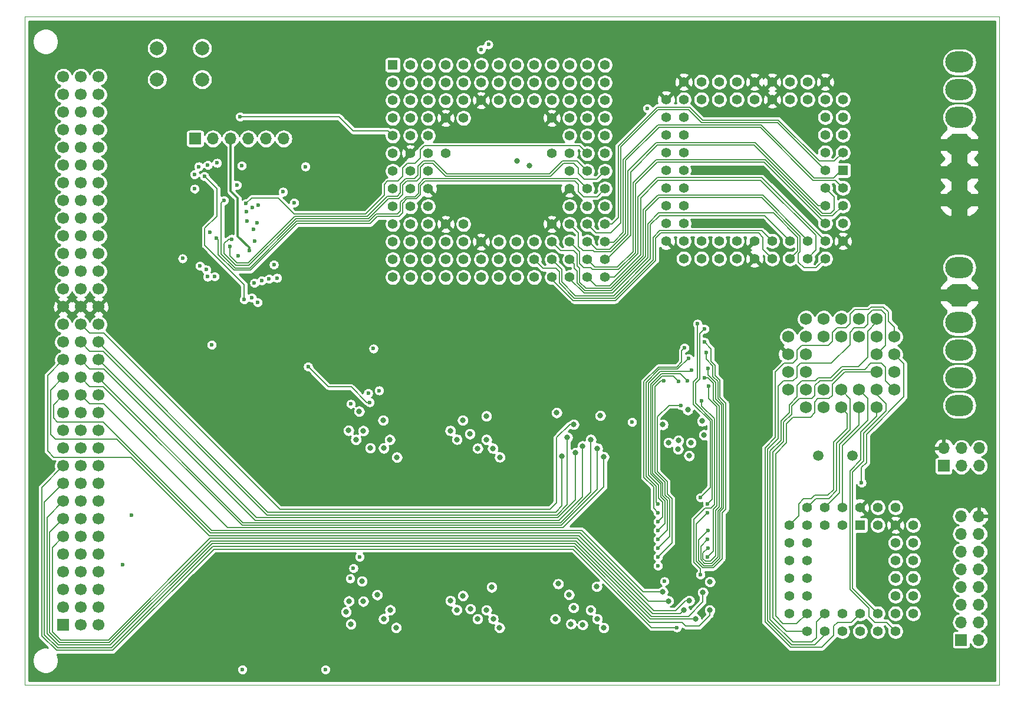
<source format=gbr>
%TF.GenerationSoftware,KiCad,Pcbnew,5.0.1-33cea8e~68~ubuntu18.04.1*%
%TF.CreationDate,2018-11-03T23:21:10-04:00*%
%TF.ProjectId,C68,4336382E6B696361645F706362000000,rev?*%
%TF.SameCoordinates,Original*%
%TF.FileFunction,Copper,L2,Inr,Mixed*%
%TF.FilePolarity,Positive*%
%FSLAX46Y46*%
G04 Gerber Fmt 4.6, Leading zero omitted, Abs format (unit mm)*
G04 Created by KiCad (PCBNEW 5.0.1-33cea8e~68~ubuntu18.04.1) date Sat 03 Nov 2018 11:21:10 PM EDT*
%MOMM*%
%LPD*%
G01*
G04 APERTURE LIST*
%ADD10C,0.050000*%
%ADD11O,4.000000X3.000000*%
%ADD12R,1.700000X1.700000*%
%ADD13O,1.700000X1.700000*%
%ADD14C,2.000000*%
%ADD15R,1.397000X1.397000*%
%ADD16C,1.397000*%
%ADD17C,1.422400*%
%ADD18R,1.422400X1.422400*%
%ADD19C,1.750000*%
%ADD20C,1.500000*%
%ADD21C,1.700000*%
%ADD22C,0.800000*%
%ADD23C,0.600000*%
%ADD24C,0.300000*%
%ADD25C,0.150000*%
%ADD26C,0.200000*%
%ADD27C,0.254000*%
G04 APERTURE END LIST*
D10*
X174500000Y-123500000D02*
X174500000Y-27500000D01*
X34500000Y-123500000D02*
X174500000Y-123500000D01*
X34500000Y-27500000D02*
X34500000Y-123500000D01*
X174500000Y-27500000D02*
X34500000Y-27500000D01*
D11*
X168750000Y-34000000D03*
X168750000Y-37960000D03*
X168750000Y-41920000D03*
X168750000Y-45880000D03*
X168750000Y-49840000D03*
X168750000Y-53800000D03*
X168750000Y-83300000D03*
X168750000Y-79340000D03*
X168750000Y-75380000D03*
X168750000Y-71420000D03*
X168750000Y-67460000D03*
X168750000Y-63500000D03*
D12*
X59000000Y-45000000D03*
D13*
X61540000Y-45000000D03*
X64080000Y-45000000D03*
X66620000Y-45000000D03*
X69160000Y-45000000D03*
X71700000Y-45000000D03*
D12*
X169000000Y-117000000D03*
D13*
X171540000Y-117000000D03*
X169000000Y-114460000D03*
X171540000Y-114460000D03*
X169000000Y-111920000D03*
X171540000Y-111920000D03*
X169000000Y-109380000D03*
X171540000Y-109380000D03*
X169000000Y-106840000D03*
X171540000Y-106840000D03*
X169000000Y-104300000D03*
X171540000Y-104300000D03*
X169000000Y-101760000D03*
X171540000Y-101760000D03*
X169000000Y-99220000D03*
X171540000Y-99220000D03*
D12*
X166500000Y-92000000D03*
D13*
X166500000Y-89460000D03*
X169040000Y-92000000D03*
X169040000Y-89460000D03*
X171580000Y-92000000D03*
X171580000Y-89460000D03*
D14*
X53500000Y-36500000D03*
X53500000Y-32000000D03*
X60000000Y-36500000D03*
X60000000Y-32000000D03*
D15*
X87370000Y-34420000D03*
D16*
X87370000Y-36960000D03*
X87370000Y-39500000D03*
X87370000Y-42040000D03*
X87370000Y-44580000D03*
X87370000Y-47120000D03*
X87370000Y-49660000D03*
X87370000Y-52200000D03*
X87370000Y-54740000D03*
X87370000Y-57280000D03*
X87370000Y-59820000D03*
X87370000Y-62360000D03*
X87370000Y-64900000D03*
X89910000Y-34420000D03*
X89910000Y-36960000D03*
X89910000Y-39500000D03*
X89910000Y-42040000D03*
X89910000Y-44580000D03*
X89910000Y-47120000D03*
X89910000Y-49660000D03*
X89910000Y-52200000D03*
X89910000Y-54740000D03*
X89910000Y-57280000D03*
X89910000Y-59820000D03*
X89910000Y-62360000D03*
X89910000Y-64900000D03*
X92450000Y-34420000D03*
X92450000Y-36960000D03*
X92450000Y-39500000D03*
X92450000Y-42040000D03*
X92450000Y-44580000D03*
X92450000Y-47120000D03*
X92450000Y-49660000D03*
X92450000Y-52200000D03*
X92450000Y-54740000D03*
X92450000Y-57280000D03*
X92450000Y-59820000D03*
X92450000Y-62360000D03*
X92450000Y-64900000D03*
X94990000Y-34420000D03*
X94990000Y-36960000D03*
X94990000Y-39500000D03*
X94990000Y-42040000D03*
X94990000Y-47120000D03*
X94990000Y-57280000D03*
X94990000Y-59820000D03*
X94990000Y-62360000D03*
X94990000Y-64900000D03*
X97530000Y-34420000D03*
X97530000Y-36960000D03*
X97530000Y-39500000D03*
X97530000Y-42040000D03*
X97530000Y-57280000D03*
X97530000Y-59820000D03*
X97530000Y-62360000D03*
X97530000Y-64900000D03*
X100070000Y-34420000D03*
X100070000Y-36960000D03*
X100070000Y-39500000D03*
X100070000Y-59820000D03*
X100070000Y-62360000D03*
X100070000Y-64900000D03*
X102610000Y-34420000D03*
X102610000Y-36960000D03*
X102610000Y-39500000D03*
X102610000Y-59820000D03*
X102610000Y-62360000D03*
X102610000Y-64900000D03*
X105150000Y-34420000D03*
X105150000Y-36960000D03*
X105150000Y-39500000D03*
X105150000Y-59820000D03*
X105150000Y-62360000D03*
X105150000Y-64900000D03*
X107690000Y-34420000D03*
X107690000Y-36960000D03*
X107690000Y-39500000D03*
X107690000Y-59820000D03*
X107690000Y-62360000D03*
X107690000Y-64900000D03*
X110230000Y-34420000D03*
X110230000Y-36960000D03*
X110230000Y-39500000D03*
X110230000Y-42040000D03*
X110230000Y-47120000D03*
X110230000Y-57280000D03*
X110230000Y-59820000D03*
X110230000Y-62360000D03*
X110230000Y-64900000D03*
X112770000Y-34420000D03*
X112770000Y-36960000D03*
X112770000Y-39500000D03*
X112770000Y-42040000D03*
X112770000Y-44580000D03*
X112770000Y-47120000D03*
X112770000Y-49660000D03*
X112770000Y-52200000D03*
X112770000Y-54740000D03*
X112770000Y-57280000D03*
X112770000Y-59820000D03*
X112770000Y-62360000D03*
X112770000Y-64900000D03*
X115310000Y-34420000D03*
X115310000Y-36960000D03*
X115310000Y-39500000D03*
X115310000Y-42040000D03*
X115310000Y-44580000D03*
X115310000Y-47120000D03*
X115310000Y-49660000D03*
X115310000Y-52200000D03*
X115310000Y-54740000D03*
X115310000Y-57280000D03*
X115310000Y-59820000D03*
X115310000Y-62360000D03*
X115310000Y-64900000D03*
X117850000Y-34420000D03*
X117850000Y-36960000D03*
X117850000Y-39500000D03*
X117850000Y-42040000D03*
X117850000Y-44580000D03*
X117850000Y-47120000D03*
X117850000Y-49660000D03*
X117850000Y-52200000D03*
X117850000Y-54740000D03*
X117850000Y-57280000D03*
X117850000Y-59820000D03*
X117850000Y-62360000D03*
X117850000Y-64900000D03*
D17*
X149490000Y-49540000D03*
X149490000Y-47000000D03*
X149490000Y-44460000D03*
X149490000Y-41920000D03*
X149490000Y-52080000D03*
X149490000Y-54620000D03*
X149490000Y-57160000D03*
X149490000Y-59700000D03*
D18*
X152030000Y-49540000D03*
D17*
X152030000Y-47000000D03*
X152030000Y-44460000D03*
X152030000Y-41920000D03*
X152030000Y-39380000D03*
X152030000Y-52080000D03*
X152030000Y-54620000D03*
X152030000Y-57160000D03*
X149490000Y-39380000D03*
X146950000Y-39380000D03*
X144410000Y-39380000D03*
X141870000Y-39380000D03*
X139330000Y-39380000D03*
X136790000Y-39380000D03*
X134250000Y-39380000D03*
X131710000Y-39380000D03*
X149490000Y-36840000D03*
X146950000Y-36840000D03*
X144410000Y-36840000D03*
X141870000Y-36840000D03*
X139330000Y-36840000D03*
X136790000Y-36840000D03*
X134250000Y-36840000D03*
X131710000Y-36840000D03*
X129170000Y-36840000D03*
X129170000Y-39380000D03*
X129170000Y-41920000D03*
X129170000Y-44460000D03*
X129170000Y-47000000D03*
X129170000Y-49540000D03*
X129170000Y-52080000D03*
X129170000Y-54620000D03*
X129170000Y-57160000D03*
X129170000Y-62240000D03*
X126630000Y-39380000D03*
X126630000Y-41920000D03*
X126630000Y-44460000D03*
X126630000Y-47000000D03*
X126630000Y-49540000D03*
X126630000Y-52080000D03*
X126630000Y-54620000D03*
X126630000Y-57160000D03*
X126630000Y-59700000D03*
X129170000Y-59700000D03*
X131710000Y-59700000D03*
X134250000Y-59700000D03*
X136790000Y-59700000D03*
X139330000Y-59700000D03*
X141870000Y-59700000D03*
X144410000Y-59700000D03*
X146950000Y-59700000D03*
X152030000Y-59700000D03*
X131710000Y-62240000D03*
X134250000Y-62240000D03*
X136790000Y-62240000D03*
X139330000Y-62240000D03*
X141870000Y-62240000D03*
X144410000Y-62240000D03*
X146950000Y-62240000D03*
X149490000Y-62240000D03*
D19*
X146720000Y-76000000D03*
X146720000Y-78540000D03*
X146720000Y-73460000D03*
X146720000Y-70920000D03*
X144180000Y-78540000D03*
X144180000Y-81080000D03*
X144180000Y-76000000D03*
X144180000Y-73460000D03*
X146720000Y-81080000D03*
X149260000Y-81080000D03*
X151800000Y-81080000D03*
X154340000Y-81080000D03*
X146720000Y-83620000D03*
X149260000Y-83620000D03*
X151800000Y-83620000D03*
X154340000Y-83620000D03*
X156880000Y-83620000D03*
X156880000Y-81080000D03*
X156880000Y-78540000D03*
X156880000Y-76000000D03*
X156880000Y-73460000D03*
X159420000Y-81080000D03*
X159420000Y-78540000D03*
X159420000Y-76000000D03*
X159420000Y-73460000D03*
X154340000Y-73460000D03*
X151800000Y-73460000D03*
X149260000Y-73460000D03*
X156880000Y-70920000D03*
X154340000Y-70920000D03*
X151800000Y-70920000D03*
X149260000Y-70920000D03*
X146720000Y-70920000D03*
D20*
X148500000Y-90500000D03*
X153380000Y-90500000D03*
D18*
X154500000Y-100500000D03*
D17*
X151960000Y-100500000D03*
X149420000Y-100500000D03*
X157040000Y-100500000D03*
X159580000Y-100500000D03*
X151960000Y-97960000D03*
X149420000Y-97960000D03*
X146880000Y-97960000D03*
X154500000Y-97960000D03*
X157040000Y-97960000D03*
X146880000Y-100500000D03*
X146880000Y-103040000D03*
X146880000Y-105580000D03*
X146880000Y-108120000D03*
X146880000Y-110660000D03*
X144340000Y-100500000D03*
X144340000Y-103040000D03*
X144340000Y-105580000D03*
X144340000Y-108120000D03*
X144340000Y-110660000D03*
X144340000Y-113200000D03*
X146880000Y-113200000D03*
X149420000Y-113200000D03*
X151960000Y-113200000D03*
X154500000Y-113200000D03*
X157040000Y-113200000D03*
X162120000Y-113200000D03*
X146880000Y-115740000D03*
X149420000Y-115740000D03*
X151960000Y-115740000D03*
X154500000Y-115740000D03*
X157040000Y-115740000D03*
X159580000Y-115740000D03*
X159580000Y-113200000D03*
X159580000Y-110660000D03*
X159580000Y-108120000D03*
X159580000Y-105580000D03*
X159580000Y-103040000D03*
X159580000Y-97960000D03*
X162120000Y-110660000D03*
X162120000Y-108120000D03*
X162120000Y-105580000D03*
X162120000Y-103040000D03*
X162120000Y-100500000D03*
D21*
X42580000Y-112330000D03*
X42580000Y-48830000D03*
X40040000Y-79310000D03*
X42580000Y-51370000D03*
X45120000Y-107250000D03*
X45120000Y-56450000D03*
X40040000Y-76770000D03*
X40040000Y-109790000D03*
X40040000Y-58990000D03*
X40040000Y-61530000D03*
X40040000Y-66610000D03*
X42580000Y-61530000D03*
X42580000Y-99630000D03*
X42580000Y-89470000D03*
X40040000Y-53910000D03*
X40040000Y-86930000D03*
X42580000Y-94550000D03*
X42580000Y-76770000D03*
X42580000Y-84390000D03*
X40040000Y-71690000D03*
X42580000Y-81850000D03*
X42580000Y-79310000D03*
X42580000Y-109790000D03*
X42580000Y-69150000D03*
X42580000Y-97090000D03*
X45120000Y-61530000D03*
X45120000Y-66610000D03*
X40040000Y-92010000D03*
X45120000Y-114870000D03*
X45120000Y-58990000D03*
X45120000Y-43750000D03*
X42580000Y-92010000D03*
X42580000Y-102170000D03*
X42580000Y-104710000D03*
X45120000Y-97090000D03*
X45120000Y-38670000D03*
X42580000Y-86930000D03*
X45120000Y-71690000D03*
X45120000Y-41210000D03*
X45120000Y-99630000D03*
X40040000Y-69150000D03*
X40040000Y-46290000D03*
X42580000Y-71690000D03*
X40040000Y-41210000D03*
X40040000Y-48830000D03*
X45120000Y-36130000D03*
X45120000Y-92010000D03*
X45120000Y-46290000D03*
X40040000Y-36130000D03*
X45120000Y-102170000D03*
X42580000Y-64070000D03*
X40040000Y-74230000D03*
X45120000Y-48830000D03*
X42580000Y-107250000D03*
X40040000Y-89470000D03*
X45120000Y-74230000D03*
X40040000Y-64070000D03*
X40040000Y-81850000D03*
X40040000Y-38670000D03*
X45120000Y-109790000D03*
X42580000Y-74230000D03*
X40040000Y-107250000D03*
X45120000Y-104710000D03*
X40040000Y-84390000D03*
D12*
X40040000Y-114870000D03*
D21*
X40040000Y-97090000D03*
X45120000Y-53910000D03*
X45120000Y-64070000D03*
X40040000Y-112330000D03*
X45120000Y-112330000D03*
X40040000Y-94550000D03*
X42580000Y-114870000D03*
X40040000Y-51370000D03*
X40040000Y-104710000D03*
X45120000Y-94550000D03*
X45120000Y-89470000D03*
X45120000Y-84390000D03*
X45120000Y-81850000D03*
X45120000Y-86930000D03*
X45120000Y-79310000D03*
X40040000Y-102170000D03*
X40040000Y-99630000D03*
X42580000Y-38670000D03*
X45120000Y-51370000D03*
X42580000Y-41210000D03*
X42580000Y-56450000D03*
X42580000Y-53910000D03*
X42580000Y-46290000D03*
X42580000Y-66610000D03*
X42580000Y-43750000D03*
X42580000Y-58990000D03*
X45120000Y-69150000D03*
X40040000Y-43750000D03*
X42580000Y-36130000D03*
X40040000Y-56450000D03*
X45120000Y-76770000D03*
D22*
X105230000Y-48210000D03*
X107010000Y-48860000D03*
D23*
X60810000Y-48770000D03*
X57190000Y-62210000D03*
X70310000Y-63100000D03*
X53990000Y-121280000D03*
X68230000Y-34010000D03*
X63700000Y-74470000D03*
X81000000Y-47500000D03*
X81000000Y-36500000D03*
D22*
X90070000Y-95120000D03*
X105100000Y-95120000D03*
X120090000Y-95120000D03*
X87500000Y-70490000D03*
X102500000Y-70490000D03*
X117500000Y-70490000D03*
X132500000Y-70500000D03*
D23*
X81080000Y-54010000D03*
X81120000Y-63530000D03*
X61390000Y-74630000D03*
X61110000Y-58440000D03*
X74840000Y-49010000D03*
X58940000Y-52210000D03*
X66750000Y-61090000D03*
X125465000Y-102555000D03*
X128410000Y-79840000D03*
X125465000Y-101285000D03*
X129720000Y-79800000D03*
X132690000Y-78030000D03*
X132610000Y-102545000D03*
X132110000Y-79360000D03*
X132640000Y-103815000D03*
X131570000Y-107645000D03*
X131750000Y-82630000D03*
X132750000Y-80580000D03*
X132590000Y-105085000D03*
X65450000Y-41830000D03*
X100060000Y-32180000D03*
D22*
X85990000Y-85450000D03*
X85130000Y-110540000D03*
D23*
X101120000Y-31480000D03*
X65680000Y-48890000D03*
X67860000Y-57120000D03*
X73200000Y-54210000D03*
X66450000Y-56830000D03*
X71620000Y-52640000D03*
X66360000Y-55490000D03*
X65020000Y-51650000D03*
D22*
X86070000Y-89470000D03*
X86060000Y-113970000D03*
D23*
X154710000Y-94410000D03*
X67170000Y-54850000D03*
X67390000Y-57990000D03*
D22*
X86950000Y-88230000D03*
X86990000Y-112700000D03*
X84140000Y-89430000D03*
X81360000Y-114720000D03*
X83160000Y-86960000D03*
X83150000Y-111470000D03*
X87970000Y-90760000D03*
X87860000Y-115240000D03*
X82080000Y-88220000D03*
X80680000Y-113010000D03*
X81040000Y-86930000D03*
X81060000Y-111430000D03*
X97420000Y-85450000D03*
X97460000Y-110650000D03*
X98450000Y-87430000D03*
X98510000Y-112540000D03*
X100840000Y-88220000D03*
X100840000Y-112720000D03*
X101740000Y-89480000D03*
X101800000Y-113990000D03*
X102740000Y-90750000D03*
X102710000Y-115240000D03*
D23*
X131130000Y-71600000D03*
X131550000Y-96530000D03*
X129850000Y-76540000D03*
X125465000Y-97475000D03*
D22*
X96600000Y-88210000D03*
X96570000Y-112680000D03*
X99570000Y-89480000D03*
X99550000Y-113980000D03*
D23*
X132150000Y-74225000D03*
X132600000Y-98735000D03*
X125465000Y-98745000D03*
X129280000Y-75050000D03*
D22*
X113320000Y-112380000D03*
X112450000Y-87930000D03*
X95620000Y-86940000D03*
X95650000Y-111390000D03*
D23*
X132130000Y-72320000D03*
X132600000Y-97465000D03*
X125465000Y-100015000D03*
X130260000Y-78290000D03*
D22*
X110700000Y-114000000D03*
X111690000Y-90610000D03*
X116770000Y-89480000D03*
X116750000Y-113990000D03*
X112690000Y-110490000D03*
X113370000Y-86050000D03*
D23*
X132380000Y-75680000D03*
X132660000Y-101275000D03*
X125465000Y-105095000D03*
X85430000Y-81190000D03*
X82610000Y-105080000D03*
X128790000Y-83310000D03*
D22*
X132900000Y-112730000D03*
X132090000Y-87560000D03*
X131920000Y-110170000D03*
X131810000Y-85580000D03*
X113630000Y-90140000D03*
X112970000Y-114710000D03*
X115830000Y-88220000D03*
X115800000Y-112730000D03*
D23*
X125465000Y-106365000D03*
X75220000Y-77730000D03*
X84070000Y-82880000D03*
X81730000Y-106710000D03*
D22*
X111130000Y-108950000D03*
X110920000Y-84380000D03*
D23*
X66300000Y-54320000D03*
X63960000Y-60510000D03*
X63150000Y-53860000D03*
D22*
X129210000Y-112700000D03*
X128400000Y-88360000D03*
X129980000Y-111370000D03*
X130210000Y-88680000D03*
X126160000Y-110120000D03*
X126180000Y-86080000D03*
X117690000Y-90740000D03*
X117670000Y-115260000D03*
D23*
X125465000Y-103825000D03*
X126330000Y-79790000D03*
X81340000Y-83115000D03*
X81260000Y-108180000D03*
X126390000Y-108600000D03*
X121750000Y-85710000D03*
X123950000Y-40650000D03*
X62150000Y-48490000D03*
X64260000Y-59430000D03*
X62010000Y-59270000D03*
D22*
X126970000Y-111410000D03*
X126980000Y-88680000D03*
X130850000Y-114020000D03*
X129930000Y-90570000D03*
X128360000Y-89600000D03*
D23*
X128170000Y-115220000D03*
D22*
X114630000Y-89160000D03*
X114660000Y-114830000D03*
D23*
X67590000Y-59750000D03*
X84600000Y-75160000D03*
X65210000Y-61860000D03*
X83850000Y-81560000D03*
X61780000Y-64800000D03*
D22*
X129740000Y-83970000D03*
X132930000Y-108660000D03*
D23*
X70740000Y-65010000D03*
D22*
X117190000Y-84790000D03*
X116690000Y-109330000D03*
D23*
X69620000Y-65160000D03*
X60590000Y-63820000D03*
X49870000Y-99110000D03*
X60780000Y-64830000D03*
X48580000Y-106210000D03*
D22*
X82560000Y-84160000D03*
X82950000Y-108560000D03*
D23*
X67500000Y-65750000D03*
D22*
X100830000Y-84830000D03*
X101580000Y-109430000D03*
D23*
X68540000Y-65410000D03*
X68040000Y-54580000D03*
X67130000Y-67820000D03*
X66050000Y-68120000D03*
X60320000Y-50390000D03*
X59670000Y-63270000D03*
X67980000Y-68530000D03*
X65790000Y-121250000D03*
X58900000Y-50130000D03*
X77710000Y-121250000D03*
X59530000Y-49010000D03*
D24*
X66750000Y-60665736D02*
X66750000Y-61090000D01*
X65120000Y-53570000D02*
X65120000Y-59035736D01*
X64080000Y-52530000D02*
X65120000Y-53570000D01*
X65120000Y-59035736D02*
X66750000Y-60665736D01*
X64080000Y-45000000D02*
X64080000Y-52530000D01*
D25*
X127640000Y-79070000D02*
X128410000Y-79840000D01*
X126080000Y-79070000D02*
X127640000Y-79070000D01*
X124720000Y-80430000D02*
X126080000Y-79070000D01*
X125465000Y-102555000D02*
X126800000Y-101220000D01*
X126800000Y-101220000D02*
X126800000Y-96950000D01*
X126800000Y-96950000D02*
X126160000Y-96310000D01*
X126160000Y-96310000D02*
X126160000Y-94510000D01*
X126160000Y-94510000D02*
X124720000Y-93070000D01*
X124720000Y-93070000D02*
X124720000Y-80430000D01*
X126480000Y-100270000D02*
X125465000Y-101285000D01*
X125850000Y-96450000D02*
X126480000Y-97080000D01*
X126480000Y-97080000D02*
X126480000Y-100270000D01*
X129720000Y-79800000D02*
X128680000Y-78760000D01*
X128680000Y-78760000D02*
X125930000Y-78760000D01*
X125930000Y-78760000D02*
X124410000Y-80280000D01*
X124410000Y-80280000D02*
X124410000Y-93200000D01*
X124410000Y-93200000D02*
X125850000Y-94640000D01*
X125850000Y-94640000D02*
X125850000Y-96450000D01*
X132690000Y-78030000D02*
X132690000Y-78950000D01*
X132690000Y-78950000D02*
X133740000Y-80000000D01*
X133740000Y-80000000D02*
X133740000Y-82430000D01*
X133740000Y-82430000D02*
X134570000Y-83260000D01*
X134570000Y-83260000D02*
X134570000Y-97990000D01*
X134570000Y-97990000D02*
X134060000Y-98500000D01*
X134060000Y-98500000D02*
X134060000Y-105110000D01*
X134060000Y-105110000D02*
X133150000Y-106020000D01*
X133150000Y-106020000D02*
X132170000Y-106020000D01*
X132170000Y-106020000D02*
X131600000Y-105450000D01*
X131600000Y-103555000D02*
X132610000Y-102545000D01*
X131600000Y-105450000D02*
X131600000Y-103555000D01*
X132640000Y-103815000D02*
X131920000Y-104535000D01*
X131920000Y-104535000D02*
X131920000Y-105320000D01*
X131920000Y-105320000D02*
X132300000Y-105700000D01*
X132300000Y-105700000D02*
X133010000Y-105700000D01*
X133010000Y-105700000D02*
X133740000Y-104970000D01*
X133740000Y-104970000D02*
X133740000Y-98380000D01*
X133740000Y-98380000D02*
X134250000Y-97870000D01*
X134250000Y-97870000D02*
X134250000Y-83410000D01*
X134250000Y-83410000D02*
X133430000Y-82590000D01*
X133430000Y-82590000D02*
X133430000Y-80160000D01*
X132630000Y-79360000D02*
X132110000Y-79360000D01*
X133430000Y-80160000D02*
X132630000Y-79360000D01*
X133580000Y-97550000D02*
X133040000Y-98090000D01*
X131570000Y-107645000D02*
X131570000Y-106750000D01*
X131570000Y-106750000D02*
X130660000Y-105840000D01*
X130660000Y-99680000D02*
X132250000Y-98090000D01*
X130660000Y-105840000D02*
X130660000Y-99680000D01*
X133040000Y-98090000D02*
X132250000Y-98090000D01*
X131750000Y-82630000D02*
X131750000Y-83410000D01*
X133580000Y-85240000D02*
X133580000Y-85650000D01*
X131750000Y-83410000D02*
X133580000Y-85240000D01*
X133580000Y-85650000D02*
X133580000Y-97550000D01*
X133400000Y-104275000D02*
X132590000Y-105085000D01*
X133400000Y-98240000D02*
X133400000Y-104275000D01*
X133930000Y-83540000D02*
X133930000Y-97710000D01*
X132740000Y-80590000D02*
X132740000Y-82350000D01*
X133930000Y-97710000D02*
X133400000Y-98240000D01*
X132740000Y-82350000D02*
X133930000Y-83540000D01*
D26*
X86671501Y-43881501D02*
X81671501Y-43881501D01*
X87370000Y-44580000D02*
X86671501Y-43881501D01*
X81671501Y-43881501D02*
X79620000Y-41830000D01*
X79620000Y-41830000D02*
X65450000Y-41830000D01*
X156830000Y-71420000D02*
X156830000Y-70890000D01*
X155570000Y-76390000D02*
X155570000Y-72680000D01*
X141590000Y-114040000D02*
X141590000Y-89850000D01*
X148030000Y-79810000D02*
X148500000Y-79340000D01*
X144880000Y-117330000D02*
X141590000Y-114040000D01*
X154220000Y-77740000D02*
X155570000Y-76390000D01*
X145450000Y-82110000D02*
X145450000Y-80450000D01*
X146090000Y-79810000D02*
X148030000Y-79810000D01*
X151880000Y-77740000D02*
X154220000Y-77740000D01*
X147590000Y-117330000D02*
X144880000Y-117330000D01*
X143130000Y-85560000D02*
X144310000Y-84380000D01*
X155570000Y-72680000D02*
X156830000Y-71420000D01*
X148230000Y-116690000D02*
X147590000Y-117330000D01*
X148500000Y-79340000D02*
X150280000Y-79340000D01*
X148230000Y-114390000D02*
X148230000Y-116690000D01*
X149420000Y-113200000D02*
X148230000Y-114390000D01*
X150280000Y-79340000D02*
X151880000Y-77740000D01*
X144310000Y-84380000D02*
X144310000Y-83250000D01*
X141590000Y-89850000D02*
X143130000Y-88310000D01*
X144310000Y-83250000D02*
X145450000Y-82110000D01*
X143130000Y-88310000D02*
X143130000Y-85560000D01*
X145450000Y-80450000D02*
X146090000Y-79810000D01*
X151960000Y-97960000D02*
X151960000Y-89100000D01*
X151960000Y-89100000D02*
X155610000Y-85450000D01*
X155610000Y-82350000D02*
X154340000Y-81080000D01*
X155610000Y-85450000D02*
X155610000Y-82350000D01*
X154710000Y-94410000D02*
X154710000Y-92240000D01*
X154710000Y-92240000D02*
X155430000Y-91520000D01*
X155430000Y-91520000D02*
X155430000Y-87460000D01*
X155430000Y-87460000D02*
X160790000Y-82100000D01*
X160790000Y-77370000D02*
X159420000Y-76000000D01*
X160790000Y-82100000D02*
X160790000Y-77370000D01*
X149420000Y-115740000D02*
X149420000Y-116280000D01*
X149420000Y-116280000D02*
X147990000Y-117710000D01*
X147990000Y-117710000D02*
X144660000Y-117710000D01*
X144660000Y-117710000D02*
X141230000Y-114280000D01*
X141230000Y-90060000D02*
X141230000Y-89800000D01*
X141230000Y-114280000D02*
X141230000Y-90060000D01*
X155600000Y-70270000D02*
X156280000Y-69590000D01*
X153060000Y-72800000D02*
X153680000Y-72180000D01*
X155600000Y-71660000D02*
X155600000Y-70270000D01*
X155080000Y-72180000D02*
X155600000Y-71660000D01*
X150390000Y-77270000D02*
X153060000Y-74600000D01*
X145930000Y-77270000D02*
X150390000Y-77270000D01*
X145440000Y-77760000D02*
X145930000Y-77270000D01*
X153680000Y-72180000D02*
X155080000Y-72180000D01*
X141230000Y-90060000D02*
X141230000Y-89630000D01*
X142740000Y-88120000D02*
X141230000Y-89630000D01*
X142740000Y-80550000D02*
X142740000Y-88120000D01*
X142740000Y-80550000D02*
X143470000Y-79820000D01*
X153060000Y-74600000D02*
X153060000Y-72800000D01*
X144880000Y-79820000D02*
X145440000Y-79260000D01*
X145440000Y-79260000D02*
X145440000Y-77760000D01*
X143470000Y-79820000D02*
X144880000Y-79820000D01*
X158150000Y-74730000D02*
X156880000Y-76000000D01*
X156280000Y-69590000D02*
X157540000Y-69590000D01*
X157540000Y-69590000D02*
X158150000Y-70200000D01*
X158150000Y-70200000D02*
X158150000Y-74730000D01*
X157040000Y-113200000D02*
X153420010Y-109580010D01*
X153420010Y-109580010D02*
X153420010Y-92929990D01*
X153420010Y-92929990D02*
X155020000Y-91330000D01*
X155020000Y-91330000D02*
X155020000Y-87330000D01*
X155020000Y-87330000D02*
X158260000Y-84090000D01*
X158260000Y-84090000D02*
X158260000Y-83080000D01*
X156890000Y-81710000D02*
X156890000Y-81090000D01*
X158260000Y-83080000D02*
X156890000Y-81710000D01*
X154340000Y-83620000D02*
X154340000Y-86130000D01*
X154340000Y-86130000D02*
X151540000Y-88930000D01*
X151540000Y-95840000D02*
X149420000Y-97960000D01*
X151540000Y-88930000D02*
X151540000Y-95840000D01*
X159420000Y-72060000D02*
X159420000Y-73460000D01*
X158570000Y-71210000D02*
X159420000Y-72060000D01*
X157820000Y-69160000D02*
X158570000Y-69910000D01*
X155680000Y-69580000D02*
X156100000Y-69160000D01*
X153730000Y-69580000D02*
X155680000Y-69580000D01*
X153070000Y-70240000D02*
X153730000Y-69580000D01*
X153070000Y-71550000D02*
X153070000Y-70240000D01*
X152460000Y-72160000D02*
X153070000Y-71550000D01*
X151220000Y-72160000D02*
X152460000Y-72160000D01*
X150510000Y-72870000D02*
X151220000Y-72160000D01*
X150510000Y-74100000D02*
X150510000Y-72870000D01*
X149890000Y-74720000D02*
X150510000Y-74100000D01*
X148970000Y-118080000D02*
X144480000Y-118080000D01*
X150720000Y-116330000D02*
X148970000Y-118080000D01*
X153220000Y-114480000D02*
X151280000Y-114480000D01*
X146140000Y-74720000D02*
X149890000Y-74720000D01*
X150720000Y-115040000D02*
X150720000Y-116330000D01*
X156100000Y-69160000D02*
X157820000Y-69160000D01*
X151280000Y-114480000D02*
X150720000Y-115040000D01*
X140840000Y-114440000D02*
X140840000Y-89430000D01*
X158570000Y-69910000D02*
X158570000Y-71210000D01*
X140840000Y-89430000D02*
X142340000Y-87930000D01*
X142340000Y-87930000D02*
X142340000Y-78500000D01*
X142340000Y-78500000D02*
X143570000Y-77270000D01*
X143570000Y-77270000D02*
X144820000Y-77270000D01*
X144820000Y-77270000D02*
X145440000Y-76650000D01*
X145440000Y-76650000D02*
X145440000Y-75420000D01*
X144480000Y-118080000D02*
X140840000Y-114440000D01*
X154500000Y-113200000D02*
X153220000Y-114480000D01*
X145440000Y-75420000D02*
X146140000Y-74720000D01*
X145400000Y-114680000D02*
X146880000Y-113200000D01*
X142360000Y-113600000D02*
X143440000Y-114680000D01*
X143930000Y-85950000D02*
X143930000Y-88670000D01*
X147370000Y-85000000D02*
X144880000Y-85000000D01*
X147980000Y-84390000D02*
X147370000Y-85000000D01*
X142360000Y-90240000D02*
X142360000Y-113600000D01*
X147980000Y-82810000D02*
X147980000Y-84390000D01*
X144880000Y-85000000D02*
X143930000Y-85950000D01*
X156880000Y-78540000D02*
X152320000Y-78540000D01*
X143440000Y-114680000D02*
X145400000Y-114680000D01*
X152320000Y-78540000D02*
X150530000Y-80330000D01*
X150530000Y-80330000D02*
X150530000Y-81860000D01*
X150040000Y-82350000D02*
X148440000Y-82350000D01*
X143930000Y-88670000D02*
X142360000Y-90240000D01*
X150530000Y-81860000D02*
X150040000Y-82350000D01*
X148440000Y-82350000D02*
X147980000Y-82810000D01*
X146880000Y-115740000D02*
X143910000Y-115740000D01*
X143910000Y-115740000D02*
X141990000Y-113820000D01*
X141990000Y-94450000D02*
X141990000Y-93710000D01*
X141990000Y-113820000D02*
X141990000Y-94450000D01*
X158130000Y-79790000D02*
X159420000Y-81080000D01*
X158130000Y-77810000D02*
X158130000Y-79790000D01*
X144700000Y-84580000D02*
X144700000Y-83440000D01*
X147540000Y-82360000D02*
X147980000Y-81920000D01*
X143530000Y-85750000D02*
X144700000Y-84580000D01*
X147980000Y-80490000D02*
X148720000Y-79750000D01*
X141990000Y-90030000D02*
X143530000Y-88490000D01*
X143530000Y-88490000D02*
X143530000Y-85750000D01*
X145780000Y-82360000D02*
X147540000Y-82360000D01*
X141990000Y-94450000D02*
X141990000Y-90030000D01*
X144700000Y-83440000D02*
X145780000Y-82360000D01*
X147980000Y-81920000D02*
X147980000Y-80490000D01*
X148720000Y-79750000D02*
X150450000Y-79750000D01*
X156050000Y-77260000D02*
X157580000Y-77260000D01*
X150450000Y-79750000D02*
X152060000Y-78140000D01*
X152060000Y-78140000D02*
X155170000Y-78140000D01*
X155170000Y-78140000D02*
X156050000Y-77260000D01*
X157580000Y-77260000D02*
X158130000Y-77810000D01*
X156880000Y-84857436D02*
X154620000Y-87117436D01*
X156880000Y-83620000D02*
X156880000Y-84857436D01*
X154620000Y-87117436D02*
X154620000Y-91170000D01*
X154620000Y-91170000D02*
X153070000Y-92720000D01*
X153070000Y-92720000D02*
X153070000Y-109770000D01*
X153070000Y-109770000D02*
X155770000Y-112470000D01*
X155770000Y-112470000D02*
X155770000Y-113660000D01*
X155770000Y-113660000D02*
X156580000Y-114470000D01*
X158310000Y-114470000D02*
X159580000Y-115740000D01*
X156580000Y-114470000D02*
X158310000Y-114470000D01*
D25*
X132960000Y-85570000D02*
X132960000Y-95120000D01*
X132960000Y-95120000D02*
X131550000Y-96530000D01*
X130540000Y-83150000D02*
X132960000Y-85570000D01*
X130540000Y-79960000D02*
X130540000Y-83150000D01*
X131130000Y-79370000D02*
X130540000Y-79960000D01*
X131130000Y-71600000D02*
X131130000Y-79370000D01*
X125180000Y-97220000D02*
X125440000Y-97480000D01*
X129850000Y-76540000D02*
X128270000Y-78120000D01*
X125660000Y-78120000D02*
X123780000Y-80000000D01*
X123780000Y-93510000D02*
X125180000Y-94910000D01*
X125180000Y-94910000D02*
X125180000Y-97220000D01*
X128270000Y-78120000D02*
X125660000Y-78120000D01*
X123780000Y-80000000D02*
X123780000Y-93510000D01*
X132600000Y-98735000D02*
X130970000Y-100365000D01*
X130970000Y-100365000D02*
X130970000Y-105700000D01*
X130970000Y-105700000D02*
X131920000Y-106650000D01*
X131920000Y-106650000D02*
X133400000Y-106650000D01*
X133400000Y-106650000D02*
X134690000Y-105360000D01*
X134690000Y-105360000D02*
X134690000Y-98760000D01*
X134690000Y-98760000D02*
X135200000Y-98250000D01*
X135200000Y-98250000D02*
X135200000Y-83010000D01*
X135200000Y-83010000D02*
X134370000Y-82180000D01*
X134370000Y-82180000D02*
X134370000Y-79740000D01*
X134370000Y-79740000D02*
X133680000Y-79050000D01*
X133680000Y-79050000D02*
X133680000Y-77540000D01*
X133095000Y-76955000D02*
X133095000Y-75170000D01*
X133680000Y-77540000D02*
X133095000Y-76955000D01*
X133095000Y-75170000D02*
X132150000Y-74225000D01*
X128880000Y-75450000D02*
X129280000Y-75050000D01*
X128880000Y-77060000D02*
X128880000Y-75450000D01*
X128140000Y-77800000D02*
X128880000Y-77060000D01*
X125540000Y-77800000D02*
X128140000Y-77800000D01*
X124830000Y-98110000D02*
X124830000Y-95050000D01*
X125465000Y-98745000D02*
X124830000Y-98110000D01*
X124830000Y-95050000D02*
X123470000Y-93690000D01*
X123470000Y-79870000D02*
X125540000Y-77800000D01*
X123470000Y-93690000D02*
X123470000Y-79870000D01*
X141870000Y-59700000D02*
X140390000Y-58220000D01*
X140390000Y-58220000D02*
X125720000Y-58220000D01*
X125720000Y-58220000D02*
X124760000Y-59180000D01*
X124760000Y-61800000D02*
X124760000Y-62390000D01*
X124760000Y-59180000D02*
X124760000Y-61800000D01*
X124760000Y-62390000D02*
X119240000Y-67910000D01*
X119240000Y-67910000D02*
X113480000Y-67910000D01*
X113480000Y-67910000D02*
X111320000Y-65750000D01*
X111320000Y-65750000D02*
X111320000Y-64130000D01*
X111320000Y-64130000D02*
X110820000Y-63630000D01*
X108960000Y-63630000D02*
X107690000Y-62360000D01*
X110820000Y-63630000D02*
X108960000Y-63630000D01*
D26*
X45760000Y-75510000D02*
X43860000Y-75510000D01*
X69300000Y-99050000D02*
X45760000Y-75510000D01*
X110950000Y-99050000D02*
X69300000Y-99050000D01*
X112450000Y-87930000D02*
X112450000Y-97550000D01*
X43860000Y-75510000D02*
X42580000Y-74230000D01*
X112450000Y-97550000D02*
X110950000Y-99050000D01*
D25*
X132130000Y-72320000D02*
X131460000Y-72990000D01*
X131460000Y-72990000D02*
X131460000Y-79490000D01*
X130850000Y-80100000D02*
X130850000Y-83010000D01*
X131460000Y-79490000D02*
X130850000Y-80100000D01*
X130850000Y-83010000D02*
X133270000Y-85430000D01*
X133270000Y-96795000D02*
X132600000Y-97465000D01*
X133270000Y-85430000D02*
X133270000Y-96795000D01*
X130140000Y-78430000D02*
X130250000Y-78320000D01*
X125810000Y-78430000D02*
X130140000Y-78430000D01*
X124090000Y-80150000D02*
X125810000Y-78430000D01*
X126160000Y-99320000D02*
X126160000Y-97210000D01*
X126160000Y-97210000D02*
X125540000Y-96590000D01*
X125540000Y-96590000D02*
X125540000Y-94790000D01*
X125540000Y-94790000D02*
X124090000Y-93340000D01*
X125465000Y-100015000D02*
X126160000Y-99320000D01*
X124090000Y-93340000D02*
X124090000Y-80150000D01*
X146950000Y-59700000D02*
X146950000Y-59650000D01*
X146950000Y-59600024D02*
X146230018Y-58880042D01*
X146950000Y-59650000D02*
X146950000Y-59600024D01*
X146230018Y-58880042D02*
X140489976Y-53140000D01*
X140489976Y-53140000D02*
X125440000Y-53140000D01*
X125440000Y-53140000D02*
X123330000Y-55250000D01*
X123330000Y-60630000D02*
X123330000Y-61810000D01*
X123330000Y-55250000D02*
X123330000Y-60630000D01*
X123330000Y-61810000D02*
X118650000Y-66490000D01*
X118650000Y-66490000D02*
X115120000Y-66490000D01*
X115120000Y-66490000D02*
X114240000Y-65610000D01*
X114240000Y-65610000D02*
X114240000Y-63640000D01*
X114240000Y-63640000D02*
X113860000Y-63260000D01*
X113860000Y-63260000D02*
X113860000Y-61570000D01*
X113860000Y-61570000D02*
X113380000Y-61090000D01*
X111500000Y-61090000D02*
X110230000Y-59820000D01*
X113380000Y-61090000D02*
X111500000Y-61090000D01*
D26*
X45180000Y-74400000D02*
X45180000Y-74210000D01*
X69440000Y-98660000D02*
X45180000Y-74400000D01*
X110800000Y-98660000D02*
X69440000Y-98660000D01*
X111690000Y-90610000D02*
X111690000Y-97770000D01*
X111690000Y-97770000D02*
X110800000Y-98660000D01*
D25*
X144410000Y-59700000D02*
X140750000Y-56040000D01*
X140750000Y-56040000D02*
X125740000Y-56040000D01*
X125740000Y-56040000D02*
X124400000Y-57380000D01*
X124400000Y-61420000D02*
X124400000Y-62250000D01*
X124400000Y-57380000D02*
X124400000Y-61420000D01*
X124400000Y-62250000D02*
X119090000Y-67560000D01*
X119090000Y-67560000D02*
X113640000Y-67560000D01*
X113640000Y-67560000D02*
X111680000Y-65600000D01*
X111680000Y-63810000D02*
X110230000Y-62360000D01*
X111680000Y-65600000D02*
X111680000Y-63810000D01*
D26*
X43860000Y-80590000D02*
X42580000Y-79310000D01*
X65730000Y-100530000D02*
X45790000Y-80590000D01*
X111610000Y-100530000D02*
X65730000Y-100530000D01*
X116770000Y-89480000D02*
X116770000Y-95370000D01*
X45790000Y-80590000D02*
X43860000Y-80590000D01*
X116770000Y-95370000D02*
X111610000Y-100530000D01*
D25*
X141870000Y-62240000D02*
X140570000Y-60940000D01*
X140570000Y-60940000D02*
X140570000Y-59200000D01*
X140570000Y-59200000D02*
X139940000Y-58570000D01*
X139940000Y-58570000D02*
X125880000Y-58570000D01*
X125880000Y-58570000D02*
X125130000Y-59320000D01*
X125130000Y-61080000D02*
X125130000Y-62520000D01*
X125130000Y-59320000D02*
X125130000Y-61080000D01*
X125130000Y-62520000D02*
X119380000Y-68270000D01*
X119380000Y-68270000D02*
X113310000Y-68270000D01*
X110220000Y-65180000D02*
X110220000Y-64930000D01*
X113310000Y-68270000D02*
X110220000Y-65180000D01*
D26*
X45840000Y-72950000D02*
X43840000Y-72950000D01*
X43840000Y-72950000D02*
X42580000Y-71690000D01*
X112804315Y-86050000D02*
X110910000Y-87944315D01*
X113370000Y-86050000D02*
X112804315Y-86050000D01*
X109930000Y-98260000D02*
X71150000Y-98260000D01*
X110910000Y-97280000D02*
X109930000Y-98260000D01*
X110910000Y-87944315D02*
X110910000Y-97280000D01*
X71150000Y-98260000D02*
X45840000Y-72950000D01*
D25*
X132660000Y-101275000D02*
X131280000Y-102655000D01*
X131280000Y-102655000D02*
X131280000Y-105570000D01*
X131280000Y-105570000D02*
X132050000Y-106340000D01*
X132050000Y-106340000D02*
X133270000Y-106340000D01*
X133270000Y-106340000D02*
X134380000Y-105230000D01*
X134380000Y-105230000D02*
X134380000Y-98620000D01*
X134380000Y-98620000D02*
X134890000Y-98110000D01*
X134890000Y-98110000D02*
X134890000Y-83130000D01*
X134890000Y-83130000D02*
X134060000Y-82300000D01*
X134060000Y-82300000D02*
X134060000Y-79870000D01*
X134060000Y-79870000D02*
X133370000Y-79180000D01*
X133370000Y-79180000D02*
X133370000Y-77670000D01*
X132380000Y-76680000D02*
X133370000Y-77670000D01*
X132380000Y-75680000D02*
X132380000Y-76680000D01*
X125465000Y-105095000D02*
X127470000Y-103090000D01*
X127470000Y-103090000D02*
X127470000Y-96730000D01*
X127470000Y-96730000D02*
X126780000Y-96040000D01*
X126780000Y-96040000D02*
X126780000Y-94240000D01*
X126780000Y-94240000D02*
X125350000Y-92810000D01*
X125350000Y-92810000D02*
X125350000Y-84990000D01*
X125350000Y-84990000D02*
X127030000Y-83310000D01*
X127030000Y-83310000D02*
X128790000Y-83310000D01*
X148484212Y-54620000D02*
X149490000Y-54620000D01*
X125240010Y-45569990D02*
X139434202Y-45569990D01*
X121170000Y-49640000D02*
X125240010Y-45569990D01*
X118694988Y-61250000D02*
X121170000Y-58774988D01*
X139434202Y-45569990D02*
X148484212Y-54620000D01*
X112770000Y-57280000D02*
X114060000Y-58570000D01*
X114060000Y-58570000D02*
X114060000Y-60440000D01*
X114060000Y-60440000D02*
X114700000Y-61080000D01*
X121170000Y-58774988D02*
X121170000Y-49640000D01*
X114700000Y-61080000D02*
X116140000Y-61080000D01*
X116140000Y-61080000D02*
X116310000Y-61250000D01*
X116310000Y-61250000D02*
X118694988Y-61250000D01*
D26*
X39230000Y-118140000D02*
X37350000Y-116260000D01*
X46980000Y-118140000D02*
X39230000Y-118140000D01*
X61550000Y-103570000D02*
X46980000Y-118140000D01*
X37350000Y-116260000D02*
X37350000Y-97240000D01*
X113410000Y-103570000D02*
X61550000Y-103570000D01*
X132900000Y-113510000D02*
X131390000Y-115020000D01*
X37350000Y-97240000D02*
X40040000Y-94550000D01*
X132900000Y-112730000D02*
X132900000Y-113510000D01*
X128920000Y-114460000D02*
X124300000Y-114460000D01*
X129480000Y-115020000D02*
X128920000Y-114460000D01*
X131390000Y-115020000D02*
X129480000Y-115020000D01*
X124300000Y-114460000D02*
X113410000Y-103570000D01*
D25*
X114210000Y-61260000D02*
X112770000Y-59820000D01*
X114210000Y-62950000D02*
X114210000Y-61260000D01*
X114790000Y-63530000D02*
X114210000Y-62950000D01*
X115770000Y-63530000D02*
X114790000Y-63530000D01*
X122250000Y-51480000D02*
X122250000Y-61390000D01*
X149490000Y-57160000D02*
X140720000Y-48390000D01*
X140720000Y-48390000D02*
X125340000Y-48390000D01*
X116060010Y-63820010D02*
X115770000Y-63530000D01*
X119819990Y-63820010D02*
X116060010Y-63820010D01*
X125340000Y-48390000D02*
X122250000Y-51480000D01*
X122250000Y-61390000D02*
X119819990Y-63820010D01*
D26*
X38110000Y-115960000D02*
X38110000Y-101560000D01*
X46660000Y-117380000D02*
X39530000Y-117380000D01*
X39530000Y-117380000D02*
X38110000Y-115960000D01*
X131920000Y-111560000D02*
X129860000Y-113620000D01*
X129860000Y-113620000D02*
X124550000Y-113620000D01*
X124550000Y-113620000D02*
X113720000Y-102790000D01*
X38110000Y-101560000D02*
X40040000Y-99630000D01*
X131920000Y-110170000D02*
X131920000Y-111560000D01*
X113720000Y-102790000D02*
X61250000Y-102790000D01*
X61250000Y-102790000D02*
X46660000Y-117380000D01*
D25*
X149490000Y-62240000D02*
X148180000Y-63550000D01*
X148180000Y-63550000D02*
X146440000Y-63550000D01*
X146440000Y-63550000D02*
X145650000Y-62760000D01*
X145650000Y-61494988D02*
X145880010Y-61264978D01*
X145650000Y-62760000D02*
X145650000Y-61494988D01*
X145880010Y-59025022D02*
X140344988Y-53490000D01*
X145880010Y-61264978D02*
X145880010Y-59025022D01*
X140344988Y-53490000D02*
X125590000Y-53490000D01*
X125590000Y-53490000D02*
X123690000Y-55390000D01*
X123690000Y-61170000D02*
X123690000Y-61960000D01*
X123690000Y-55390000D02*
X123690000Y-61170000D01*
X123690000Y-61960000D02*
X118800000Y-66850000D01*
X118800000Y-66850000D02*
X114980000Y-66850000D01*
X114980000Y-66850000D02*
X113890000Y-65760000D01*
X113890000Y-65760000D02*
X113890000Y-64010000D01*
X113468499Y-63588499D02*
X113890000Y-64010000D01*
X113468499Y-63058499D02*
X113468499Y-63588499D01*
X112770000Y-62360000D02*
X113468499Y-63058499D01*
D26*
X45170000Y-76840000D02*
X45170000Y-76730000D01*
X67770000Y-99440000D02*
X45170000Y-76840000D01*
X111070000Y-99440000D02*
X67770000Y-99440000D01*
X113630000Y-90140000D02*
X113630000Y-96880000D01*
X113630000Y-96880000D02*
X111070000Y-99440000D01*
D25*
X144410000Y-62240000D02*
X145530000Y-61120000D01*
X145530000Y-61120000D02*
X145530000Y-59170000D01*
X145530000Y-59170000D02*
X142050000Y-55690000D01*
X142049990Y-55689990D02*
X125580010Y-55689990D01*
X142050000Y-55690000D02*
X142049990Y-55689990D01*
X125580010Y-55689990D02*
X124050000Y-57220000D01*
X124050000Y-61250000D02*
X124050000Y-62094988D01*
X124050000Y-62094988D02*
X118934988Y-67210000D01*
X124050000Y-57220000D02*
X124050000Y-61250000D01*
X112750000Y-65114988D02*
X112750000Y-64840000D01*
X114845012Y-67210000D02*
X112750000Y-65114988D01*
X118934988Y-67210000D02*
X114845012Y-67210000D01*
D26*
X111450000Y-100170000D02*
X65890000Y-100170000D01*
X65890000Y-100170000D02*
X45090000Y-79370000D01*
X115830000Y-88220000D02*
X115830000Y-95790000D01*
X45090000Y-79370000D02*
X45090000Y-79340000D01*
X115830000Y-95790000D02*
X111450000Y-100170000D01*
D25*
X78140000Y-80650000D02*
X75220000Y-77730000D01*
X81415736Y-80650000D02*
X78140000Y-80650000D01*
X83645736Y-82880000D02*
X81415736Y-80650000D01*
X84070000Y-82880000D02*
X83645736Y-82880000D01*
D26*
X152674999Y-84494999D02*
X152674999Y-86615001D01*
X151800000Y-83620000D02*
X152674999Y-84494999D01*
X152674999Y-86615001D02*
X150690000Y-88600000D01*
X150690000Y-88600000D02*
X150690000Y-95420000D01*
X150690000Y-95420000D02*
X149860000Y-96250000D01*
X149860000Y-96250000D02*
X148010000Y-96250000D01*
X148010000Y-96250000D02*
X147510000Y-96750000D01*
X147510000Y-96750000D02*
X146410000Y-96750000D01*
X146410000Y-96750000D02*
X145680000Y-97480000D01*
X145680000Y-99160000D02*
X144340000Y-100500000D01*
X145680000Y-97480000D02*
X145680000Y-99160000D01*
D25*
X115310000Y-47120000D02*
X114220000Y-46030000D01*
X114220000Y-46030000D02*
X91970000Y-46030000D01*
X91970000Y-46030000D02*
X91380000Y-46620000D01*
X91380000Y-46620000D02*
X91380000Y-47780000D01*
X91380000Y-47780000D02*
X90580000Y-48580000D01*
X90580000Y-48580000D02*
X89440000Y-48580000D01*
X89440000Y-48580000D02*
X88830000Y-49190000D01*
X88830000Y-49190000D02*
X88830000Y-50400000D01*
X88830000Y-50400000D02*
X88110000Y-51120000D01*
X88110000Y-51120000D02*
X86640000Y-51120000D01*
X86640000Y-51120000D02*
X86210000Y-51550000D01*
X86210000Y-51550000D02*
X86210000Y-53080000D01*
X86210000Y-53080000D02*
X83500000Y-55790000D01*
X83500000Y-55790000D02*
X73190000Y-55790000D01*
X73190000Y-55790000D02*
X70930000Y-53530000D01*
X67090000Y-53530000D02*
X66300000Y-54320000D01*
X70930000Y-53530000D02*
X67090000Y-53530000D01*
X113850000Y-48200000D02*
X115310000Y-49660000D01*
X109920000Y-50060000D02*
X111780000Y-48200000D01*
X91030000Y-50240000D02*
X91030000Y-48930000D01*
X111780000Y-48200000D02*
X113850000Y-48200000D01*
X95110000Y-50060000D02*
X109920000Y-50060000D01*
X91760000Y-48200000D02*
X93250000Y-48200000D01*
X66610000Y-62890000D02*
X73340000Y-56160000D01*
X86610000Y-53280000D02*
X88000000Y-53280000D01*
X83730000Y-56160000D02*
X86610000Y-53280000D01*
X88480000Y-52800000D02*
X88480000Y-51490000D01*
X88480000Y-51490000D02*
X89220000Y-50750000D01*
X73340000Y-56160000D02*
X83730000Y-56160000D01*
X65010000Y-62890000D02*
X66610000Y-62890000D01*
X63960000Y-60510000D02*
X63960000Y-61840000D01*
X88000000Y-53280000D02*
X88480000Y-52800000D01*
X89220000Y-50750000D02*
X90520000Y-50750000D01*
X63960000Y-61840000D02*
X65010000Y-62890000D01*
X90520000Y-50750000D02*
X91030000Y-50240000D01*
X91030000Y-48930000D02*
X91760000Y-48200000D01*
X93250000Y-48200000D02*
X95110000Y-50060000D01*
X115310000Y-52200000D02*
X113920000Y-50810000D01*
X113920000Y-50810000D02*
X113870000Y-50760000D01*
X62760000Y-54250000D02*
X63150000Y-53860000D01*
X66850000Y-63570000D02*
X64720000Y-63570000D01*
X73550000Y-56870000D02*
X66850000Y-63570000D01*
X88060000Y-55860000D02*
X85010000Y-55860000D01*
X64720000Y-63570000D02*
X62760000Y-61610000D01*
X113870000Y-50760000D02*
X91860000Y-50760000D01*
X91860000Y-50760000D02*
X91049990Y-51570010D01*
X84000000Y-56870000D02*
X73550000Y-56870000D01*
X88500000Y-54130000D02*
X88500000Y-55420000D01*
X91049990Y-52840010D02*
X90560000Y-53330000D01*
X91049990Y-51570010D02*
X91049990Y-52840010D01*
X88500000Y-55420000D02*
X88060000Y-55860000D01*
X90560000Y-53330000D02*
X89300000Y-53330000D01*
X62760000Y-61610000D02*
X62760000Y-54250000D01*
X85010000Y-55860000D02*
X84000000Y-56870000D01*
X89300000Y-53330000D02*
X88500000Y-54130000D01*
X149490000Y-49540000D02*
X142620000Y-42670000D01*
X142620000Y-42670000D02*
X131700000Y-42670000D01*
X131700000Y-42670000D02*
X129840000Y-40810000D01*
X129840000Y-40810000D02*
X125500000Y-40810000D01*
X125500000Y-40810000D02*
X120120000Y-46190000D01*
X120120000Y-46190000D02*
X120120000Y-57060000D01*
X120120000Y-57060000D02*
X118660000Y-58520000D01*
X116550000Y-58520000D02*
X115310000Y-57280000D01*
X118660000Y-58520000D02*
X116550000Y-58520000D01*
D26*
X38490000Y-103720000D02*
X40040000Y-102170000D01*
X39680000Y-117000000D02*
X38490000Y-115810000D01*
X128680000Y-113230000D02*
X124710000Y-113230000D01*
X129210000Y-112700000D02*
X128680000Y-113230000D01*
X124710000Y-113230000D02*
X113890000Y-102410000D01*
X113890000Y-102410000D02*
X61100000Y-102410000D01*
X38490000Y-115810000D02*
X38490000Y-103720000D01*
X61100000Y-102410000D02*
X46510000Y-117000000D01*
X46510000Y-117000000D02*
X39680000Y-117000000D01*
D25*
X150920000Y-50970000D02*
X152030000Y-52080000D01*
X147750000Y-50970000D02*
X150920000Y-50970000D01*
X140160000Y-43380000D02*
X147750000Y-50970000D01*
X125590000Y-43380000D02*
X140160000Y-43380000D01*
X120820000Y-48150000D02*
X125590000Y-43380000D01*
X115570000Y-59820000D02*
X116650000Y-60900000D01*
X116650000Y-60900000D02*
X118550000Y-60900000D01*
X118550000Y-60900000D02*
X120820000Y-58630000D01*
X115300000Y-59820000D02*
X115570000Y-59820000D01*
X120820000Y-58630000D02*
X120820000Y-48150000D01*
D26*
X37820000Y-78990000D02*
X40040000Y-76770000D01*
X37820000Y-89890000D02*
X37820000Y-78990000D01*
X38680000Y-90750000D02*
X37820000Y-89890000D01*
X49790000Y-90750000D02*
X38680000Y-90750000D01*
X129414315Y-111370000D02*
X127974315Y-112810000D01*
X124880000Y-112810000D02*
X114100000Y-102030000D01*
X127974315Y-112810000D02*
X124880000Y-112810000D01*
X114100000Y-102030000D02*
X61070000Y-102030000D01*
X129980000Y-111370000D02*
X129414315Y-111370000D01*
X61070000Y-102030000D02*
X49790000Y-90750000D01*
D25*
X116420000Y-63470000D02*
X115310000Y-62360000D01*
X121890000Y-61240000D02*
X119660000Y-63470000D01*
X150560000Y-56090000D02*
X148930000Y-56090000D01*
X140879990Y-48039990D02*
X125170010Y-48039990D01*
X152030000Y-54620000D02*
X150560000Y-56090000D01*
X148930000Y-56090000D02*
X140879990Y-48039990D01*
X125170010Y-48039990D02*
X121890000Y-51320000D01*
X119660000Y-63470000D02*
X116420000Y-63470000D01*
X121890000Y-51320000D02*
X121890000Y-61240000D01*
D26*
X38640000Y-83250000D02*
X40040000Y-81850000D01*
X38640000Y-85140000D02*
X38640000Y-83250000D01*
X123360000Y-110120000D02*
X114500000Y-101260000D01*
X126160000Y-110120000D02*
X123360000Y-110120000D01*
X39170000Y-85670000D02*
X38640000Y-85140000D01*
X114500000Y-101260000D02*
X61390000Y-101260000D01*
X45800000Y-85670000D02*
X39170000Y-85670000D01*
X61390000Y-101260000D02*
X45800000Y-85670000D01*
D25*
X125500000Y-50970000D02*
X122970000Y-53500000D01*
X140230000Y-50970000D02*
X125500000Y-50970000D01*
X148170000Y-58910000D02*
X140230000Y-50970000D01*
X148170000Y-61020000D02*
X148170000Y-58910000D01*
X146950000Y-62240000D02*
X148170000Y-61020000D01*
X122970000Y-53500000D02*
X122970000Y-60890000D01*
X116540000Y-66130000D02*
X115310000Y-64900000D01*
X118499976Y-66130000D02*
X116540000Y-66130000D01*
X122970000Y-60890000D02*
X122970000Y-61659976D01*
X122970000Y-61659976D02*
X118499976Y-66130000D01*
D26*
X43850000Y-83120000D02*
X42580000Y-81850000D01*
X63650000Y-100890000D02*
X45880000Y-83120000D01*
X45880000Y-83120000D02*
X43850000Y-83120000D01*
X111810000Y-100890000D02*
X63650000Y-100890000D01*
X117690000Y-90740000D02*
X117690000Y-95010000D01*
X117690000Y-95010000D02*
X111810000Y-100890000D01*
D25*
X127130000Y-102160000D02*
X125465000Y-103825000D01*
X126330000Y-79790000D02*
X125905736Y-79790000D01*
X125905736Y-79790000D02*
X125040000Y-80655736D01*
X125040000Y-80655736D02*
X125040000Y-92930000D01*
X126470000Y-94360000D02*
X126470000Y-96180000D01*
X125040000Y-92930000D02*
X126470000Y-94360000D01*
X127130000Y-96840000D02*
X127130000Y-102160000D01*
X126470000Y-96180000D02*
X127130000Y-96840000D01*
D26*
X146880000Y-97960000D02*
X148150000Y-96690000D01*
X148150000Y-96690000D02*
X150000000Y-96690000D01*
X150000000Y-96690000D02*
X151120000Y-95570000D01*
X151120000Y-95570000D02*
X151120000Y-88760000D01*
X151120000Y-88760000D02*
X153090000Y-86790000D01*
X153090000Y-82370000D02*
X151800000Y-81080000D01*
X153090000Y-86790000D02*
X153090000Y-82370000D01*
D25*
X63180000Y-60070000D02*
X63820000Y-59430000D01*
X64880000Y-63230000D02*
X63180000Y-61530000D01*
X83910000Y-56500000D02*
X73460000Y-56500000D01*
X86770000Y-53640000D02*
X83910000Y-56500000D01*
X88210000Y-53640000D02*
X86770000Y-53640000D01*
X88840000Y-53010000D02*
X88210000Y-53640000D01*
X114040000Y-49180000D02*
X113390000Y-48530000D01*
X117850000Y-49660000D02*
X116690000Y-50820000D01*
X114040000Y-50010000D02*
X114040000Y-49180000D01*
X63180000Y-61530000D02*
X63180000Y-60070000D01*
X114850000Y-50820000D02*
X114040000Y-50010000D01*
X113390000Y-48530000D02*
X111920000Y-48530000D01*
X111920000Y-48530000D02*
X110060000Y-50390000D01*
X116690000Y-50820000D02*
X114850000Y-50820000D01*
X110060000Y-50390000D02*
X94940000Y-50390000D01*
X94940000Y-50390000D02*
X93080000Y-48530000D01*
X91370000Y-49130000D02*
X91370000Y-50560000D01*
X63820000Y-59430000D02*
X64260000Y-59430000D01*
X89420000Y-51080000D02*
X88840000Y-51660000D01*
X73460000Y-56500000D02*
X66730000Y-63230000D01*
X93080000Y-48530000D02*
X91970000Y-48530000D01*
X91370000Y-50560000D02*
X90850000Y-51080000D01*
X88840000Y-51660000D02*
X88840000Y-53010000D01*
X66730000Y-63230000D02*
X64880000Y-63230000D01*
X91970000Y-48530000D02*
X91370000Y-49130000D01*
X90850000Y-51080000D02*
X89420000Y-51080000D01*
X62309999Y-59569999D02*
X62010000Y-59270000D01*
X62309999Y-61649999D02*
X62309999Y-59569999D01*
X113540009Y-51110009D02*
X91989991Y-51110009D01*
X114040000Y-52610000D02*
X114040000Y-51610000D01*
X117850000Y-52200000D02*
X116720000Y-53330000D01*
X66970000Y-63900000D02*
X64560000Y-63900000D01*
X88830000Y-54260000D02*
X88830000Y-55660000D01*
X114040000Y-51610000D02*
X113540009Y-51110009D01*
X90760000Y-53660000D02*
X89430000Y-53660000D01*
X114760000Y-53330000D02*
X114040000Y-52610000D01*
X91350000Y-51750000D02*
X91350000Y-53070000D01*
X116720000Y-53330000D02*
X114760000Y-53330000D01*
X85180000Y-56200000D02*
X84170000Y-57210000D01*
X91989991Y-51110009D02*
X91350000Y-51750000D01*
X89430000Y-53660000D02*
X88830000Y-54260000D01*
X73660000Y-57210000D02*
X66970000Y-63900000D01*
X91350000Y-53070000D02*
X90760000Y-53660000D01*
X88830000Y-55660000D02*
X88290000Y-56200000D01*
X64560000Y-63900000D02*
X62309999Y-61649999D01*
X88290000Y-56200000D02*
X85180000Y-56200000D01*
X84170000Y-57210000D02*
X73660000Y-57210000D01*
X118837828Y-57280000D02*
X119760000Y-56357828D01*
X117850000Y-57280000D02*
X118837828Y-57280000D01*
X119760000Y-46055012D02*
X125355012Y-40460000D01*
X119760000Y-56357828D02*
X119760000Y-46055012D01*
X125355012Y-40460000D02*
X130000000Y-40460000D01*
X130000000Y-40460000D02*
X131860000Y-42320000D01*
X131860008Y-42319992D02*
X142764980Y-42319992D01*
X131860000Y-42320000D02*
X131860008Y-42319992D01*
X142764980Y-42319992D02*
X148684988Y-48240000D01*
X150790000Y-48240000D02*
X152030000Y-47000000D01*
X148684988Y-48240000D02*
X150790000Y-48240000D01*
D26*
X38220000Y-81130000D02*
X40040000Y-79310000D01*
X38220000Y-82520000D02*
X38220000Y-81130000D01*
X38220000Y-82520000D02*
X38220000Y-82420000D01*
X124070000Y-111410000D02*
X126970000Y-111410000D01*
X38220000Y-82520000D02*
X38220000Y-87460000D01*
X47770000Y-88190000D02*
X61210000Y-101630000D01*
X38220000Y-87460000D02*
X38950000Y-88190000D01*
X38950000Y-88190000D02*
X47770000Y-88190000D01*
X114290000Y-101630000D02*
X124070000Y-111410000D01*
X61210000Y-101630000D02*
X114290000Y-101630000D01*
D25*
X119070000Y-59860000D02*
X117840000Y-59860000D01*
X120470000Y-48000000D02*
X120470000Y-58460000D01*
X151790000Y-49540000D02*
X150710000Y-50620000D01*
X152030000Y-49540000D02*
X151790000Y-49540000D01*
X150710000Y-50620000D02*
X147894988Y-50620000D01*
X125440010Y-43029990D02*
X120470000Y-48000000D01*
X120470000Y-58460000D02*
X119070000Y-59860000D01*
X147894988Y-50620000D02*
X140304978Y-43029990D01*
X140304978Y-43029990D02*
X125440010Y-43029990D01*
D26*
X37730000Y-116110000D02*
X37730000Y-99400000D01*
X124400000Y-114020000D02*
X113550000Y-103170000D01*
X130850000Y-114020000D02*
X124400000Y-114020000D01*
X113550000Y-103170000D02*
X61420000Y-103170000D01*
X37730000Y-99400000D02*
X40040000Y-97090000D01*
X46840000Y-117750000D02*
X39370000Y-117750000D01*
X61420000Y-103170000D02*
X46840000Y-117750000D01*
X39370000Y-117750000D02*
X37730000Y-116110000D01*
D25*
X149074988Y-55740000D02*
X150250000Y-55740000D01*
X150770000Y-53360000D02*
X149490000Y-52080000D01*
X125390000Y-45920000D02*
X139254988Y-45920000D01*
X150250000Y-55740000D02*
X150770000Y-55220000D01*
X150770000Y-55220000D02*
X150770000Y-53360000D01*
X121540000Y-49770000D02*
X125390000Y-45920000D01*
X139254988Y-45920000D02*
X149074988Y-55740000D01*
X118069976Y-62370000D02*
X117870000Y-62370000D01*
X121540000Y-58899976D02*
X118069976Y-62370000D01*
X121540000Y-58170000D02*
X121540000Y-58899976D01*
X121540000Y-58170000D02*
X121540000Y-49770000D01*
D26*
X47140000Y-118510000D02*
X39070000Y-118510000D01*
X113260000Y-103960000D02*
X61690000Y-103960000D01*
X61690000Y-103960000D02*
X47140000Y-118510000D01*
X128170000Y-115220000D02*
X124520000Y-115220000D01*
X124520000Y-115220000D02*
X113260000Y-103960000D01*
X39070000Y-118510000D02*
X36970000Y-116410000D01*
X36970000Y-116410000D02*
X36970000Y-95080000D01*
X36970000Y-95080000D02*
X40040000Y-92010000D01*
D25*
X149490000Y-59700000D02*
X140400000Y-50610000D01*
X140400000Y-50610000D02*
X125360000Y-50610000D01*
X125360000Y-50610000D02*
X122600000Y-53370000D01*
X122600008Y-61245020D02*
X122600008Y-61534980D01*
X122600000Y-61245012D02*
X122600008Y-61245020D01*
X122600000Y-60820000D02*
X122600000Y-61245012D01*
X122600000Y-53370000D02*
X122600000Y-60820000D01*
X119234988Y-64900000D02*
X117850000Y-64900000D01*
X122600008Y-61534980D02*
X119234988Y-64900000D01*
D26*
X43860000Y-78050000D02*
X42580000Y-76770000D01*
X45870000Y-78050000D02*
X43860000Y-78050000D01*
X67640000Y-99820000D02*
X45870000Y-78050000D01*
X111250000Y-99820000D02*
X67640000Y-99820000D01*
X114630000Y-89160000D02*
X114630000Y-96440000D01*
X114630000Y-96440000D02*
X111250000Y-99820000D01*
X60320000Y-50390000D02*
X62120000Y-52190000D01*
X62120000Y-52190000D02*
X62120000Y-56130000D01*
X62120000Y-56130000D02*
X60380000Y-57870000D01*
X60380000Y-57870000D02*
X60380000Y-60320000D01*
X66050000Y-65990000D02*
X66050000Y-68120000D01*
X60380000Y-60320000D02*
X66050000Y-65990000D01*
D27*
G36*
X173873000Y-122873000D02*
X35127000Y-122873000D01*
X35127000Y-119765132D01*
X35623000Y-119765132D01*
X35623000Y-120134868D01*
X35695132Y-120497501D01*
X35836624Y-120839093D01*
X36042039Y-121146518D01*
X36303482Y-121407961D01*
X36610907Y-121613376D01*
X36952499Y-121754868D01*
X37315132Y-121827000D01*
X37684868Y-121827000D01*
X38047501Y-121754868D01*
X38389093Y-121613376D01*
X38696518Y-121407961D01*
X38931007Y-121173472D01*
X65013000Y-121173472D01*
X65013000Y-121326528D01*
X65042859Y-121476643D01*
X65101431Y-121618048D01*
X65186464Y-121745309D01*
X65294691Y-121853536D01*
X65421952Y-121938569D01*
X65563357Y-121997141D01*
X65713472Y-122027000D01*
X65866528Y-122027000D01*
X66016643Y-121997141D01*
X66158048Y-121938569D01*
X66285309Y-121853536D01*
X66393536Y-121745309D01*
X66478569Y-121618048D01*
X66537141Y-121476643D01*
X66567000Y-121326528D01*
X66567000Y-121173472D01*
X76933000Y-121173472D01*
X76933000Y-121326528D01*
X76962859Y-121476643D01*
X77021431Y-121618048D01*
X77106464Y-121745309D01*
X77214691Y-121853536D01*
X77341952Y-121938569D01*
X77483357Y-121997141D01*
X77633472Y-122027000D01*
X77786528Y-122027000D01*
X77936643Y-121997141D01*
X78078048Y-121938569D01*
X78205309Y-121853536D01*
X78313536Y-121745309D01*
X78398569Y-121618048D01*
X78457141Y-121476643D01*
X78487000Y-121326528D01*
X78487000Y-121173472D01*
X78457141Y-121023357D01*
X78398569Y-120881952D01*
X78313536Y-120754691D01*
X78205309Y-120646464D01*
X78078048Y-120561431D01*
X77936643Y-120502859D01*
X77786528Y-120473000D01*
X77633472Y-120473000D01*
X77483357Y-120502859D01*
X77341952Y-120561431D01*
X77214691Y-120646464D01*
X77106464Y-120754691D01*
X77021431Y-120881952D01*
X76962859Y-121023357D01*
X76933000Y-121173472D01*
X66567000Y-121173472D01*
X66537141Y-121023357D01*
X66478569Y-120881952D01*
X66393536Y-120754691D01*
X66285309Y-120646464D01*
X66158048Y-120561431D01*
X66016643Y-120502859D01*
X65866528Y-120473000D01*
X65713472Y-120473000D01*
X65563357Y-120502859D01*
X65421952Y-120561431D01*
X65294691Y-120646464D01*
X65186464Y-120754691D01*
X65101431Y-120881952D01*
X65042859Y-121023357D01*
X65013000Y-121173472D01*
X38931007Y-121173472D01*
X38957961Y-121146518D01*
X39163376Y-120839093D01*
X39304868Y-120497501D01*
X39377000Y-120134868D01*
X39377000Y-119765132D01*
X39304868Y-119402499D01*
X39174184Y-119087000D01*
X47111669Y-119087000D01*
X47140000Y-119089790D01*
X47168331Y-119087000D01*
X47168336Y-119087000D01*
X47198045Y-119084074D01*
X47253111Y-119078651D01*
X47297770Y-119065103D01*
X47361876Y-119045657D01*
X47462115Y-118992079D01*
X47549974Y-118919974D01*
X47568039Y-118897962D01*
X51832378Y-114633623D01*
X80483000Y-114633623D01*
X80483000Y-114806377D01*
X80516703Y-114975811D01*
X80582813Y-115135415D01*
X80678790Y-115279055D01*
X80800945Y-115401210D01*
X80944585Y-115497187D01*
X81104189Y-115563297D01*
X81273623Y-115597000D01*
X81446377Y-115597000D01*
X81615811Y-115563297D01*
X81775415Y-115497187D01*
X81919055Y-115401210D01*
X82041210Y-115279055D01*
X82125020Y-115153623D01*
X86983000Y-115153623D01*
X86983000Y-115326377D01*
X87016703Y-115495811D01*
X87082813Y-115655415D01*
X87178790Y-115799055D01*
X87300945Y-115921210D01*
X87444585Y-116017187D01*
X87604189Y-116083297D01*
X87773623Y-116117000D01*
X87946377Y-116117000D01*
X88115811Y-116083297D01*
X88275415Y-116017187D01*
X88419055Y-115921210D01*
X88541210Y-115799055D01*
X88637187Y-115655415D01*
X88703297Y-115495811D01*
X88737000Y-115326377D01*
X88737000Y-115153623D01*
X88703297Y-114984189D01*
X88637187Y-114824585D01*
X88541210Y-114680945D01*
X88419055Y-114558790D01*
X88275415Y-114462813D01*
X88115811Y-114396703D01*
X87946377Y-114363000D01*
X87773623Y-114363000D01*
X87604189Y-114396703D01*
X87444585Y-114462813D01*
X87300945Y-114558790D01*
X87178790Y-114680945D01*
X87082813Y-114824585D01*
X87016703Y-114984189D01*
X86983000Y-115153623D01*
X82125020Y-115153623D01*
X82137187Y-115135415D01*
X82203297Y-114975811D01*
X82237000Y-114806377D01*
X82237000Y-114633623D01*
X82203297Y-114464189D01*
X82137187Y-114304585D01*
X82041210Y-114160945D01*
X81919055Y-114038790D01*
X81775415Y-113942813D01*
X81632518Y-113883623D01*
X85183000Y-113883623D01*
X85183000Y-114056377D01*
X85216703Y-114225811D01*
X85282813Y-114385415D01*
X85378790Y-114529055D01*
X85500945Y-114651210D01*
X85644585Y-114747187D01*
X85804189Y-114813297D01*
X85973623Y-114847000D01*
X86146377Y-114847000D01*
X86315811Y-114813297D01*
X86475415Y-114747187D01*
X86619055Y-114651210D01*
X86741210Y-114529055D01*
X86837187Y-114385415D01*
X86903297Y-114225811D01*
X86937000Y-114056377D01*
X86937000Y-113893623D01*
X98673000Y-113893623D01*
X98673000Y-114066377D01*
X98706703Y-114235811D01*
X98772813Y-114395415D01*
X98868790Y-114539055D01*
X98990945Y-114661210D01*
X99134585Y-114757187D01*
X99294189Y-114823297D01*
X99463623Y-114857000D01*
X99636377Y-114857000D01*
X99805811Y-114823297D01*
X99965415Y-114757187D01*
X100109055Y-114661210D01*
X100231210Y-114539055D01*
X100327187Y-114395415D01*
X100393297Y-114235811D01*
X100427000Y-114066377D01*
X100427000Y-113893623D01*
X100393297Y-113724189D01*
X100327187Y-113564585D01*
X100231210Y-113420945D01*
X100109055Y-113298790D01*
X99965415Y-113202813D01*
X99805811Y-113136703D01*
X99636377Y-113103000D01*
X99463623Y-113103000D01*
X99294189Y-113136703D01*
X99134585Y-113202813D01*
X98990945Y-113298790D01*
X98868790Y-113420945D01*
X98772813Y-113564585D01*
X98706703Y-113724189D01*
X98673000Y-113893623D01*
X86937000Y-113893623D01*
X86937000Y-113883623D01*
X86903297Y-113714189D01*
X86841340Y-113564611D01*
X86903623Y-113577000D01*
X87076377Y-113577000D01*
X87245811Y-113543297D01*
X87405415Y-113477187D01*
X87549055Y-113381210D01*
X87671210Y-113259055D01*
X87767187Y-113115415D01*
X87833297Y-112955811D01*
X87867000Y-112786377D01*
X87867000Y-112613623D01*
X87833297Y-112444189D01*
X87767187Y-112284585D01*
X87671210Y-112140945D01*
X87549055Y-112018790D01*
X87405415Y-111922813D01*
X87245811Y-111856703D01*
X87076377Y-111823000D01*
X86903623Y-111823000D01*
X86734189Y-111856703D01*
X86574585Y-111922813D01*
X86430945Y-112018790D01*
X86308790Y-112140945D01*
X86212813Y-112284585D01*
X86146703Y-112444189D01*
X86113000Y-112613623D01*
X86113000Y-112786377D01*
X86146703Y-112955811D01*
X86208660Y-113105389D01*
X86146377Y-113093000D01*
X85973623Y-113093000D01*
X85804189Y-113126703D01*
X85644585Y-113192813D01*
X85500945Y-113288790D01*
X85378790Y-113410945D01*
X85282813Y-113554585D01*
X85216703Y-113714189D01*
X85183000Y-113883623D01*
X81632518Y-113883623D01*
X81615811Y-113876703D01*
X81446377Y-113843000D01*
X81273623Y-113843000D01*
X81104189Y-113876703D01*
X80944585Y-113942813D01*
X80800945Y-114038790D01*
X80678790Y-114160945D01*
X80582813Y-114304585D01*
X80516703Y-114464189D01*
X80483000Y-114633623D01*
X51832378Y-114633623D01*
X53542378Y-112923623D01*
X79803000Y-112923623D01*
X79803000Y-113096377D01*
X79836703Y-113265811D01*
X79902813Y-113425415D01*
X79998790Y-113569055D01*
X80120945Y-113691210D01*
X80264585Y-113787187D01*
X80424189Y-113853297D01*
X80593623Y-113887000D01*
X80766377Y-113887000D01*
X80935811Y-113853297D01*
X81095415Y-113787187D01*
X81239055Y-113691210D01*
X81361210Y-113569055D01*
X81457187Y-113425415D01*
X81523297Y-113265811D01*
X81557000Y-113096377D01*
X81557000Y-112923623D01*
X81523297Y-112754189D01*
X81457187Y-112594585D01*
X81361210Y-112450945D01*
X81239055Y-112328790D01*
X81192664Y-112297793D01*
X81315811Y-112273297D01*
X81475415Y-112207187D01*
X81619055Y-112111210D01*
X81741210Y-111989055D01*
X81837187Y-111845415D01*
X81903297Y-111685811D01*
X81937000Y-111516377D01*
X81937000Y-111383623D01*
X82273000Y-111383623D01*
X82273000Y-111556377D01*
X82306703Y-111725811D01*
X82372813Y-111885415D01*
X82468790Y-112029055D01*
X82590945Y-112151210D01*
X82734585Y-112247187D01*
X82894189Y-112313297D01*
X83063623Y-112347000D01*
X83236377Y-112347000D01*
X83405811Y-112313297D01*
X83565415Y-112247187D01*
X83709055Y-112151210D01*
X83831210Y-112029055D01*
X83927187Y-111885415D01*
X83993297Y-111725811D01*
X84027000Y-111556377D01*
X84027000Y-111383623D01*
X83993297Y-111214189D01*
X83927187Y-111054585D01*
X83831210Y-110910945D01*
X83709055Y-110788790D01*
X83565415Y-110692813D01*
X83405811Y-110626703D01*
X83236377Y-110593000D01*
X83063623Y-110593000D01*
X82894189Y-110626703D01*
X82734585Y-110692813D01*
X82590945Y-110788790D01*
X82468790Y-110910945D01*
X82372813Y-111054585D01*
X82306703Y-111214189D01*
X82273000Y-111383623D01*
X81937000Y-111383623D01*
X81937000Y-111343623D01*
X81903297Y-111174189D01*
X81837187Y-111014585D01*
X81741210Y-110870945D01*
X81619055Y-110748790D01*
X81475415Y-110652813D01*
X81315811Y-110586703D01*
X81146377Y-110553000D01*
X80973623Y-110553000D01*
X80804189Y-110586703D01*
X80644585Y-110652813D01*
X80500945Y-110748790D01*
X80378790Y-110870945D01*
X80282813Y-111014585D01*
X80216703Y-111174189D01*
X80183000Y-111343623D01*
X80183000Y-111516377D01*
X80216703Y-111685811D01*
X80282813Y-111845415D01*
X80378790Y-111989055D01*
X80500945Y-112111210D01*
X80547336Y-112142207D01*
X80424189Y-112166703D01*
X80264585Y-112232813D01*
X80120945Y-112328790D01*
X79998790Y-112450945D01*
X79902813Y-112594585D01*
X79836703Y-112754189D01*
X79803000Y-112923623D01*
X53542378Y-112923623D01*
X56012378Y-110453623D01*
X84253000Y-110453623D01*
X84253000Y-110626377D01*
X84286703Y-110795811D01*
X84352813Y-110955415D01*
X84448790Y-111099055D01*
X84570945Y-111221210D01*
X84714585Y-111317187D01*
X84874189Y-111383297D01*
X85043623Y-111417000D01*
X85216377Y-111417000D01*
X85385811Y-111383297D01*
X85545415Y-111317187D01*
X85565714Y-111303623D01*
X94773000Y-111303623D01*
X94773000Y-111476377D01*
X94806703Y-111645811D01*
X94872813Y-111805415D01*
X94968790Y-111949055D01*
X95090945Y-112071210D01*
X95234585Y-112167187D01*
X95394189Y-112233297D01*
X95563623Y-112267000D01*
X95736377Y-112267000D01*
X95799603Y-112254423D01*
X95792813Y-112264585D01*
X95726703Y-112424189D01*
X95693000Y-112593623D01*
X95693000Y-112766377D01*
X95726703Y-112935811D01*
X95792813Y-113095415D01*
X95888790Y-113239055D01*
X96010945Y-113361210D01*
X96154585Y-113457187D01*
X96314189Y-113523297D01*
X96483623Y-113557000D01*
X96656377Y-113557000D01*
X96825811Y-113523297D01*
X96985415Y-113457187D01*
X97129055Y-113361210D01*
X97251210Y-113239055D01*
X97347187Y-113095415D01*
X97413297Y-112935811D01*
X97447000Y-112766377D01*
X97447000Y-112593623D01*
X97419152Y-112453623D01*
X97633000Y-112453623D01*
X97633000Y-112626377D01*
X97666703Y-112795811D01*
X97732813Y-112955415D01*
X97828790Y-113099055D01*
X97950945Y-113221210D01*
X98094585Y-113317187D01*
X98254189Y-113383297D01*
X98423623Y-113417000D01*
X98596377Y-113417000D01*
X98765811Y-113383297D01*
X98925415Y-113317187D01*
X99069055Y-113221210D01*
X99191210Y-113099055D01*
X99287187Y-112955415D01*
X99353297Y-112795811D01*
X99385558Y-112633623D01*
X99963000Y-112633623D01*
X99963000Y-112806377D01*
X99996703Y-112975811D01*
X100062813Y-113135415D01*
X100158790Y-113279055D01*
X100280945Y-113401210D01*
X100424585Y-113497187D01*
X100584189Y-113563297D01*
X100753623Y-113597000D01*
X100926377Y-113597000D01*
X101021354Y-113578108D01*
X100956703Y-113734189D01*
X100923000Y-113903623D01*
X100923000Y-114076377D01*
X100956703Y-114245811D01*
X101022813Y-114405415D01*
X101118790Y-114549055D01*
X101240945Y-114671210D01*
X101384585Y-114767187D01*
X101544189Y-114833297D01*
X101713623Y-114867000D01*
X101886377Y-114867000D01*
X101917836Y-114860742D01*
X101866703Y-114984189D01*
X101833000Y-115153623D01*
X101833000Y-115326377D01*
X101866703Y-115495811D01*
X101932813Y-115655415D01*
X102028790Y-115799055D01*
X102150945Y-115921210D01*
X102294585Y-116017187D01*
X102454189Y-116083297D01*
X102623623Y-116117000D01*
X102796377Y-116117000D01*
X102965811Y-116083297D01*
X103125415Y-116017187D01*
X103269055Y-115921210D01*
X103391210Y-115799055D01*
X103487187Y-115655415D01*
X103553297Y-115495811D01*
X103587000Y-115326377D01*
X103587000Y-115153623D01*
X103553297Y-114984189D01*
X103487187Y-114824585D01*
X103391210Y-114680945D01*
X103269055Y-114558790D01*
X103125415Y-114462813D01*
X102965811Y-114396703D01*
X102796377Y-114363000D01*
X102623623Y-114363000D01*
X102592164Y-114369258D01*
X102643297Y-114245811D01*
X102677000Y-114076377D01*
X102677000Y-113913623D01*
X109823000Y-113913623D01*
X109823000Y-114086377D01*
X109856703Y-114255811D01*
X109922813Y-114415415D01*
X110018790Y-114559055D01*
X110140945Y-114681210D01*
X110284585Y-114777187D01*
X110444189Y-114843297D01*
X110613623Y-114877000D01*
X110786377Y-114877000D01*
X110955811Y-114843297D01*
X111115415Y-114777187D01*
X111259055Y-114681210D01*
X111316642Y-114623623D01*
X112093000Y-114623623D01*
X112093000Y-114796377D01*
X112126703Y-114965811D01*
X112192813Y-115125415D01*
X112288790Y-115269055D01*
X112410945Y-115391210D01*
X112554585Y-115487187D01*
X112714189Y-115553297D01*
X112883623Y-115587000D01*
X113056377Y-115587000D01*
X113225811Y-115553297D01*
X113385415Y-115487187D01*
X113529055Y-115391210D01*
X113651210Y-115269055D01*
X113747187Y-115125415D01*
X113799472Y-114999187D01*
X113816703Y-115085811D01*
X113882813Y-115245415D01*
X113978790Y-115389055D01*
X114100945Y-115511210D01*
X114244585Y-115607187D01*
X114404189Y-115673297D01*
X114573623Y-115707000D01*
X114746377Y-115707000D01*
X114915811Y-115673297D01*
X115075415Y-115607187D01*
X115219055Y-115511210D01*
X115341210Y-115389055D01*
X115437187Y-115245415D01*
X115503297Y-115085811D01*
X115537000Y-114916377D01*
X115537000Y-114743623D01*
X115503297Y-114574189D01*
X115437187Y-114414585D01*
X115341210Y-114270945D01*
X115219055Y-114148790D01*
X115075415Y-114052813D01*
X114915811Y-113986703D01*
X114746377Y-113953000D01*
X114573623Y-113953000D01*
X114404189Y-113986703D01*
X114244585Y-114052813D01*
X114100945Y-114148790D01*
X113978790Y-114270945D01*
X113882813Y-114414585D01*
X113830528Y-114540813D01*
X113813297Y-114454189D01*
X113747187Y-114294585D01*
X113651210Y-114150945D01*
X113529055Y-114028790D01*
X113385415Y-113932813D01*
X113225811Y-113866703D01*
X113056377Y-113833000D01*
X112883623Y-113833000D01*
X112714189Y-113866703D01*
X112554585Y-113932813D01*
X112410945Y-114028790D01*
X112288790Y-114150945D01*
X112192813Y-114294585D01*
X112126703Y-114454189D01*
X112093000Y-114623623D01*
X111316642Y-114623623D01*
X111381210Y-114559055D01*
X111477187Y-114415415D01*
X111543297Y-114255811D01*
X111577000Y-114086377D01*
X111577000Y-113913623D01*
X111543297Y-113744189D01*
X111477187Y-113584585D01*
X111381210Y-113440945D01*
X111259055Y-113318790D01*
X111115415Y-113222813D01*
X110955811Y-113156703D01*
X110786377Y-113123000D01*
X110613623Y-113123000D01*
X110444189Y-113156703D01*
X110284585Y-113222813D01*
X110140945Y-113318790D01*
X110018790Y-113440945D01*
X109922813Y-113584585D01*
X109856703Y-113744189D01*
X109823000Y-113913623D01*
X102677000Y-113913623D01*
X102677000Y-113903623D01*
X102643297Y-113734189D01*
X102577187Y-113574585D01*
X102481210Y-113430945D01*
X102359055Y-113308790D01*
X102215415Y-113212813D01*
X102055811Y-113146703D01*
X101886377Y-113113000D01*
X101713623Y-113113000D01*
X101618646Y-113131892D01*
X101683297Y-112975811D01*
X101717000Y-112806377D01*
X101717000Y-112633623D01*
X101683297Y-112464189D01*
X101617187Y-112304585D01*
X101609863Y-112293623D01*
X112443000Y-112293623D01*
X112443000Y-112466377D01*
X112476703Y-112635811D01*
X112542813Y-112795415D01*
X112638790Y-112939055D01*
X112760945Y-113061210D01*
X112904585Y-113157187D01*
X113064189Y-113223297D01*
X113233623Y-113257000D01*
X113406377Y-113257000D01*
X113575811Y-113223297D01*
X113735415Y-113157187D01*
X113879055Y-113061210D01*
X114001210Y-112939055D01*
X114097187Y-112795415D01*
X114160061Y-112643623D01*
X114923000Y-112643623D01*
X114923000Y-112816377D01*
X114956703Y-112985811D01*
X115022813Y-113145415D01*
X115118790Y-113289055D01*
X115240945Y-113411210D01*
X115384585Y-113507187D01*
X115544189Y-113573297D01*
X115713623Y-113607000D01*
X115886377Y-113607000D01*
X115965942Y-113591173D01*
X115906703Y-113734189D01*
X115873000Y-113903623D01*
X115873000Y-114076377D01*
X115906703Y-114245811D01*
X115972813Y-114405415D01*
X116068790Y-114549055D01*
X116190945Y-114671210D01*
X116334585Y-114767187D01*
X116494189Y-114833297D01*
X116663623Y-114867000D01*
X116836377Y-114867000D01*
X116887762Y-114856779D01*
X116826703Y-115004189D01*
X116793000Y-115173623D01*
X116793000Y-115346377D01*
X116826703Y-115515811D01*
X116892813Y-115675415D01*
X116988790Y-115819055D01*
X117110945Y-115941210D01*
X117254585Y-116037187D01*
X117414189Y-116103297D01*
X117583623Y-116137000D01*
X117756377Y-116137000D01*
X117925811Y-116103297D01*
X118085415Y-116037187D01*
X118229055Y-115941210D01*
X118351210Y-115819055D01*
X118447187Y-115675415D01*
X118513297Y-115515811D01*
X118547000Y-115346377D01*
X118547000Y-115173623D01*
X118513297Y-115004189D01*
X118447187Y-114844585D01*
X118351210Y-114700945D01*
X118229055Y-114578790D01*
X118085415Y-114482813D01*
X117925811Y-114416703D01*
X117756377Y-114383000D01*
X117583623Y-114383000D01*
X117532238Y-114393221D01*
X117593297Y-114245811D01*
X117627000Y-114076377D01*
X117627000Y-113903623D01*
X117593297Y-113734189D01*
X117527187Y-113574585D01*
X117431210Y-113430945D01*
X117309055Y-113308790D01*
X117165415Y-113212813D01*
X117005811Y-113146703D01*
X116836377Y-113113000D01*
X116663623Y-113113000D01*
X116584058Y-113128827D01*
X116643297Y-112985811D01*
X116677000Y-112816377D01*
X116677000Y-112643623D01*
X116643297Y-112474189D01*
X116577187Y-112314585D01*
X116481210Y-112170945D01*
X116359055Y-112048790D01*
X116215415Y-111952813D01*
X116055811Y-111886703D01*
X115886377Y-111853000D01*
X115713623Y-111853000D01*
X115544189Y-111886703D01*
X115384585Y-111952813D01*
X115240945Y-112048790D01*
X115118790Y-112170945D01*
X115022813Y-112314585D01*
X114956703Y-112474189D01*
X114923000Y-112643623D01*
X114160061Y-112643623D01*
X114163297Y-112635811D01*
X114197000Y-112466377D01*
X114197000Y-112293623D01*
X114163297Y-112124189D01*
X114097187Y-111964585D01*
X114001210Y-111820945D01*
X113879055Y-111698790D01*
X113735415Y-111602813D01*
X113575811Y-111536703D01*
X113406377Y-111503000D01*
X113233623Y-111503000D01*
X113064189Y-111536703D01*
X112904585Y-111602813D01*
X112760945Y-111698790D01*
X112638790Y-111820945D01*
X112542813Y-111964585D01*
X112476703Y-112124189D01*
X112443000Y-112293623D01*
X101609863Y-112293623D01*
X101521210Y-112160945D01*
X101399055Y-112038790D01*
X101255415Y-111942813D01*
X101095811Y-111876703D01*
X100926377Y-111843000D01*
X100753623Y-111843000D01*
X100584189Y-111876703D01*
X100424585Y-111942813D01*
X100280945Y-112038790D01*
X100158790Y-112160945D01*
X100062813Y-112304585D01*
X99996703Y-112464189D01*
X99963000Y-112633623D01*
X99385558Y-112633623D01*
X99387000Y-112626377D01*
X99387000Y-112453623D01*
X99353297Y-112284189D01*
X99287187Y-112124585D01*
X99191210Y-111980945D01*
X99069055Y-111858790D01*
X98925415Y-111762813D01*
X98765811Y-111696703D01*
X98596377Y-111663000D01*
X98423623Y-111663000D01*
X98254189Y-111696703D01*
X98094585Y-111762813D01*
X97950945Y-111858790D01*
X97828790Y-111980945D01*
X97732813Y-112124585D01*
X97666703Y-112284189D01*
X97633000Y-112453623D01*
X97419152Y-112453623D01*
X97413297Y-112424189D01*
X97347187Y-112264585D01*
X97251210Y-112120945D01*
X97129055Y-111998790D01*
X96985415Y-111902813D01*
X96825811Y-111836703D01*
X96656377Y-111803000D01*
X96483623Y-111803000D01*
X96420397Y-111815577D01*
X96427187Y-111805415D01*
X96493297Y-111645811D01*
X96527000Y-111476377D01*
X96527000Y-111303623D01*
X96493297Y-111134189D01*
X96427187Y-110974585D01*
X96331210Y-110830945D01*
X96209055Y-110708790D01*
X96065415Y-110612813D01*
X95946660Y-110563623D01*
X96583000Y-110563623D01*
X96583000Y-110736377D01*
X96616703Y-110905811D01*
X96682813Y-111065415D01*
X96778790Y-111209055D01*
X96900945Y-111331210D01*
X97044585Y-111427187D01*
X97204189Y-111493297D01*
X97373623Y-111527000D01*
X97546377Y-111527000D01*
X97715811Y-111493297D01*
X97875415Y-111427187D01*
X98019055Y-111331210D01*
X98141210Y-111209055D01*
X98237187Y-111065415D01*
X98303297Y-110905811D01*
X98337000Y-110736377D01*
X98337000Y-110563623D01*
X98305174Y-110403623D01*
X111813000Y-110403623D01*
X111813000Y-110576377D01*
X111846703Y-110745811D01*
X111912813Y-110905415D01*
X112008790Y-111049055D01*
X112130945Y-111171210D01*
X112274585Y-111267187D01*
X112434189Y-111333297D01*
X112603623Y-111367000D01*
X112776377Y-111367000D01*
X112945811Y-111333297D01*
X113105415Y-111267187D01*
X113249055Y-111171210D01*
X113371210Y-111049055D01*
X113467187Y-110905415D01*
X113533297Y-110745811D01*
X113567000Y-110576377D01*
X113567000Y-110403623D01*
X113533297Y-110234189D01*
X113467187Y-110074585D01*
X113371210Y-109930945D01*
X113249055Y-109808790D01*
X113105415Y-109712813D01*
X112945811Y-109646703D01*
X112776377Y-109613000D01*
X112603623Y-109613000D01*
X112434189Y-109646703D01*
X112274585Y-109712813D01*
X112130945Y-109808790D01*
X112008790Y-109930945D01*
X111912813Y-110074585D01*
X111846703Y-110234189D01*
X111813000Y-110403623D01*
X98305174Y-110403623D01*
X98303297Y-110394189D01*
X98237187Y-110234585D01*
X98141210Y-110090945D01*
X98019055Y-109968790D01*
X97875415Y-109872813D01*
X97715811Y-109806703D01*
X97546377Y-109773000D01*
X97373623Y-109773000D01*
X97204189Y-109806703D01*
X97044585Y-109872813D01*
X96900945Y-109968790D01*
X96778790Y-110090945D01*
X96682813Y-110234585D01*
X96616703Y-110394189D01*
X96583000Y-110563623D01*
X95946660Y-110563623D01*
X95905811Y-110546703D01*
X95736377Y-110513000D01*
X95563623Y-110513000D01*
X95394189Y-110546703D01*
X95234585Y-110612813D01*
X95090945Y-110708790D01*
X94968790Y-110830945D01*
X94872813Y-110974585D01*
X94806703Y-111134189D01*
X94773000Y-111303623D01*
X85565714Y-111303623D01*
X85689055Y-111221210D01*
X85811210Y-111099055D01*
X85907187Y-110955415D01*
X85973297Y-110795811D01*
X86007000Y-110626377D01*
X86007000Y-110453623D01*
X85973297Y-110284189D01*
X85907187Y-110124585D01*
X85811210Y-109980945D01*
X85689055Y-109858790D01*
X85545415Y-109762813D01*
X85385811Y-109696703D01*
X85216377Y-109663000D01*
X85043623Y-109663000D01*
X84874189Y-109696703D01*
X84714585Y-109762813D01*
X84570945Y-109858790D01*
X84448790Y-109980945D01*
X84352813Y-110124585D01*
X84286703Y-110284189D01*
X84253000Y-110453623D01*
X56012378Y-110453623D01*
X58362529Y-108103472D01*
X80483000Y-108103472D01*
X80483000Y-108256528D01*
X80512859Y-108406643D01*
X80571431Y-108548048D01*
X80656464Y-108675309D01*
X80764691Y-108783536D01*
X80891952Y-108868569D01*
X81033357Y-108927141D01*
X81183472Y-108957000D01*
X81336528Y-108957000D01*
X81486643Y-108927141D01*
X81628048Y-108868569D01*
X81755309Y-108783536D01*
X81863536Y-108675309D01*
X81948569Y-108548048D01*
X81979396Y-108473623D01*
X82073000Y-108473623D01*
X82073000Y-108646377D01*
X82106703Y-108815811D01*
X82172813Y-108975415D01*
X82268790Y-109119055D01*
X82390945Y-109241210D01*
X82534585Y-109337187D01*
X82694189Y-109403297D01*
X82863623Y-109437000D01*
X83036377Y-109437000D01*
X83205811Y-109403297D01*
X83349877Y-109343623D01*
X100703000Y-109343623D01*
X100703000Y-109516377D01*
X100736703Y-109685811D01*
X100802813Y-109845415D01*
X100898790Y-109989055D01*
X101020945Y-110111210D01*
X101164585Y-110207187D01*
X101324189Y-110273297D01*
X101493623Y-110307000D01*
X101666377Y-110307000D01*
X101835811Y-110273297D01*
X101995415Y-110207187D01*
X102139055Y-110111210D01*
X102261210Y-109989055D01*
X102357187Y-109845415D01*
X102423297Y-109685811D01*
X102457000Y-109516377D01*
X102457000Y-109343623D01*
X102423297Y-109174189D01*
X102357187Y-109014585D01*
X102261210Y-108870945D01*
X102253888Y-108863623D01*
X110253000Y-108863623D01*
X110253000Y-109036377D01*
X110286703Y-109205811D01*
X110352813Y-109365415D01*
X110448790Y-109509055D01*
X110570945Y-109631210D01*
X110714585Y-109727187D01*
X110874189Y-109793297D01*
X111043623Y-109827000D01*
X111216377Y-109827000D01*
X111385811Y-109793297D01*
X111545415Y-109727187D01*
X111689055Y-109631210D01*
X111811210Y-109509055D01*
X111907187Y-109365415D01*
X111973297Y-109205811D01*
X112007000Y-109036377D01*
X112007000Y-108863623D01*
X111973297Y-108694189D01*
X111907187Y-108534585D01*
X111811210Y-108390945D01*
X111689055Y-108268790D01*
X111545415Y-108172813D01*
X111385811Y-108106703D01*
X111216377Y-108073000D01*
X111043623Y-108073000D01*
X110874189Y-108106703D01*
X110714585Y-108172813D01*
X110570945Y-108268790D01*
X110448790Y-108390945D01*
X110352813Y-108534585D01*
X110286703Y-108694189D01*
X110253000Y-108863623D01*
X102253888Y-108863623D01*
X102139055Y-108748790D01*
X101995415Y-108652813D01*
X101835811Y-108586703D01*
X101666377Y-108553000D01*
X101493623Y-108553000D01*
X101324189Y-108586703D01*
X101164585Y-108652813D01*
X101020945Y-108748790D01*
X100898790Y-108870945D01*
X100802813Y-109014585D01*
X100736703Y-109174189D01*
X100703000Y-109343623D01*
X83349877Y-109343623D01*
X83365415Y-109337187D01*
X83509055Y-109241210D01*
X83631210Y-109119055D01*
X83727187Y-108975415D01*
X83793297Y-108815811D01*
X83827000Y-108646377D01*
X83827000Y-108473623D01*
X83793297Y-108304189D01*
X83727187Y-108144585D01*
X83631210Y-108000945D01*
X83509055Y-107878790D01*
X83365415Y-107782813D01*
X83205811Y-107716703D01*
X83036377Y-107683000D01*
X82863623Y-107683000D01*
X82694189Y-107716703D01*
X82534585Y-107782813D01*
X82390945Y-107878790D01*
X82268790Y-108000945D01*
X82172813Y-108144585D01*
X82106703Y-108304189D01*
X82073000Y-108473623D01*
X81979396Y-108473623D01*
X82007141Y-108406643D01*
X82037000Y-108256528D01*
X82037000Y-108103472D01*
X82007141Y-107953357D01*
X81948569Y-107811952D01*
X81863536Y-107684691D01*
X81755309Y-107576464D01*
X81628048Y-107491431D01*
X81583981Y-107473178D01*
X81653472Y-107487000D01*
X81806528Y-107487000D01*
X81956643Y-107457141D01*
X82098048Y-107398569D01*
X82225309Y-107313536D01*
X82333536Y-107205309D01*
X82418569Y-107078048D01*
X82477141Y-106936643D01*
X82507000Y-106786528D01*
X82507000Y-106633472D01*
X82477141Y-106483357D01*
X82418569Y-106341952D01*
X82333536Y-106214691D01*
X82225309Y-106106464D01*
X82098048Y-106021431D01*
X81956643Y-105962859D01*
X81806528Y-105933000D01*
X81653472Y-105933000D01*
X81503357Y-105962859D01*
X81361952Y-106021431D01*
X81234691Y-106106464D01*
X81126464Y-106214691D01*
X81041431Y-106341952D01*
X80982859Y-106483357D01*
X80953000Y-106633472D01*
X80953000Y-106786528D01*
X80982859Y-106936643D01*
X81041431Y-107078048D01*
X81126464Y-107205309D01*
X81234691Y-107313536D01*
X81361952Y-107398569D01*
X81406019Y-107416822D01*
X81336528Y-107403000D01*
X81183472Y-107403000D01*
X81033357Y-107432859D01*
X80891952Y-107491431D01*
X80764691Y-107576464D01*
X80656464Y-107684691D01*
X80571431Y-107811952D01*
X80512859Y-107953357D01*
X80483000Y-108103472D01*
X58362529Y-108103472D01*
X61929001Y-104537000D01*
X82054155Y-104537000D01*
X82006464Y-104584691D01*
X81921431Y-104711952D01*
X81862859Y-104853357D01*
X81833000Y-105003472D01*
X81833000Y-105156528D01*
X81862859Y-105306643D01*
X81921431Y-105448048D01*
X82006464Y-105575309D01*
X82114691Y-105683536D01*
X82241952Y-105768569D01*
X82383357Y-105827141D01*
X82533472Y-105857000D01*
X82686528Y-105857000D01*
X82836643Y-105827141D01*
X82978048Y-105768569D01*
X83105309Y-105683536D01*
X83213536Y-105575309D01*
X83298569Y-105448048D01*
X83357141Y-105306643D01*
X83387000Y-105156528D01*
X83387000Y-105003472D01*
X83357141Y-104853357D01*
X83298569Y-104711952D01*
X83213536Y-104584691D01*
X83165845Y-104537000D01*
X113020999Y-104537000D01*
X116988303Y-108504304D01*
X116945811Y-108486703D01*
X116776377Y-108453000D01*
X116603623Y-108453000D01*
X116434189Y-108486703D01*
X116274585Y-108552813D01*
X116130945Y-108648790D01*
X116008790Y-108770945D01*
X115912813Y-108914585D01*
X115846703Y-109074189D01*
X115813000Y-109243623D01*
X115813000Y-109416377D01*
X115846703Y-109585811D01*
X115912813Y-109745415D01*
X116008790Y-109889055D01*
X116130945Y-110011210D01*
X116274585Y-110107187D01*
X116434189Y-110173297D01*
X116603623Y-110207000D01*
X116776377Y-110207000D01*
X116945811Y-110173297D01*
X117105415Y-110107187D01*
X117249055Y-110011210D01*
X117371210Y-109889055D01*
X117467187Y-109745415D01*
X117533297Y-109585811D01*
X117567000Y-109416377D01*
X117567000Y-109243623D01*
X117533297Y-109074189D01*
X117515696Y-109031697D01*
X124091961Y-115607962D01*
X124110026Y-115629974D01*
X124197885Y-115702079D01*
X124298124Y-115755657D01*
X124338151Y-115767799D01*
X124406888Y-115788651D01*
X124464698Y-115794344D01*
X124491664Y-115797000D01*
X124491669Y-115797000D01*
X124520000Y-115799790D01*
X124548331Y-115797000D01*
X127648155Y-115797000D01*
X127674691Y-115823536D01*
X127801952Y-115908569D01*
X127943357Y-115967141D01*
X128093472Y-115997000D01*
X128246528Y-115997000D01*
X128396643Y-115967141D01*
X128538048Y-115908569D01*
X128665309Y-115823536D01*
X128773536Y-115715309D01*
X128858569Y-115588048D01*
X128917141Y-115446643D01*
X128945926Y-115301927D01*
X129051961Y-115407962D01*
X129070026Y-115429974D01*
X129157885Y-115502079D01*
X129231355Y-115541349D01*
X129258123Y-115555657D01*
X129366888Y-115588651D01*
X129480000Y-115599791D01*
X129508339Y-115597000D01*
X131361669Y-115597000D01*
X131390000Y-115599790D01*
X131418331Y-115597000D01*
X131418336Y-115597000D01*
X131448045Y-115594074D01*
X131503111Y-115588651D01*
X131550273Y-115574344D01*
X131611876Y-115555657D01*
X131712115Y-115502079D01*
X131799974Y-115429974D01*
X131818039Y-115407962D01*
X133287962Y-113938039D01*
X133309974Y-113919974D01*
X133382079Y-113832115D01*
X133435657Y-113731876D01*
X133468650Y-113623112D01*
X133477000Y-113538336D01*
X133477000Y-113538330D01*
X133479790Y-113510001D01*
X133477000Y-113481672D01*
X133477000Y-113393265D01*
X133581210Y-113289055D01*
X133677187Y-113145415D01*
X133743297Y-112985811D01*
X133777000Y-112816377D01*
X133777000Y-112643623D01*
X133743297Y-112474189D01*
X133677187Y-112314585D01*
X133581210Y-112170945D01*
X133459055Y-112048790D01*
X133315415Y-111952813D01*
X133155811Y-111886703D01*
X132986377Y-111853000D01*
X132813623Y-111853000D01*
X132644189Y-111886703D01*
X132484585Y-111952813D01*
X132340945Y-112048790D01*
X132218790Y-112170945D01*
X132122813Y-112314585D01*
X132056703Y-112474189D01*
X132023000Y-112643623D01*
X132023000Y-112816377D01*
X132056703Y-112985811D01*
X132122813Y-113145415D01*
X132218790Y-113289055D01*
X132261867Y-113332132D01*
X131715946Y-113878053D01*
X131693297Y-113764189D01*
X131627187Y-113604585D01*
X131531210Y-113460945D01*
X131409055Y-113338790D01*
X131265415Y-113242813D01*
X131115348Y-113180653D01*
X132307962Y-111988039D01*
X132329974Y-111969974D01*
X132402079Y-111882115D01*
X132455657Y-111781876D01*
X132482886Y-111692115D01*
X132488651Y-111673112D01*
X132499790Y-111560000D01*
X132497000Y-111531669D01*
X132497000Y-110833265D01*
X132601210Y-110729055D01*
X132697187Y-110585415D01*
X132763297Y-110425811D01*
X132797000Y-110256377D01*
X132797000Y-110083623D01*
X132763297Y-109914189D01*
X132697187Y-109754585D01*
X132601210Y-109610945D01*
X132479055Y-109488790D01*
X132335415Y-109392813D01*
X132175811Y-109326703D01*
X132006377Y-109293000D01*
X131833623Y-109293000D01*
X131664189Y-109326703D01*
X131504585Y-109392813D01*
X131360945Y-109488790D01*
X131238790Y-109610945D01*
X131142813Y-109754585D01*
X131076703Y-109914189D01*
X131043000Y-110083623D01*
X131043000Y-110256377D01*
X131076703Y-110425811D01*
X131142813Y-110585415D01*
X131238790Y-110729055D01*
X131343000Y-110833265D01*
X131343001Y-111320998D01*
X130080924Y-112583075D01*
X130053297Y-112444189D01*
X129987187Y-112284585D01*
X129962074Y-112247000D01*
X130066377Y-112247000D01*
X130235811Y-112213297D01*
X130395415Y-112147187D01*
X130539055Y-112051210D01*
X130661210Y-111929055D01*
X130757187Y-111785415D01*
X130823297Y-111625811D01*
X130857000Y-111456377D01*
X130857000Y-111283623D01*
X130823297Y-111114189D01*
X130757187Y-110954585D01*
X130661210Y-110810945D01*
X130539055Y-110688790D01*
X130395415Y-110592813D01*
X130235811Y-110526703D01*
X130066377Y-110493000D01*
X129893623Y-110493000D01*
X129724189Y-110526703D01*
X129564585Y-110592813D01*
X129420945Y-110688790D01*
X129309171Y-110800564D01*
X129301203Y-110801349D01*
X129192438Y-110834343D01*
X129166543Y-110848184D01*
X129092200Y-110887921D01*
X129004341Y-110960026D01*
X128986276Y-110982038D01*
X127735314Y-112233000D01*
X127274812Y-112233000D01*
X127385415Y-112187187D01*
X127529055Y-112091210D01*
X127651210Y-111969055D01*
X127747187Y-111825415D01*
X127813297Y-111665811D01*
X127847000Y-111496377D01*
X127847000Y-111323623D01*
X127813297Y-111154189D01*
X127747187Y-110994585D01*
X127651210Y-110850945D01*
X127529055Y-110728790D01*
X127385415Y-110632813D01*
X127225811Y-110566703D01*
X127056377Y-110533000D01*
X126938187Y-110533000D01*
X127003297Y-110375811D01*
X127037000Y-110206377D01*
X127037000Y-110033623D01*
X127003297Y-109864189D01*
X126937187Y-109704585D01*
X126841210Y-109560945D01*
X126719055Y-109438790D01*
X126589864Y-109352468D01*
X126616643Y-109347141D01*
X126758048Y-109288569D01*
X126885309Y-109203536D01*
X126993536Y-109095309D01*
X127078569Y-108968048D01*
X127137141Y-108826643D01*
X127167000Y-108676528D01*
X127167000Y-108573623D01*
X132053000Y-108573623D01*
X132053000Y-108746377D01*
X132086703Y-108915811D01*
X132152813Y-109075415D01*
X132248790Y-109219055D01*
X132370945Y-109341210D01*
X132514585Y-109437187D01*
X132674189Y-109503297D01*
X132843623Y-109537000D01*
X133016377Y-109537000D01*
X133185811Y-109503297D01*
X133345415Y-109437187D01*
X133489055Y-109341210D01*
X133611210Y-109219055D01*
X133707187Y-109075415D01*
X133773297Y-108915811D01*
X133807000Y-108746377D01*
X133807000Y-108573623D01*
X133773297Y-108404189D01*
X133707187Y-108244585D01*
X133611210Y-108100945D01*
X133489055Y-107978790D01*
X133345415Y-107882813D01*
X133185811Y-107816703D01*
X133016377Y-107783000D01*
X132843623Y-107783000D01*
X132674189Y-107816703D01*
X132514585Y-107882813D01*
X132370945Y-107978790D01*
X132248790Y-108100945D01*
X132152813Y-108244585D01*
X132086703Y-108404189D01*
X132053000Y-108573623D01*
X127167000Y-108573623D01*
X127167000Y-108523472D01*
X127137141Y-108373357D01*
X127078569Y-108231952D01*
X126993536Y-108104691D01*
X126885309Y-107996464D01*
X126758048Y-107911431D01*
X126616643Y-107852859D01*
X126466528Y-107823000D01*
X126313472Y-107823000D01*
X126163357Y-107852859D01*
X126021952Y-107911431D01*
X125894691Y-107996464D01*
X125786464Y-108104691D01*
X125701431Y-108231952D01*
X125642859Y-108373357D01*
X125613000Y-108523472D01*
X125613000Y-108676528D01*
X125642859Y-108826643D01*
X125701431Y-108968048D01*
X125786464Y-109095309D01*
X125894691Y-109203536D01*
X125981252Y-109261374D01*
X125904189Y-109276703D01*
X125744585Y-109342813D01*
X125600945Y-109438790D01*
X125496735Y-109543000D01*
X123599002Y-109543000D01*
X114928039Y-100872038D01*
X114909974Y-100850026D01*
X114822115Y-100777921D01*
X114721876Y-100724343D01*
X114653393Y-100703569D01*
X114613111Y-100691349D01*
X114558045Y-100685926D01*
X114528336Y-100683000D01*
X114528331Y-100683000D01*
X114500000Y-100680210D01*
X114471669Y-100683000D01*
X112833001Y-100683000D01*
X118077962Y-95438039D01*
X118099974Y-95419974D01*
X118172079Y-95332115D01*
X118225657Y-95231876D01*
X118241827Y-95178570D01*
X118258651Y-95123112D01*
X118269790Y-95010000D01*
X118267000Y-94981669D01*
X118267000Y-91403265D01*
X118371210Y-91299055D01*
X118467187Y-91155415D01*
X118533297Y-90995811D01*
X118567000Y-90826377D01*
X118567000Y-90653623D01*
X118533297Y-90484189D01*
X118467187Y-90324585D01*
X118371210Y-90180945D01*
X118249055Y-90058790D01*
X118105415Y-89962813D01*
X117945811Y-89896703D01*
X117776377Y-89863000D01*
X117603623Y-89863000D01*
X117556752Y-89872323D01*
X117613297Y-89735811D01*
X117647000Y-89566377D01*
X117647000Y-89393623D01*
X117613297Y-89224189D01*
X117547187Y-89064585D01*
X117451210Y-88920945D01*
X117329055Y-88798790D01*
X117185415Y-88702813D01*
X117025811Y-88636703D01*
X116856377Y-88603000D01*
X116683623Y-88603000D01*
X116614956Y-88616659D01*
X116673297Y-88475811D01*
X116707000Y-88306377D01*
X116707000Y-88133623D01*
X116673297Y-87964189D01*
X116607187Y-87804585D01*
X116511210Y-87660945D01*
X116389055Y-87538790D01*
X116245415Y-87442813D01*
X116085811Y-87376703D01*
X115916377Y-87343000D01*
X115743623Y-87343000D01*
X115574189Y-87376703D01*
X115414585Y-87442813D01*
X115270945Y-87538790D01*
X115148790Y-87660945D01*
X115052813Y-87804585D01*
X114986703Y-87964189D01*
X114953000Y-88133623D01*
X114953000Y-88306377D01*
X114961271Y-88347960D01*
X114885811Y-88316703D01*
X114716377Y-88283000D01*
X114543623Y-88283000D01*
X114374189Y-88316703D01*
X114214585Y-88382813D01*
X114070945Y-88478790D01*
X113948790Y-88600945D01*
X113852813Y-88744585D01*
X113786703Y-88904189D01*
X113753000Y-89073623D01*
X113753000Y-89246377D01*
X113757952Y-89271270D01*
X113716377Y-89263000D01*
X113543623Y-89263000D01*
X113374189Y-89296703D01*
X113214585Y-89362813D01*
X113070945Y-89458790D01*
X113027000Y-89502735D01*
X113027000Y-88593265D01*
X113131210Y-88489055D01*
X113227187Y-88345415D01*
X113293297Y-88185811D01*
X113327000Y-88016377D01*
X113327000Y-87843623D01*
X113293297Y-87674189D01*
X113227187Y-87514585D01*
X113131210Y-87370945D01*
X113009055Y-87248790D01*
X112865415Y-87152813D01*
X112705811Y-87086703D01*
X112603888Y-87066429D01*
X112887772Y-86782544D01*
X112954585Y-86827187D01*
X113114189Y-86893297D01*
X113283623Y-86927000D01*
X113456377Y-86927000D01*
X113625811Y-86893297D01*
X113785415Y-86827187D01*
X113929055Y-86731210D01*
X114051210Y-86609055D01*
X114147187Y-86465415D01*
X114213297Y-86305811D01*
X114247000Y-86136377D01*
X114247000Y-85963623D01*
X114213297Y-85794189D01*
X114147187Y-85634585D01*
X114051210Y-85490945D01*
X113929055Y-85368790D01*
X113785415Y-85272813D01*
X113625811Y-85206703D01*
X113456377Y-85173000D01*
X113283623Y-85173000D01*
X113114189Y-85206703D01*
X112954585Y-85272813D01*
X112810945Y-85368790D01*
X112699171Y-85480564D01*
X112691203Y-85481349D01*
X112627097Y-85500796D01*
X112582439Y-85514343D01*
X112482200Y-85567921D01*
X112439457Y-85603000D01*
X112416350Y-85621963D01*
X112416348Y-85621965D01*
X112394341Y-85640026D01*
X112376280Y-85662033D01*
X110522038Y-87516276D01*
X110500026Y-87534341D01*
X110427921Y-87622201D01*
X110374343Y-87722440D01*
X110368607Y-87741349D01*
X110341349Y-87831204D01*
X110337737Y-87867885D01*
X110333569Y-87910210D01*
X110330210Y-87944315D01*
X110333000Y-87972646D01*
X110333001Y-97040998D01*
X109690999Y-97683000D01*
X71389002Y-97683000D01*
X64379625Y-90673623D01*
X87093000Y-90673623D01*
X87093000Y-90846377D01*
X87126703Y-91015811D01*
X87192813Y-91175415D01*
X87288790Y-91319055D01*
X87410945Y-91441210D01*
X87554585Y-91537187D01*
X87714189Y-91603297D01*
X87883623Y-91637000D01*
X88056377Y-91637000D01*
X88225811Y-91603297D01*
X88385415Y-91537187D01*
X88529055Y-91441210D01*
X88651210Y-91319055D01*
X88747187Y-91175415D01*
X88813297Y-91015811D01*
X88847000Y-90846377D01*
X88847000Y-90673623D01*
X88813297Y-90504189D01*
X88747187Y-90344585D01*
X88651210Y-90200945D01*
X88529055Y-90078790D01*
X88385415Y-89982813D01*
X88225811Y-89916703D01*
X88056377Y-89883000D01*
X87883623Y-89883000D01*
X87714189Y-89916703D01*
X87554585Y-89982813D01*
X87410945Y-90078790D01*
X87288790Y-90200945D01*
X87192813Y-90344585D01*
X87126703Y-90504189D01*
X87093000Y-90673623D01*
X64379625Y-90673623D01*
X63049625Y-89343623D01*
X83263000Y-89343623D01*
X83263000Y-89516377D01*
X83296703Y-89685811D01*
X83362813Y-89845415D01*
X83458790Y-89989055D01*
X83580945Y-90111210D01*
X83724585Y-90207187D01*
X83884189Y-90273297D01*
X84053623Y-90307000D01*
X84226377Y-90307000D01*
X84395811Y-90273297D01*
X84555415Y-90207187D01*
X84699055Y-90111210D01*
X84821210Y-89989055D01*
X84917187Y-89845415D01*
X84983297Y-89685811D01*
X85017000Y-89516377D01*
X85017000Y-89383623D01*
X85193000Y-89383623D01*
X85193000Y-89556377D01*
X85226703Y-89725811D01*
X85292813Y-89885415D01*
X85388790Y-90029055D01*
X85510945Y-90151210D01*
X85654585Y-90247187D01*
X85814189Y-90313297D01*
X85983623Y-90347000D01*
X86156377Y-90347000D01*
X86325811Y-90313297D01*
X86485415Y-90247187D01*
X86629055Y-90151210D01*
X86751210Y-90029055D01*
X86847187Y-89885415D01*
X86913297Y-89725811D01*
X86947000Y-89556377D01*
X86947000Y-89393623D01*
X98693000Y-89393623D01*
X98693000Y-89566377D01*
X98726703Y-89735811D01*
X98792813Y-89895415D01*
X98888790Y-90039055D01*
X99010945Y-90161210D01*
X99154585Y-90257187D01*
X99314189Y-90323297D01*
X99483623Y-90357000D01*
X99656377Y-90357000D01*
X99825811Y-90323297D01*
X99985415Y-90257187D01*
X100129055Y-90161210D01*
X100251210Y-90039055D01*
X100347187Y-89895415D01*
X100413297Y-89735811D01*
X100447000Y-89566377D01*
X100447000Y-89393623D01*
X100413297Y-89224189D01*
X100347187Y-89064585D01*
X100251210Y-88920945D01*
X100129055Y-88798790D01*
X99985415Y-88702813D01*
X99825811Y-88636703D01*
X99656377Y-88603000D01*
X99483623Y-88603000D01*
X99314189Y-88636703D01*
X99154585Y-88702813D01*
X99010945Y-88798790D01*
X98888790Y-88920945D01*
X98792813Y-89064585D01*
X98726703Y-89224189D01*
X98693000Y-89393623D01*
X86947000Y-89393623D01*
X86947000Y-89383623D01*
X86913297Y-89214189D01*
X86868898Y-89107000D01*
X87036377Y-89107000D01*
X87205811Y-89073297D01*
X87365415Y-89007187D01*
X87509055Y-88911210D01*
X87631210Y-88789055D01*
X87727187Y-88645415D01*
X87793297Y-88485811D01*
X87827000Y-88316377D01*
X87827000Y-88143623D01*
X87793297Y-87974189D01*
X87727187Y-87814585D01*
X87631210Y-87670945D01*
X87509055Y-87548790D01*
X87365415Y-87452813D01*
X87205811Y-87386703D01*
X87036377Y-87353000D01*
X86863623Y-87353000D01*
X86694189Y-87386703D01*
X86534585Y-87452813D01*
X86390945Y-87548790D01*
X86268790Y-87670945D01*
X86172813Y-87814585D01*
X86106703Y-87974189D01*
X86073000Y-88143623D01*
X86073000Y-88316377D01*
X86106703Y-88485811D01*
X86151102Y-88593000D01*
X85983623Y-88593000D01*
X85814189Y-88626703D01*
X85654585Y-88692813D01*
X85510945Y-88788790D01*
X85388790Y-88910945D01*
X85292813Y-89054585D01*
X85226703Y-89214189D01*
X85193000Y-89383623D01*
X85017000Y-89383623D01*
X85017000Y-89343623D01*
X84983297Y-89174189D01*
X84917187Y-89014585D01*
X84821210Y-88870945D01*
X84699055Y-88748790D01*
X84555415Y-88652813D01*
X84395811Y-88586703D01*
X84226377Y-88553000D01*
X84053623Y-88553000D01*
X83884189Y-88586703D01*
X83724585Y-88652813D01*
X83580945Y-88748790D01*
X83458790Y-88870945D01*
X83362813Y-89014585D01*
X83296703Y-89174189D01*
X83263000Y-89343623D01*
X63049625Y-89343623D01*
X60549625Y-86843623D01*
X80163000Y-86843623D01*
X80163000Y-87016377D01*
X80196703Y-87185811D01*
X80262813Y-87345415D01*
X80358790Y-87489055D01*
X80480945Y-87611210D01*
X80624585Y-87707187D01*
X80784189Y-87773297D01*
X80953623Y-87807000D01*
X81126377Y-87807000D01*
X81295811Y-87773297D01*
X81334399Y-87757313D01*
X81302813Y-87804585D01*
X81236703Y-87964189D01*
X81203000Y-88133623D01*
X81203000Y-88306377D01*
X81236703Y-88475811D01*
X81302813Y-88635415D01*
X81398790Y-88779055D01*
X81520945Y-88901210D01*
X81664585Y-88997187D01*
X81824189Y-89063297D01*
X81993623Y-89097000D01*
X82166377Y-89097000D01*
X82335811Y-89063297D01*
X82495415Y-88997187D01*
X82639055Y-88901210D01*
X82761210Y-88779055D01*
X82857187Y-88635415D01*
X82923297Y-88475811D01*
X82957000Y-88306377D01*
X82957000Y-88133623D01*
X82923297Y-87964189D01*
X82857187Y-87804585D01*
X82838010Y-87775885D01*
X82904189Y-87803297D01*
X83073623Y-87837000D01*
X83246377Y-87837000D01*
X83415811Y-87803297D01*
X83575415Y-87737187D01*
X83719055Y-87641210D01*
X83841210Y-87519055D01*
X83937187Y-87375415D01*
X84003297Y-87215811D01*
X84037000Y-87046377D01*
X84037000Y-86873623D01*
X84033022Y-86853623D01*
X94743000Y-86853623D01*
X94743000Y-87026377D01*
X94776703Y-87195811D01*
X94842813Y-87355415D01*
X94938790Y-87499055D01*
X95060945Y-87621210D01*
X95204585Y-87717187D01*
X95364189Y-87783297D01*
X95533623Y-87817000D01*
X95706377Y-87817000D01*
X95823388Y-87793725D01*
X95822813Y-87794585D01*
X95756703Y-87954189D01*
X95723000Y-88123623D01*
X95723000Y-88296377D01*
X95756703Y-88465811D01*
X95822813Y-88625415D01*
X95918790Y-88769055D01*
X96040945Y-88891210D01*
X96184585Y-88987187D01*
X96344189Y-89053297D01*
X96513623Y-89087000D01*
X96686377Y-89087000D01*
X96855811Y-89053297D01*
X97015415Y-88987187D01*
X97159055Y-88891210D01*
X97281210Y-88769055D01*
X97377187Y-88625415D01*
X97443297Y-88465811D01*
X97477000Y-88296377D01*
X97477000Y-88123623D01*
X97443297Y-87954189D01*
X97377187Y-87794585D01*
X97281210Y-87650945D01*
X97159055Y-87528790D01*
X97015415Y-87432813D01*
X96855811Y-87366703D01*
X96739782Y-87343623D01*
X97573000Y-87343623D01*
X97573000Y-87516377D01*
X97606703Y-87685811D01*
X97672813Y-87845415D01*
X97768790Y-87989055D01*
X97890945Y-88111210D01*
X98034585Y-88207187D01*
X98194189Y-88273297D01*
X98363623Y-88307000D01*
X98536377Y-88307000D01*
X98705811Y-88273297D01*
X98865415Y-88207187D01*
X98975511Y-88133623D01*
X99963000Y-88133623D01*
X99963000Y-88306377D01*
X99996703Y-88475811D01*
X100062813Y-88635415D01*
X100158790Y-88779055D01*
X100280945Y-88901210D01*
X100424585Y-88997187D01*
X100584189Y-89063297D01*
X100753623Y-89097000D01*
X100926377Y-89097000D01*
X100951452Y-89092012D01*
X100896703Y-89224189D01*
X100863000Y-89393623D01*
X100863000Y-89566377D01*
X100896703Y-89735811D01*
X100962813Y-89895415D01*
X101058790Y-90039055D01*
X101180945Y-90161210D01*
X101324585Y-90257187D01*
X101484189Y-90323297D01*
X101653623Y-90357000D01*
X101826377Y-90357000D01*
X101966453Y-90329137D01*
X101962813Y-90334585D01*
X101896703Y-90494189D01*
X101863000Y-90663623D01*
X101863000Y-90836377D01*
X101896703Y-91005811D01*
X101962813Y-91165415D01*
X102058790Y-91309055D01*
X102180945Y-91431210D01*
X102324585Y-91527187D01*
X102484189Y-91593297D01*
X102653623Y-91627000D01*
X102826377Y-91627000D01*
X102995811Y-91593297D01*
X103155415Y-91527187D01*
X103299055Y-91431210D01*
X103421210Y-91309055D01*
X103517187Y-91165415D01*
X103583297Y-91005811D01*
X103617000Y-90836377D01*
X103617000Y-90663623D01*
X103583297Y-90494189D01*
X103517187Y-90334585D01*
X103421210Y-90190945D01*
X103299055Y-90068790D01*
X103155415Y-89972813D01*
X102995811Y-89906703D01*
X102826377Y-89873000D01*
X102653623Y-89873000D01*
X102513547Y-89900863D01*
X102517187Y-89895415D01*
X102583297Y-89735811D01*
X102617000Y-89566377D01*
X102617000Y-89393623D01*
X102583297Y-89224189D01*
X102517187Y-89064585D01*
X102421210Y-88920945D01*
X102299055Y-88798790D01*
X102155415Y-88702813D01*
X101995811Y-88636703D01*
X101826377Y-88603000D01*
X101653623Y-88603000D01*
X101628548Y-88607988D01*
X101683297Y-88475811D01*
X101717000Y-88306377D01*
X101717000Y-88133623D01*
X101683297Y-87964189D01*
X101617187Y-87804585D01*
X101521210Y-87660945D01*
X101399055Y-87538790D01*
X101255415Y-87442813D01*
X101095811Y-87376703D01*
X100926377Y-87343000D01*
X100753623Y-87343000D01*
X100584189Y-87376703D01*
X100424585Y-87442813D01*
X100280945Y-87538790D01*
X100158790Y-87660945D01*
X100062813Y-87804585D01*
X99996703Y-87964189D01*
X99963000Y-88133623D01*
X98975511Y-88133623D01*
X99009055Y-88111210D01*
X99131210Y-87989055D01*
X99227187Y-87845415D01*
X99293297Y-87685811D01*
X99327000Y-87516377D01*
X99327000Y-87343623D01*
X99293297Y-87174189D01*
X99227187Y-87014585D01*
X99131210Y-86870945D01*
X99009055Y-86748790D01*
X98865415Y-86652813D01*
X98705811Y-86586703D01*
X98536377Y-86553000D01*
X98363623Y-86553000D01*
X98194189Y-86586703D01*
X98034585Y-86652813D01*
X97890945Y-86748790D01*
X97768790Y-86870945D01*
X97672813Y-87014585D01*
X97606703Y-87174189D01*
X97573000Y-87343623D01*
X96739782Y-87343623D01*
X96686377Y-87333000D01*
X96513623Y-87333000D01*
X96396612Y-87356275D01*
X96397187Y-87355415D01*
X96463297Y-87195811D01*
X96497000Y-87026377D01*
X96497000Y-86853623D01*
X96463297Y-86684189D01*
X96397187Y-86524585D01*
X96301210Y-86380945D01*
X96179055Y-86258790D01*
X96035415Y-86162813D01*
X95875811Y-86096703D01*
X95706377Y-86063000D01*
X95533623Y-86063000D01*
X95364189Y-86096703D01*
X95204585Y-86162813D01*
X95060945Y-86258790D01*
X94938790Y-86380945D01*
X94842813Y-86524585D01*
X94776703Y-86684189D01*
X94743000Y-86853623D01*
X84033022Y-86853623D01*
X84003297Y-86704189D01*
X83937187Y-86544585D01*
X83841210Y-86400945D01*
X83719055Y-86278790D01*
X83575415Y-86182813D01*
X83415811Y-86116703D01*
X83246377Y-86083000D01*
X83073623Y-86083000D01*
X82904189Y-86116703D01*
X82744585Y-86182813D01*
X82600945Y-86278790D01*
X82478790Y-86400945D01*
X82382813Y-86544585D01*
X82316703Y-86704189D01*
X82283000Y-86873623D01*
X82283000Y-87046377D01*
X82316703Y-87215811D01*
X82382813Y-87375415D01*
X82401990Y-87404115D01*
X82335811Y-87376703D01*
X82166377Y-87343000D01*
X81993623Y-87343000D01*
X81824189Y-87376703D01*
X81785601Y-87392687D01*
X81817187Y-87345415D01*
X81883297Y-87185811D01*
X81917000Y-87016377D01*
X81917000Y-86843623D01*
X81883297Y-86674189D01*
X81817187Y-86514585D01*
X81721210Y-86370945D01*
X81599055Y-86248790D01*
X81455415Y-86152813D01*
X81295811Y-86086703D01*
X81126377Y-86053000D01*
X80953623Y-86053000D01*
X80784189Y-86086703D01*
X80624585Y-86152813D01*
X80480945Y-86248790D01*
X80358790Y-86370945D01*
X80262813Y-86514585D01*
X80196703Y-86674189D01*
X80163000Y-86843623D01*
X60549625Y-86843623D01*
X59069625Y-85363623D01*
X85113000Y-85363623D01*
X85113000Y-85536377D01*
X85146703Y-85705811D01*
X85212813Y-85865415D01*
X85308790Y-86009055D01*
X85430945Y-86131210D01*
X85574585Y-86227187D01*
X85734189Y-86293297D01*
X85903623Y-86327000D01*
X86076377Y-86327000D01*
X86245811Y-86293297D01*
X86405415Y-86227187D01*
X86549055Y-86131210D01*
X86671210Y-86009055D01*
X86767187Y-85865415D01*
X86833297Y-85705811D01*
X86867000Y-85536377D01*
X86867000Y-85363623D01*
X96543000Y-85363623D01*
X96543000Y-85536377D01*
X96576703Y-85705811D01*
X96642813Y-85865415D01*
X96738790Y-86009055D01*
X96860945Y-86131210D01*
X97004585Y-86227187D01*
X97164189Y-86293297D01*
X97333623Y-86327000D01*
X97506377Y-86327000D01*
X97675811Y-86293297D01*
X97835415Y-86227187D01*
X97979055Y-86131210D01*
X98101210Y-86009055D01*
X98197187Y-85865415D01*
X98263297Y-85705811D01*
X98297000Y-85536377D01*
X98297000Y-85363623D01*
X98263297Y-85194189D01*
X98197187Y-85034585D01*
X98101210Y-84890945D01*
X97979055Y-84768790D01*
X97941390Y-84743623D01*
X99953000Y-84743623D01*
X99953000Y-84916377D01*
X99986703Y-85085811D01*
X100052813Y-85245415D01*
X100148790Y-85389055D01*
X100270945Y-85511210D01*
X100414585Y-85607187D01*
X100574189Y-85673297D01*
X100743623Y-85707000D01*
X100916377Y-85707000D01*
X101085811Y-85673297D01*
X101245415Y-85607187D01*
X101389055Y-85511210D01*
X101511210Y-85389055D01*
X101607187Y-85245415D01*
X101673297Y-85085811D01*
X101707000Y-84916377D01*
X101707000Y-84743623D01*
X101673297Y-84574189D01*
X101607187Y-84414585D01*
X101526363Y-84293623D01*
X110043000Y-84293623D01*
X110043000Y-84466377D01*
X110076703Y-84635811D01*
X110142813Y-84795415D01*
X110238790Y-84939055D01*
X110360945Y-85061210D01*
X110504585Y-85157187D01*
X110664189Y-85223297D01*
X110833623Y-85257000D01*
X111006377Y-85257000D01*
X111175811Y-85223297D01*
X111335415Y-85157187D01*
X111479055Y-85061210D01*
X111601210Y-84939055D01*
X111697187Y-84795415D01*
X111735208Y-84703623D01*
X116313000Y-84703623D01*
X116313000Y-84876377D01*
X116346703Y-85045811D01*
X116412813Y-85205415D01*
X116508790Y-85349055D01*
X116630945Y-85471210D01*
X116774585Y-85567187D01*
X116934189Y-85633297D01*
X117103623Y-85667000D01*
X117276377Y-85667000D01*
X117444931Y-85633472D01*
X120973000Y-85633472D01*
X120973000Y-85786528D01*
X121002859Y-85936643D01*
X121061431Y-86078048D01*
X121146464Y-86205309D01*
X121254691Y-86313536D01*
X121381952Y-86398569D01*
X121523357Y-86457141D01*
X121673472Y-86487000D01*
X121826528Y-86487000D01*
X121976643Y-86457141D01*
X122118048Y-86398569D01*
X122245309Y-86313536D01*
X122353536Y-86205309D01*
X122438569Y-86078048D01*
X122497141Y-85936643D01*
X122527000Y-85786528D01*
X122527000Y-85633472D01*
X122497141Y-85483357D01*
X122438569Y-85341952D01*
X122353536Y-85214691D01*
X122245309Y-85106464D01*
X122118048Y-85021431D01*
X121976643Y-84962859D01*
X121826528Y-84933000D01*
X121673472Y-84933000D01*
X121523357Y-84962859D01*
X121381952Y-85021431D01*
X121254691Y-85106464D01*
X121146464Y-85214691D01*
X121061431Y-85341952D01*
X121002859Y-85483357D01*
X120973000Y-85633472D01*
X117444931Y-85633472D01*
X117445811Y-85633297D01*
X117605415Y-85567187D01*
X117749055Y-85471210D01*
X117871210Y-85349055D01*
X117967187Y-85205415D01*
X118033297Y-85045811D01*
X118067000Y-84876377D01*
X118067000Y-84703623D01*
X118033297Y-84534189D01*
X117967187Y-84374585D01*
X117871210Y-84230945D01*
X117749055Y-84108790D01*
X117605415Y-84012813D01*
X117445811Y-83946703D01*
X117276377Y-83913000D01*
X117103623Y-83913000D01*
X116934189Y-83946703D01*
X116774585Y-84012813D01*
X116630945Y-84108790D01*
X116508790Y-84230945D01*
X116412813Y-84374585D01*
X116346703Y-84534189D01*
X116313000Y-84703623D01*
X111735208Y-84703623D01*
X111763297Y-84635811D01*
X111797000Y-84466377D01*
X111797000Y-84293623D01*
X111763297Y-84124189D01*
X111697187Y-83964585D01*
X111601210Y-83820945D01*
X111479055Y-83698790D01*
X111335415Y-83602813D01*
X111175811Y-83536703D01*
X111006377Y-83503000D01*
X110833623Y-83503000D01*
X110664189Y-83536703D01*
X110504585Y-83602813D01*
X110360945Y-83698790D01*
X110238790Y-83820945D01*
X110142813Y-83964585D01*
X110076703Y-84124189D01*
X110043000Y-84293623D01*
X101526363Y-84293623D01*
X101511210Y-84270945D01*
X101389055Y-84148790D01*
X101245415Y-84052813D01*
X101085811Y-83986703D01*
X100916377Y-83953000D01*
X100743623Y-83953000D01*
X100574189Y-83986703D01*
X100414585Y-84052813D01*
X100270945Y-84148790D01*
X100148790Y-84270945D01*
X100052813Y-84414585D01*
X99986703Y-84574189D01*
X99953000Y-84743623D01*
X97941390Y-84743623D01*
X97835415Y-84672813D01*
X97675811Y-84606703D01*
X97506377Y-84573000D01*
X97333623Y-84573000D01*
X97164189Y-84606703D01*
X97004585Y-84672813D01*
X96860945Y-84768790D01*
X96738790Y-84890945D01*
X96642813Y-85034585D01*
X96576703Y-85194189D01*
X96543000Y-85363623D01*
X86867000Y-85363623D01*
X86833297Y-85194189D01*
X86767187Y-85034585D01*
X86671210Y-84890945D01*
X86549055Y-84768790D01*
X86405415Y-84672813D01*
X86245811Y-84606703D01*
X86076377Y-84573000D01*
X85903623Y-84573000D01*
X85734189Y-84606703D01*
X85574585Y-84672813D01*
X85430945Y-84768790D01*
X85308790Y-84890945D01*
X85212813Y-85034585D01*
X85146703Y-85194189D01*
X85113000Y-85363623D01*
X59069625Y-85363623D01*
X56744474Y-83038472D01*
X80563000Y-83038472D01*
X80563000Y-83191528D01*
X80592859Y-83341643D01*
X80651431Y-83483048D01*
X80736464Y-83610309D01*
X80844691Y-83718536D01*
X80971952Y-83803569D01*
X81113357Y-83862141D01*
X81263472Y-83892000D01*
X81416528Y-83892000D01*
X81566643Y-83862141D01*
X81708048Y-83803569D01*
X81777643Y-83757067D01*
X81716703Y-83904189D01*
X81683000Y-84073623D01*
X81683000Y-84246377D01*
X81716703Y-84415811D01*
X81782813Y-84575415D01*
X81878790Y-84719055D01*
X82000945Y-84841210D01*
X82144585Y-84937187D01*
X82304189Y-85003297D01*
X82473623Y-85037000D01*
X82646377Y-85037000D01*
X82815811Y-85003297D01*
X82975415Y-84937187D01*
X83119055Y-84841210D01*
X83241210Y-84719055D01*
X83337187Y-84575415D01*
X83403297Y-84415811D01*
X83437000Y-84246377D01*
X83437000Y-84073623D01*
X83403297Y-83904189D01*
X83337187Y-83744585D01*
X83241210Y-83600945D01*
X83119055Y-83478790D01*
X82975415Y-83382813D01*
X82815811Y-83316703D01*
X82646377Y-83283000D01*
X82473623Y-83283000D01*
X82304189Y-83316703D01*
X82144585Y-83382813D01*
X82041579Y-83451639D01*
X82087141Y-83341643D01*
X82117000Y-83191528D01*
X82117000Y-83038472D01*
X82087141Y-82888357D01*
X82028569Y-82746952D01*
X81943536Y-82619691D01*
X81835309Y-82511464D01*
X81708048Y-82426431D01*
X81566643Y-82367859D01*
X81416528Y-82338000D01*
X81263472Y-82338000D01*
X81113357Y-82367859D01*
X80971952Y-82426431D01*
X80844691Y-82511464D01*
X80736464Y-82619691D01*
X80651431Y-82746952D01*
X80592859Y-82888357D01*
X80563000Y-83038472D01*
X56744474Y-83038472D01*
X51359474Y-77653472D01*
X74443000Y-77653472D01*
X74443000Y-77806528D01*
X74472859Y-77956643D01*
X74531431Y-78098048D01*
X74616464Y-78225309D01*
X74724691Y-78333536D01*
X74851952Y-78418569D01*
X74993357Y-78477141D01*
X75143472Y-78507000D01*
X75216356Y-78507000D01*
X77730507Y-81021153D01*
X77747789Y-81042211D01*
X77768845Y-81059491D01*
X77768846Y-81059492D01*
X77788119Y-81075309D01*
X77831842Y-81111191D01*
X77927737Y-81162448D01*
X78031789Y-81194012D01*
X78090017Y-81199747D01*
X78140000Y-81204670D01*
X78167108Y-81202000D01*
X81187092Y-81202000D01*
X83236244Y-83251154D01*
X83253525Y-83272211D01*
X83274581Y-83289491D01*
X83337577Y-83341191D01*
X83376999Y-83362262D01*
X83433473Y-83392448D01*
X83505431Y-83414276D01*
X83574691Y-83483536D01*
X83701952Y-83568569D01*
X83843357Y-83627141D01*
X83993472Y-83657000D01*
X84146528Y-83657000D01*
X84296643Y-83627141D01*
X84438048Y-83568569D01*
X84565309Y-83483536D01*
X84673536Y-83375309D01*
X84758569Y-83248048D01*
X84817141Y-83106643D01*
X84847000Y-82956528D01*
X84847000Y-82803472D01*
X84817141Y-82653357D01*
X84758569Y-82511952D01*
X84673536Y-82384691D01*
X84565309Y-82276464D01*
X84438048Y-82191431D01*
X84352747Y-82156098D01*
X84453536Y-82055309D01*
X84538569Y-81928048D01*
X84597141Y-81786643D01*
X84627000Y-81636528D01*
X84627000Y-81483472D01*
X84597141Y-81333357D01*
X84538569Y-81191952D01*
X84486131Y-81113472D01*
X84653000Y-81113472D01*
X84653000Y-81266528D01*
X84682859Y-81416643D01*
X84741431Y-81558048D01*
X84826464Y-81685309D01*
X84934691Y-81793536D01*
X85061952Y-81878569D01*
X85203357Y-81937141D01*
X85353472Y-81967000D01*
X85506528Y-81967000D01*
X85656643Y-81937141D01*
X85798048Y-81878569D01*
X85925309Y-81793536D01*
X86033536Y-81685309D01*
X86118569Y-81558048D01*
X86177141Y-81416643D01*
X86207000Y-81266528D01*
X86207000Y-81113472D01*
X86177141Y-80963357D01*
X86118569Y-80821952D01*
X86033536Y-80694691D01*
X85925309Y-80586464D01*
X85798048Y-80501431D01*
X85656643Y-80442859D01*
X85506528Y-80413000D01*
X85353472Y-80413000D01*
X85203357Y-80442859D01*
X85061952Y-80501431D01*
X84934691Y-80586464D01*
X84826464Y-80694691D01*
X84741431Y-80821952D01*
X84682859Y-80963357D01*
X84653000Y-81113472D01*
X84486131Y-81113472D01*
X84453536Y-81064691D01*
X84345309Y-80956464D01*
X84218048Y-80871431D01*
X84076643Y-80812859D01*
X83926528Y-80783000D01*
X83773472Y-80783000D01*
X83623357Y-80812859D01*
X83481952Y-80871431D01*
X83354691Y-80956464D01*
X83246464Y-81064691D01*
X83161431Y-81191952D01*
X83102859Y-81333357D01*
X83073000Y-81483472D01*
X83073000Y-81526619D01*
X81825236Y-80278856D01*
X81807947Y-80257789D01*
X81723894Y-80188809D01*
X81627999Y-80137552D01*
X81523947Y-80105988D01*
X81442845Y-80098000D01*
X81442842Y-80098000D01*
X81415736Y-80095330D01*
X81388630Y-80098000D01*
X78368646Y-80098000D01*
X78140646Y-79870000D01*
X122915330Y-79870000D01*
X122918001Y-79897116D01*
X122918000Y-93662894D01*
X122915330Y-93690000D01*
X122918000Y-93717106D01*
X122918000Y-93717108D01*
X122925988Y-93798210D01*
X122957552Y-93902262D01*
X123008809Y-93998158D01*
X123077789Y-94082211D01*
X123098856Y-94099500D01*
X124278001Y-95278647D01*
X124278000Y-98082894D01*
X124275330Y-98110000D01*
X124278000Y-98137106D01*
X124278000Y-98137108D01*
X124285988Y-98218210D01*
X124317552Y-98322262D01*
X124368809Y-98418158D01*
X124437789Y-98502211D01*
X124458856Y-98519500D01*
X124688000Y-98748645D01*
X124688000Y-98821528D01*
X124717859Y-98971643D01*
X124776431Y-99113048D01*
X124861464Y-99240309D01*
X124969691Y-99348536D01*
X125016780Y-99380000D01*
X124969691Y-99411464D01*
X124861464Y-99519691D01*
X124776431Y-99646952D01*
X124717859Y-99788357D01*
X124688000Y-99938472D01*
X124688000Y-100091528D01*
X124717859Y-100241643D01*
X124776431Y-100383048D01*
X124861464Y-100510309D01*
X124969691Y-100618536D01*
X125016780Y-100650000D01*
X124969691Y-100681464D01*
X124861464Y-100789691D01*
X124776431Y-100916952D01*
X124717859Y-101058357D01*
X124688000Y-101208472D01*
X124688000Y-101361528D01*
X124717859Y-101511643D01*
X124776431Y-101653048D01*
X124861464Y-101780309D01*
X124969691Y-101888536D01*
X125016780Y-101920000D01*
X124969691Y-101951464D01*
X124861464Y-102059691D01*
X124776431Y-102186952D01*
X124717859Y-102328357D01*
X124688000Y-102478472D01*
X124688000Y-102631528D01*
X124717859Y-102781643D01*
X124776431Y-102923048D01*
X124861464Y-103050309D01*
X124969691Y-103158536D01*
X125016780Y-103190000D01*
X124969691Y-103221464D01*
X124861464Y-103329691D01*
X124776431Y-103456952D01*
X124717859Y-103598357D01*
X124688000Y-103748472D01*
X124688000Y-103901528D01*
X124717859Y-104051643D01*
X124776431Y-104193048D01*
X124861464Y-104320309D01*
X124969691Y-104428536D01*
X125016780Y-104460000D01*
X124969691Y-104491464D01*
X124861464Y-104599691D01*
X124776431Y-104726952D01*
X124717859Y-104868357D01*
X124688000Y-105018472D01*
X124688000Y-105171528D01*
X124717859Y-105321643D01*
X124776431Y-105463048D01*
X124861464Y-105590309D01*
X124969691Y-105698536D01*
X125016780Y-105730000D01*
X124969691Y-105761464D01*
X124861464Y-105869691D01*
X124776431Y-105996952D01*
X124717859Y-106138357D01*
X124688000Y-106288472D01*
X124688000Y-106441528D01*
X124717859Y-106591643D01*
X124776431Y-106733048D01*
X124861464Y-106860309D01*
X124969691Y-106968536D01*
X125096952Y-107053569D01*
X125238357Y-107112141D01*
X125388472Y-107142000D01*
X125541528Y-107142000D01*
X125691643Y-107112141D01*
X125833048Y-107053569D01*
X125960309Y-106968536D01*
X126068536Y-106860309D01*
X126153569Y-106733048D01*
X126212141Y-106591643D01*
X126242000Y-106441528D01*
X126242000Y-106288472D01*
X126212141Y-106138357D01*
X126153569Y-105996952D01*
X126068536Y-105869691D01*
X125960309Y-105761464D01*
X125913220Y-105730000D01*
X125960309Y-105698536D01*
X126068536Y-105590309D01*
X126153569Y-105463048D01*
X126212141Y-105321643D01*
X126242000Y-105171528D01*
X126242000Y-105098644D01*
X127841154Y-103499492D01*
X127862211Y-103482211D01*
X127931191Y-103398158D01*
X127982448Y-103302263D01*
X128014012Y-103198211D01*
X128022000Y-103117109D01*
X128022000Y-103117099D01*
X128024669Y-103090001D01*
X128022000Y-103062903D01*
X128022000Y-96757097D01*
X128024669Y-96729999D01*
X128022000Y-96702901D01*
X128022000Y-96702891D01*
X128014012Y-96621789D01*
X127982448Y-96517737D01*
X127940897Y-96440000D01*
X127931191Y-96421841D01*
X127879491Y-96358845D01*
X127862211Y-96337789D01*
X127841154Y-96320508D01*
X127332000Y-95811356D01*
X127332000Y-94267097D01*
X127334669Y-94239999D01*
X127332000Y-94212901D01*
X127332000Y-94212891D01*
X127324012Y-94131789D01*
X127292448Y-94027737D01*
X127260405Y-93967789D01*
X127241191Y-93931841D01*
X127189491Y-93868845D01*
X127172211Y-93847789D01*
X127151154Y-93830508D01*
X125902000Y-92581356D01*
X125902000Y-90483623D01*
X129053000Y-90483623D01*
X129053000Y-90656377D01*
X129086703Y-90825811D01*
X129152813Y-90985415D01*
X129248790Y-91129055D01*
X129370945Y-91251210D01*
X129514585Y-91347187D01*
X129674189Y-91413297D01*
X129843623Y-91447000D01*
X130016377Y-91447000D01*
X130185811Y-91413297D01*
X130345415Y-91347187D01*
X130489055Y-91251210D01*
X130611210Y-91129055D01*
X130707187Y-90985415D01*
X130773297Y-90825811D01*
X130807000Y-90656377D01*
X130807000Y-90483623D01*
X130773297Y-90314189D01*
X130707187Y-90154585D01*
X130611210Y-90010945D01*
X130489055Y-89888790D01*
X130345415Y-89792813D01*
X130185811Y-89726703D01*
X130016377Y-89693000D01*
X129843623Y-89693000D01*
X129674189Y-89726703D01*
X129514585Y-89792813D01*
X129370945Y-89888790D01*
X129248790Y-90010945D01*
X129152813Y-90154585D01*
X129086703Y-90314189D01*
X129053000Y-90483623D01*
X125902000Y-90483623D01*
X125902000Y-88593623D01*
X126103000Y-88593623D01*
X126103000Y-88766377D01*
X126136703Y-88935811D01*
X126202813Y-89095415D01*
X126298790Y-89239055D01*
X126420945Y-89361210D01*
X126564585Y-89457187D01*
X126724189Y-89523297D01*
X126893623Y-89557000D01*
X127066377Y-89557000D01*
X127235811Y-89523297D01*
X127395415Y-89457187D01*
X127509372Y-89381043D01*
X127483000Y-89513623D01*
X127483000Y-89686377D01*
X127516703Y-89855811D01*
X127582813Y-90015415D01*
X127678790Y-90159055D01*
X127800945Y-90281210D01*
X127944585Y-90377187D01*
X128104189Y-90443297D01*
X128273623Y-90477000D01*
X128446377Y-90477000D01*
X128615811Y-90443297D01*
X128775415Y-90377187D01*
X128919055Y-90281210D01*
X129041210Y-90159055D01*
X129137187Y-90015415D01*
X129203297Y-89855811D01*
X129237000Y-89686377D01*
X129237000Y-89513623D01*
X129203297Y-89344189D01*
X129137187Y-89184585D01*
X129041210Y-89040945D01*
X129000265Y-89000000D01*
X129081210Y-88919055D01*
X129177187Y-88775415D01*
X129243297Y-88615811D01*
X129247710Y-88593623D01*
X129333000Y-88593623D01*
X129333000Y-88766377D01*
X129366703Y-88935811D01*
X129432813Y-89095415D01*
X129528790Y-89239055D01*
X129650945Y-89361210D01*
X129794585Y-89457187D01*
X129954189Y-89523297D01*
X130123623Y-89557000D01*
X130296377Y-89557000D01*
X130465811Y-89523297D01*
X130625415Y-89457187D01*
X130769055Y-89361210D01*
X130891210Y-89239055D01*
X130987187Y-89095415D01*
X131053297Y-88935811D01*
X131087000Y-88766377D01*
X131087000Y-88593623D01*
X131053297Y-88424189D01*
X130987187Y-88264585D01*
X130891210Y-88120945D01*
X130769055Y-87998790D01*
X130625415Y-87902813D01*
X130465811Y-87836703D01*
X130296377Y-87803000D01*
X130123623Y-87803000D01*
X129954189Y-87836703D01*
X129794585Y-87902813D01*
X129650945Y-87998790D01*
X129528790Y-88120945D01*
X129432813Y-88264585D01*
X129366703Y-88424189D01*
X129333000Y-88593623D01*
X129247710Y-88593623D01*
X129277000Y-88446377D01*
X129277000Y-88273623D01*
X129243297Y-88104189D01*
X129177187Y-87944585D01*
X129081210Y-87800945D01*
X128959055Y-87678790D01*
X128815415Y-87582813D01*
X128655811Y-87516703D01*
X128486377Y-87483000D01*
X128313623Y-87483000D01*
X128144189Y-87516703D01*
X127984585Y-87582813D01*
X127840945Y-87678790D01*
X127718790Y-87800945D01*
X127622813Y-87944585D01*
X127582405Y-88042140D01*
X127539055Y-87998790D01*
X127395415Y-87902813D01*
X127235811Y-87836703D01*
X127066377Y-87803000D01*
X126893623Y-87803000D01*
X126724189Y-87836703D01*
X126564585Y-87902813D01*
X126420945Y-87998790D01*
X126298790Y-88120945D01*
X126202813Y-88264585D01*
X126136703Y-88424189D01*
X126103000Y-88593623D01*
X125902000Y-88593623D01*
X125902000Y-86914106D01*
X125924189Y-86923297D01*
X126093623Y-86957000D01*
X126266377Y-86957000D01*
X126435811Y-86923297D01*
X126595415Y-86857187D01*
X126739055Y-86761210D01*
X126861210Y-86639055D01*
X126957187Y-86495415D01*
X127023297Y-86335811D01*
X127057000Y-86166377D01*
X127057000Y-85993623D01*
X127023297Y-85824189D01*
X126957187Y-85664585D01*
X126861210Y-85520945D01*
X126739055Y-85398790D01*
X126595415Y-85302813D01*
X126435811Y-85236703D01*
X126266377Y-85203000D01*
X126093623Y-85203000D01*
X125924189Y-85236703D01*
X125902000Y-85245894D01*
X125902000Y-85218644D01*
X127258646Y-83862000D01*
X128243155Y-83862000D01*
X128294691Y-83913536D01*
X128421952Y-83998569D01*
X128563357Y-84057141D01*
X128713472Y-84087000D01*
X128866528Y-84087000D01*
X128868994Y-84086510D01*
X128896703Y-84225811D01*
X128962813Y-84385415D01*
X129058790Y-84529055D01*
X129180945Y-84651210D01*
X129324585Y-84747187D01*
X129484189Y-84813297D01*
X129653623Y-84847000D01*
X129826377Y-84847000D01*
X129995811Y-84813297D01*
X130155415Y-84747187D01*
X130299055Y-84651210D01*
X130421210Y-84529055D01*
X130517187Y-84385415D01*
X130583297Y-84225811D01*
X130617000Y-84056377D01*
X130617000Y-84007644D01*
X131407018Y-84797663D01*
X131394585Y-84802813D01*
X131250945Y-84898790D01*
X131128790Y-85020945D01*
X131032813Y-85164585D01*
X130966703Y-85324189D01*
X130933000Y-85493623D01*
X130933000Y-85666377D01*
X130966703Y-85835811D01*
X131032813Y-85995415D01*
X131128790Y-86139055D01*
X131250945Y-86261210D01*
X131394585Y-86357187D01*
X131554189Y-86423297D01*
X131723623Y-86457000D01*
X131896377Y-86457000D01*
X132065811Y-86423297D01*
X132225415Y-86357187D01*
X132369055Y-86261210D01*
X132408000Y-86222265D01*
X132408000Y-86742463D01*
X132345811Y-86716703D01*
X132176377Y-86683000D01*
X132003623Y-86683000D01*
X131834189Y-86716703D01*
X131674585Y-86782813D01*
X131530945Y-86878790D01*
X131408790Y-87000945D01*
X131312813Y-87144585D01*
X131246703Y-87304189D01*
X131213000Y-87473623D01*
X131213000Y-87646377D01*
X131246703Y-87815811D01*
X131312813Y-87975415D01*
X131408790Y-88119055D01*
X131530945Y-88241210D01*
X131674585Y-88337187D01*
X131834189Y-88403297D01*
X132003623Y-88437000D01*
X132176377Y-88437000D01*
X132345811Y-88403297D01*
X132408000Y-88377537D01*
X132408001Y-94891353D01*
X131546355Y-95753000D01*
X131473472Y-95753000D01*
X131323357Y-95782859D01*
X131181952Y-95841431D01*
X131054691Y-95926464D01*
X130946464Y-96034691D01*
X130861431Y-96161952D01*
X130802859Y-96303357D01*
X130773000Y-96453472D01*
X130773000Y-96606528D01*
X130802859Y-96756643D01*
X130861431Y-96898048D01*
X130946464Y-97025309D01*
X131054691Y-97133536D01*
X131181952Y-97218569D01*
X131323357Y-97277141D01*
X131473472Y-97307000D01*
X131626528Y-97307000D01*
X131776643Y-97277141D01*
X131851295Y-97246219D01*
X131823000Y-97388472D01*
X131823000Y-97541528D01*
X131852859Y-97691643D01*
X131856204Y-97699720D01*
X131840508Y-97718846D01*
X130288852Y-99270504D01*
X130267790Y-99287789D01*
X130220036Y-99345978D01*
X130198809Y-99371843D01*
X130147552Y-99467738D01*
X130115989Y-99571790D01*
X130105330Y-99680000D01*
X130108001Y-99707116D01*
X130108000Y-105812894D01*
X130105330Y-105840000D01*
X130108000Y-105867106D01*
X130108000Y-105867108D01*
X130115988Y-105948210D01*
X130147552Y-106052262D01*
X130198809Y-106148158D01*
X130267789Y-106232211D01*
X130288856Y-106249500D01*
X131018000Y-106978646D01*
X131018000Y-107098155D01*
X130966464Y-107149691D01*
X130881431Y-107276952D01*
X130822859Y-107418357D01*
X130793000Y-107568472D01*
X130793000Y-107721528D01*
X130822859Y-107871643D01*
X130881431Y-108013048D01*
X130966464Y-108140309D01*
X131074691Y-108248536D01*
X131201952Y-108333569D01*
X131343357Y-108392141D01*
X131493472Y-108422000D01*
X131646528Y-108422000D01*
X131796643Y-108392141D01*
X131938048Y-108333569D01*
X132065309Y-108248536D01*
X132173536Y-108140309D01*
X132258569Y-108013048D01*
X132317141Y-107871643D01*
X132347000Y-107721528D01*
X132347000Y-107568472D01*
X132317141Y-107418357D01*
X132258569Y-107276952D01*
X132208488Y-107202000D01*
X133372894Y-107202000D01*
X133400000Y-107204670D01*
X133427106Y-107202000D01*
X133427109Y-107202000D01*
X133508211Y-107194012D01*
X133612263Y-107162448D01*
X133708158Y-107111191D01*
X133792211Y-107042211D01*
X133809500Y-107021144D01*
X135061154Y-105769492D01*
X135082211Y-105752211D01*
X135151191Y-105668158D01*
X135202448Y-105572263D01*
X135234012Y-105468211D01*
X135242000Y-105387109D01*
X135242000Y-105387099D01*
X135244669Y-105360001D01*
X135242000Y-105332903D01*
X135242000Y-98988644D01*
X135571149Y-98659496D01*
X135592211Y-98642211D01*
X135661191Y-98558158D01*
X135712448Y-98462263D01*
X135744012Y-98358211D01*
X135752000Y-98277109D01*
X135752000Y-98277106D01*
X135754670Y-98250000D01*
X135752000Y-98222894D01*
X135752000Y-89430000D01*
X140260210Y-89430000D01*
X140263001Y-89458341D01*
X140263000Y-114411669D01*
X140260210Y-114440000D01*
X140271349Y-114553111D01*
X140285510Y-114599790D01*
X140304343Y-114661875D01*
X140357921Y-114762114D01*
X140430026Y-114849974D01*
X140452038Y-114868039D01*
X144051961Y-118467962D01*
X144070026Y-118489974D01*
X144157885Y-118562079D01*
X144258124Y-118615657D01*
X144366888Y-118648650D01*
X144451664Y-118657000D01*
X144451670Y-118657000D01*
X144479999Y-118659790D01*
X144508328Y-118657000D01*
X148941669Y-118657000D01*
X148970000Y-118659790D01*
X148998331Y-118657000D01*
X148998336Y-118657000D01*
X149028045Y-118654074D01*
X149083111Y-118648651D01*
X149127770Y-118635103D01*
X149191876Y-118615657D01*
X149292115Y-118562079D01*
X149379974Y-118489974D01*
X149398039Y-118467962D01*
X151107962Y-116758039D01*
X151129974Y-116739974D01*
X151197422Y-116657790D01*
X151202567Y-116662935D01*
X151397176Y-116792969D01*
X151613415Y-116882538D01*
X151842973Y-116928200D01*
X152077027Y-116928200D01*
X152306585Y-116882538D01*
X152522824Y-116792969D01*
X152717433Y-116662935D01*
X152882935Y-116497433D01*
X153012969Y-116302824D01*
X153102538Y-116086585D01*
X153148200Y-115857027D01*
X153148200Y-115622973D01*
X153311800Y-115622973D01*
X153311800Y-115857027D01*
X153357462Y-116086585D01*
X153447031Y-116302824D01*
X153577065Y-116497433D01*
X153742567Y-116662935D01*
X153937176Y-116792969D01*
X154153415Y-116882538D01*
X154382973Y-116928200D01*
X154617027Y-116928200D01*
X154846585Y-116882538D01*
X155062824Y-116792969D01*
X155257433Y-116662935D01*
X155422935Y-116497433D01*
X155552969Y-116302824D01*
X155642538Y-116086585D01*
X155688200Y-115857027D01*
X155688200Y-115622973D01*
X155642538Y-115393415D01*
X155552969Y-115177176D01*
X155422935Y-114982567D01*
X155257433Y-114817065D01*
X155062824Y-114687031D01*
X154846585Y-114597462D01*
X154617027Y-114551800D01*
X154382973Y-114551800D01*
X154153415Y-114597462D01*
X153937176Y-114687031D01*
X153742567Y-114817065D01*
X153577065Y-114982567D01*
X153447031Y-115177176D01*
X153357462Y-115393415D01*
X153311800Y-115622973D01*
X153148200Y-115622973D01*
X153102538Y-115393415D01*
X153012969Y-115177176D01*
X152932670Y-115057000D01*
X153191669Y-115057000D01*
X153220000Y-115059790D01*
X153248331Y-115057000D01*
X153248336Y-115057000D01*
X153278045Y-115054074D01*
X153333111Y-115048651D01*
X153377770Y-115035103D01*
X153441876Y-115015657D01*
X153542115Y-114962079D01*
X153629974Y-114889974D01*
X153648039Y-114867962D01*
X154170137Y-114345864D01*
X154382973Y-114388200D01*
X154617027Y-114388200D01*
X154846585Y-114342538D01*
X155062824Y-114252969D01*
X155257433Y-114122935D01*
X155337654Y-114042714D01*
X155341963Y-114047964D01*
X155341966Y-114047967D01*
X155360027Y-114069974D01*
X155382033Y-114088034D01*
X156151965Y-114857967D01*
X156170026Y-114879974D01*
X156192033Y-114898035D01*
X156192035Y-114898037D01*
X156197286Y-114902346D01*
X156117065Y-114982567D01*
X155987031Y-115177176D01*
X155897462Y-115393415D01*
X155851800Y-115622973D01*
X155851800Y-115857027D01*
X155897462Y-116086585D01*
X155987031Y-116302824D01*
X156117065Y-116497433D01*
X156282567Y-116662935D01*
X156477176Y-116792969D01*
X156693415Y-116882538D01*
X156922973Y-116928200D01*
X157157027Y-116928200D01*
X157386585Y-116882538D01*
X157602824Y-116792969D01*
X157797433Y-116662935D01*
X157962935Y-116497433D01*
X158092969Y-116302824D01*
X158182538Y-116086585D01*
X158228200Y-115857027D01*
X158228200Y-115622973D01*
X158182538Y-115393415D01*
X158092969Y-115177176D01*
X158005988Y-115047000D01*
X158070999Y-115047000D01*
X158434136Y-115410137D01*
X158391800Y-115622973D01*
X158391800Y-115857027D01*
X158437462Y-116086585D01*
X158527031Y-116302824D01*
X158657065Y-116497433D01*
X158822567Y-116662935D01*
X159017176Y-116792969D01*
X159233415Y-116882538D01*
X159462973Y-116928200D01*
X159697027Y-116928200D01*
X159926585Y-116882538D01*
X160142824Y-116792969D01*
X160337433Y-116662935D01*
X160502935Y-116497433D01*
X160632969Y-116302824D01*
X160722538Y-116086585D01*
X160768200Y-115857027D01*
X160768200Y-115622973D01*
X160722538Y-115393415D01*
X160632969Y-115177176D01*
X160502935Y-114982567D01*
X160337433Y-114817065D01*
X160142824Y-114687031D01*
X159926585Y-114597462D01*
X159697027Y-114551800D01*
X159462973Y-114551800D01*
X159250137Y-114594136D01*
X158738039Y-114082038D01*
X158719974Y-114060026D01*
X158632115Y-113987921D01*
X158531876Y-113934343D01*
X158456078Y-113911350D01*
X158423111Y-113901349D01*
X158368045Y-113895926D01*
X158338336Y-113893000D01*
X158338331Y-113893000D01*
X158310000Y-113890210D01*
X158281669Y-113893000D01*
X158005988Y-113893000D01*
X158092969Y-113762824D01*
X158182538Y-113546585D01*
X158228200Y-113317027D01*
X158228200Y-113082973D01*
X158391800Y-113082973D01*
X158391800Y-113317027D01*
X158437462Y-113546585D01*
X158527031Y-113762824D01*
X158657065Y-113957433D01*
X158822567Y-114122935D01*
X159017176Y-114252969D01*
X159233415Y-114342538D01*
X159462973Y-114388200D01*
X159697027Y-114388200D01*
X159926585Y-114342538D01*
X160142824Y-114252969D01*
X160337433Y-114122935D01*
X160502935Y-113957433D01*
X160632969Y-113762824D01*
X160722538Y-113546585D01*
X160768200Y-113317027D01*
X160768200Y-113082973D01*
X160931800Y-113082973D01*
X160931800Y-113317027D01*
X160977462Y-113546585D01*
X161067031Y-113762824D01*
X161197065Y-113957433D01*
X161362567Y-114122935D01*
X161557176Y-114252969D01*
X161773415Y-114342538D01*
X162002973Y-114388200D01*
X162237027Y-114388200D01*
X162466585Y-114342538D01*
X162682824Y-114252969D01*
X162877433Y-114122935D01*
X163042935Y-113957433D01*
X163172969Y-113762824D01*
X163262538Y-113546585D01*
X163308200Y-113317027D01*
X163308200Y-113082973D01*
X163262538Y-112853415D01*
X163172969Y-112637176D01*
X163042935Y-112442567D01*
X162877433Y-112277065D01*
X162682824Y-112147031D01*
X162466585Y-112057462D01*
X162237027Y-112011800D01*
X162002973Y-112011800D01*
X161773415Y-112057462D01*
X161557176Y-112147031D01*
X161362567Y-112277065D01*
X161197065Y-112442567D01*
X161067031Y-112637176D01*
X160977462Y-112853415D01*
X160931800Y-113082973D01*
X160768200Y-113082973D01*
X160722538Y-112853415D01*
X160632969Y-112637176D01*
X160502935Y-112442567D01*
X160337433Y-112277065D01*
X160142824Y-112147031D01*
X159926585Y-112057462D01*
X159697027Y-112011800D01*
X159462973Y-112011800D01*
X159233415Y-112057462D01*
X159017176Y-112147031D01*
X158822567Y-112277065D01*
X158657065Y-112442567D01*
X158527031Y-112637176D01*
X158437462Y-112853415D01*
X158391800Y-113082973D01*
X158228200Y-113082973D01*
X158182538Y-112853415D01*
X158092969Y-112637176D01*
X157962935Y-112442567D01*
X157797433Y-112277065D01*
X157602824Y-112147031D01*
X157386585Y-112057462D01*
X157157027Y-112011800D01*
X156922973Y-112011800D01*
X156710137Y-112054136D01*
X155198974Y-110542973D01*
X158391800Y-110542973D01*
X158391800Y-110777027D01*
X158437462Y-111006585D01*
X158527031Y-111222824D01*
X158657065Y-111417433D01*
X158822567Y-111582935D01*
X159017176Y-111712969D01*
X159233415Y-111802538D01*
X159462973Y-111848200D01*
X159697027Y-111848200D01*
X159926585Y-111802538D01*
X160142824Y-111712969D01*
X160337433Y-111582935D01*
X160502935Y-111417433D01*
X160632969Y-111222824D01*
X160722538Y-111006585D01*
X160768200Y-110777027D01*
X160768200Y-110542973D01*
X160931800Y-110542973D01*
X160931800Y-110777027D01*
X160977462Y-111006585D01*
X161067031Y-111222824D01*
X161197065Y-111417433D01*
X161362567Y-111582935D01*
X161557176Y-111712969D01*
X161773415Y-111802538D01*
X162002973Y-111848200D01*
X162237027Y-111848200D01*
X162466585Y-111802538D01*
X162682824Y-111712969D01*
X162877433Y-111582935D01*
X163042935Y-111417433D01*
X163172969Y-111222824D01*
X163262538Y-111006585D01*
X163308200Y-110777027D01*
X163308200Y-110542973D01*
X163262538Y-110313415D01*
X163172969Y-110097176D01*
X163042935Y-109902567D01*
X162877433Y-109737065D01*
X162682824Y-109607031D01*
X162466585Y-109517462D01*
X162237027Y-109471800D01*
X162002973Y-109471800D01*
X161773415Y-109517462D01*
X161557176Y-109607031D01*
X161362567Y-109737065D01*
X161197065Y-109902567D01*
X161067031Y-110097176D01*
X160977462Y-110313415D01*
X160931800Y-110542973D01*
X160768200Y-110542973D01*
X160722538Y-110313415D01*
X160632969Y-110097176D01*
X160502935Y-109902567D01*
X160337433Y-109737065D01*
X160142824Y-109607031D01*
X159926585Y-109517462D01*
X159697027Y-109471800D01*
X159462973Y-109471800D01*
X159233415Y-109517462D01*
X159017176Y-109607031D01*
X158822567Y-109737065D01*
X158657065Y-109902567D01*
X158527031Y-110097176D01*
X158437462Y-110313415D01*
X158391800Y-110542973D01*
X155198974Y-110542973D01*
X153997010Y-109341009D01*
X153997010Y-108002973D01*
X158391800Y-108002973D01*
X158391800Y-108237027D01*
X158437462Y-108466585D01*
X158527031Y-108682824D01*
X158657065Y-108877433D01*
X158822567Y-109042935D01*
X159017176Y-109172969D01*
X159233415Y-109262538D01*
X159462973Y-109308200D01*
X159697027Y-109308200D01*
X159926585Y-109262538D01*
X160142824Y-109172969D01*
X160337433Y-109042935D01*
X160502935Y-108877433D01*
X160632969Y-108682824D01*
X160722538Y-108466585D01*
X160768200Y-108237027D01*
X160768200Y-108002973D01*
X160931800Y-108002973D01*
X160931800Y-108237027D01*
X160977462Y-108466585D01*
X161067031Y-108682824D01*
X161197065Y-108877433D01*
X161362567Y-109042935D01*
X161557176Y-109172969D01*
X161773415Y-109262538D01*
X162002973Y-109308200D01*
X162237027Y-109308200D01*
X162466585Y-109262538D01*
X162682824Y-109172969D01*
X162877433Y-109042935D01*
X163042935Y-108877433D01*
X163172969Y-108682824D01*
X163262538Y-108466585D01*
X163308200Y-108237027D01*
X163308200Y-108002973D01*
X163262538Y-107773415D01*
X163172969Y-107557176D01*
X163042935Y-107362567D01*
X162877433Y-107197065D01*
X162682824Y-107067031D01*
X162466585Y-106977462D01*
X162237027Y-106931800D01*
X162002973Y-106931800D01*
X161773415Y-106977462D01*
X161557176Y-107067031D01*
X161362567Y-107197065D01*
X161197065Y-107362567D01*
X161067031Y-107557176D01*
X160977462Y-107773415D01*
X160931800Y-108002973D01*
X160768200Y-108002973D01*
X160722538Y-107773415D01*
X160632969Y-107557176D01*
X160502935Y-107362567D01*
X160337433Y-107197065D01*
X160142824Y-107067031D01*
X159926585Y-106977462D01*
X159697027Y-106931800D01*
X159462973Y-106931800D01*
X159233415Y-106977462D01*
X159017176Y-107067031D01*
X158822567Y-107197065D01*
X158657065Y-107362567D01*
X158527031Y-107557176D01*
X158437462Y-107773415D01*
X158391800Y-108002973D01*
X153997010Y-108002973D01*
X153997010Y-105462973D01*
X158391800Y-105462973D01*
X158391800Y-105697027D01*
X158437462Y-105926585D01*
X158527031Y-106142824D01*
X158657065Y-106337433D01*
X158822567Y-106502935D01*
X159017176Y-106632969D01*
X159233415Y-106722538D01*
X159462973Y-106768200D01*
X159697027Y-106768200D01*
X159926585Y-106722538D01*
X160142824Y-106632969D01*
X160337433Y-106502935D01*
X160502935Y-106337433D01*
X160632969Y-106142824D01*
X160722538Y-105926585D01*
X160768200Y-105697027D01*
X160768200Y-105462973D01*
X160931800Y-105462973D01*
X160931800Y-105697027D01*
X160977462Y-105926585D01*
X161067031Y-106142824D01*
X161197065Y-106337433D01*
X161362567Y-106502935D01*
X161557176Y-106632969D01*
X161773415Y-106722538D01*
X162002973Y-106768200D01*
X162237027Y-106768200D01*
X162466585Y-106722538D01*
X162682824Y-106632969D01*
X162877433Y-106502935D01*
X163042935Y-106337433D01*
X163172969Y-106142824D01*
X163262538Y-105926585D01*
X163308200Y-105697027D01*
X163308200Y-105462973D01*
X163262538Y-105233415D01*
X163172969Y-105017176D01*
X163042935Y-104822567D01*
X162877433Y-104657065D01*
X162682824Y-104527031D01*
X162466585Y-104437462D01*
X162237027Y-104391800D01*
X162002973Y-104391800D01*
X161773415Y-104437462D01*
X161557176Y-104527031D01*
X161362567Y-104657065D01*
X161197065Y-104822567D01*
X161067031Y-105017176D01*
X160977462Y-105233415D01*
X160931800Y-105462973D01*
X160768200Y-105462973D01*
X160722538Y-105233415D01*
X160632969Y-105017176D01*
X160502935Y-104822567D01*
X160337433Y-104657065D01*
X160142824Y-104527031D01*
X159926585Y-104437462D01*
X159697027Y-104391800D01*
X159462973Y-104391800D01*
X159233415Y-104437462D01*
X159017176Y-104527031D01*
X158822567Y-104657065D01*
X158657065Y-104822567D01*
X158527031Y-105017176D01*
X158437462Y-105233415D01*
X158391800Y-105462973D01*
X153997010Y-105462973D01*
X153997010Y-102922973D01*
X158391800Y-102922973D01*
X158391800Y-103157027D01*
X158437462Y-103386585D01*
X158527031Y-103602824D01*
X158657065Y-103797433D01*
X158822567Y-103962935D01*
X159017176Y-104092969D01*
X159233415Y-104182538D01*
X159462973Y-104228200D01*
X159697027Y-104228200D01*
X159926585Y-104182538D01*
X160142824Y-104092969D01*
X160337433Y-103962935D01*
X160502935Y-103797433D01*
X160632969Y-103602824D01*
X160722538Y-103386585D01*
X160768200Y-103157027D01*
X160768200Y-102922973D01*
X160931800Y-102922973D01*
X160931800Y-103157027D01*
X160977462Y-103386585D01*
X161067031Y-103602824D01*
X161197065Y-103797433D01*
X161362567Y-103962935D01*
X161557176Y-104092969D01*
X161773415Y-104182538D01*
X162002973Y-104228200D01*
X162237027Y-104228200D01*
X162466585Y-104182538D01*
X162682824Y-104092969D01*
X162877433Y-103962935D01*
X163042935Y-103797433D01*
X163172969Y-103602824D01*
X163262538Y-103386585D01*
X163308200Y-103157027D01*
X163308200Y-102922973D01*
X163262538Y-102693415D01*
X163172969Y-102477176D01*
X163042935Y-102282567D01*
X162877433Y-102117065D01*
X162682824Y-101987031D01*
X162466585Y-101897462D01*
X162237027Y-101851800D01*
X162002973Y-101851800D01*
X161773415Y-101897462D01*
X161557176Y-101987031D01*
X161362567Y-102117065D01*
X161197065Y-102282567D01*
X161067031Y-102477176D01*
X160977462Y-102693415D01*
X160931800Y-102922973D01*
X160768200Y-102922973D01*
X160722538Y-102693415D01*
X160632969Y-102477176D01*
X160502935Y-102282567D01*
X160337433Y-102117065D01*
X160142824Y-101987031D01*
X159926585Y-101897462D01*
X159697027Y-101851800D01*
X159462973Y-101851800D01*
X159233415Y-101897462D01*
X159017176Y-101987031D01*
X158822567Y-102117065D01*
X158657065Y-102282567D01*
X158527031Y-102477176D01*
X158437462Y-102693415D01*
X158391800Y-102922973D01*
X153997010Y-102922973D01*
X153997010Y-101690507D01*
X155211200Y-101690507D01*
X155304708Y-101681297D01*
X155394623Y-101654022D01*
X155477489Y-101609729D01*
X155550121Y-101550121D01*
X155609729Y-101477489D01*
X155654022Y-101394623D01*
X155681297Y-101304708D01*
X155690507Y-101211200D01*
X155690507Y-100382973D01*
X155851800Y-100382973D01*
X155851800Y-100617027D01*
X155897462Y-100846585D01*
X155987031Y-101062824D01*
X156117065Y-101257433D01*
X156282567Y-101422935D01*
X156477176Y-101552969D01*
X156693415Y-101642538D01*
X156922973Y-101688200D01*
X157157027Y-101688200D01*
X157386585Y-101642538D01*
X157602824Y-101552969D01*
X157787947Y-101429273D01*
X158830332Y-101429273D01*
X158891152Y-101664183D01*
X159131509Y-101776202D01*
X159389102Y-101839176D01*
X159654030Y-101850687D01*
X159916113Y-101810291D01*
X160165280Y-101719542D01*
X160268848Y-101664183D01*
X160329668Y-101429273D01*
X159580000Y-100679605D01*
X158830332Y-101429273D01*
X157787947Y-101429273D01*
X157797433Y-101422935D01*
X157962935Y-101257433D01*
X158092969Y-101062824D01*
X158182538Y-100846585D01*
X158228200Y-100617027D01*
X158228200Y-100574030D01*
X158229313Y-100574030D01*
X158269709Y-100836113D01*
X158360458Y-101085280D01*
X158415817Y-101188848D01*
X158650727Y-101249668D01*
X159400395Y-100500000D01*
X159759605Y-100500000D01*
X160509273Y-101249668D01*
X160744183Y-101188848D01*
X160856202Y-100948491D01*
X160919176Y-100690898D01*
X160930687Y-100425970D01*
X160924060Y-100382973D01*
X160931800Y-100382973D01*
X160931800Y-100617027D01*
X160977462Y-100846585D01*
X161067031Y-101062824D01*
X161197065Y-101257433D01*
X161362567Y-101422935D01*
X161557176Y-101552969D01*
X161773415Y-101642538D01*
X162002973Y-101688200D01*
X162237027Y-101688200D01*
X162466585Y-101642538D01*
X162682824Y-101552969D01*
X162877433Y-101422935D01*
X163042935Y-101257433D01*
X163172969Y-101062824D01*
X163262538Y-100846585D01*
X163308200Y-100617027D01*
X163308200Y-100382973D01*
X163262538Y-100153415D01*
X163172969Y-99937176D01*
X163042935Y-99742567D01*
X162877433Y-99577065D01*
X162682824Y-99447031D01*
X162466585Y-99357462D01*
X162237027Y-99311800D01*
X162002973Y-99311800D01*
X161773415Y-99357462D01*
X161557176Y-99447031D01*
X161362567Y-99577065D01*
X161197065Y-99742567D01*
X161067031Y-99937176D01*
X160977462Y-100153415D01*
X160931800Y-100382973D01*
X160924060Y-100382973D01*
X160890291Y-100163887D01*
X160799542Y-99914720D01*
X160744183Y-99811152D01*
X160509273Y-99750332D01*
X159759605Y-100500000D01*
X159400395Y-100500000D01*
X158650727Y-99750332D01*
X158415817Y-99811152D01*
X158303798Y-100051509D01*
X158240824Y-100309102D01*
X158229313Y-100574030D01*
X158228200Y-100574030D01*
X158228200Y-100382973D01*
X158182538Y-100153415D01*
X158092969Y-99937176D01*
X157962935Y-99742567D01*
X157797433Y-99577065D01*
X157787948Y-99570727D01*
X158830332Y-99570727D01*
X159580000Y-100320395D01*
X160329668Y-99570727D01*
X160268848Y-99335817D01*
X160028491Y-99223798D01*
X160012956Y-99220000D01*
X167666580Y-99220000D01*
X167692201Y-99480137D01*
X167768081Y-99730278D01*
X167891302Y-99960808D01*
X168057130Y-100162870D01*
X168259192Y-100328698D01*
X168489722Y-100451919D01*
X168615257Y-100490000D01*
X168489722Y-100528081D01*
X168259192Y-100651302D01*
X168057130Y-100817130D01*
X167891302Y-101019192D01*
X167768081Y-101249722D01*
X167692201Y-101499863D01*
X167666580Y-101760000D01*
X167692201Y-102020137D01*
X167768081Y-102270278D01*
X167891302Y-102500808D01*
X168057130Y-102702870D01*
X168259192Y-102868698D01*
X168489722Y-102991919D01*
X168615257Y-103030000D01*
X168489722Y-103068081D01*
X168259192Y-103191302D01*
X168057130Y-103357130D01*
X167891302Y-103559192D01*
X167768081Y-103789722D01*
X167692201Y-104039863D01*
X167666580Y-104300000D01*
X167692201Y-104560137D01*
X167768081Y-104810278D01*
X167891302Y-105040808D01*
X168057130Y-105242870D01*
X168259192Y-105408698D01*
X168489722Y-105531919D01*
X168615257Y-105570000D01*
X168489722Y-105608081D01*
X168259192Y-105731302D01*
X168057130Y-105897130D01*
X167891302Y-106099192D01*
X167768081Y-106329722D01*
X167692201Y-106579863D01*
X167666580Y-106840000D01*
X167692201Y-107100137D01*
X167768081Y-107350278D01*
X167891302Y-107580808D01*
X168057130Y-107782870D01*
X168259192Y-107948698D01*
X168489722Y-108071919D01*
X168615257Y-108110000D01*
X168489722Y-108148081D01*
X168259192Y-108271302D01*
X168057130Y-108437130D01*
X167891302Y-108639192D01*
X167768081Y-108869722D01*
X167692201Y-109119863D01*
X167666580Y-109380000D01*
X167692201Y-109640137D01*
X167768081Y-109890278D01*
X167891302Y-110120808D01*
X168057130Y-110322870D01*
X168259192Y-110488698D01*
X168489722Y-110611919D01*
X168615257Y-110650000D01*
X168489722Y-110688081D01*
X168259192Y-110811302D01*
X168057130Y-110977130D01*
X167891302Y-111179192D01*
X167768081Y-111409722D01*
X167692201Y-111659863D01*
X167666580Y-111920000D01*
X167692201Y-112180137D01*
X167768081Y-112430278D01*
X167891302Y-112660808D01*
X168057130Y-112862870D01*
X168259192Y-113028698D01*
X168489722Y-113151919D01*
X168615257Y-113190000D01*
X168489722Y-113228081D01*
X168259192Y-113351302D01*
X168057130Y-113517130D01*
X167891302Y-113719192D01*
X167768081Y-113949722D01*
X167692201Y-114199863D01*
X167666580Y-114460000D01*
X167692201Y-114720137D01*
X167768081Y-114970278D01*
X167891302Y-115200808D01*
X168057130Y-115402870D01*
X168259192Y-115568698D01*
X168450011Y-115670693D01*
X168150000Y-115670693D01*
X168056492Y-115679903D01*
X167966577Y-115707178D01*
X167883711Y-115751471D01*
X167811079Y-115811079D01*
X167751471Y-115883711D01*
X167707178Y-115966577D01*
X167679903Y-116056492D01*
X167670693Y-116150000D01*
X167670693Y-117850000D01*
X167679903Y-117943508D01*
X167707178Y-118033423D01*
X167751471Y-118116289D01*
X167811079Y-118188921D01*
X167883711Y-118248529D01*
X167966577Y-118292822D01*
X168056492Y-118320097D01*
X168150000Y-118329307D01*
X169850000Y-118329307D01*
X169943508Y-118320097D01*
X170033423Y-118292822D01*
X170116289Y-118248529D01*
X170188921Y-118188921D01*
X170248529Y-118116289D01*
X170292822Y-118033423D01*
X170320097Y-117943508D01*
X170329307Y-117850000D01*
X170329307Y-117549989D01*
X170431302Y-117740808D01*
X170597130Y-117942870D01*
X170799192Y-118108698D01*
X171029722Y-118231919D01*
X171279863Y-118307799D01*
X171474816Y-118327000D01*
X171605184Y-118327000D01*
X171800137Y-118307799D01*
X172050278Y-118231919D01*
X172280808Y-118108698D01*
X172482870Y-117942870D01*
X172648698Y-117740808D01*
X172771919Y-117510278D01*
X172847799Y-117260137D01*
X172873420Y-117000000D01*
X172847799Y-116739863D01*
X172771919Y-116489722D01*
X172648698Y-116259192D01*
X172482870Y-116057130D01*
X172280808Y-115891302D01*
X172050278Y-115768081D01*
X171924743Y-115730000D01*
X172050278Y-115691919D01*
X172280808Y-115568698D01*
X172482870Y-115402870D01*
X172648698Y-115200808D01*
X172771919Y-114970278D01*
X172847799Y-114720137D01*
X172873420Y-114460000D01*
X172847799Y-114199863D01*
X172771919Y-113949722D01*
X172648698Y-113719192D01*
X172482870Y-113517130D01*
X172280808Y-113351302D01*
X172050278Y-113228081D01*
X171924743Y-113190000D01*
X172050278Y-113151919D01*
X172280808Y-113028698D01*
X172482870Y-112862870D01*
X172648698Y-112660808D01*
X172771919Y-112430278D01*
X172847799Y-112180137D01*
X172873420Y-111920000D01*
X172847799Y-111659863D01*
X172771919Y-111409722D01*
X172648698Y-111179192D01*
X172482870Y-110977130D01*
X172280808Y-110811302D01*
X172050278Y-110688081D01*
X171924743Y-110650000D01*
X172050278Y-110611919D01*
X172280808Y-110488698D01*
X172482870Y-110322870D01*
X172648698Y-110120808D01*
X172771919Y-109890278D01*
X172847799Y-109640137D01*
X172873420Y-109380000D01*
X172847799Y-109119863D01*
X172771919Y-108869722D01*
X172648698Y-108639192D01*
X172482870Y-108437130D01*
X172280808Y-108271302D01*
X172050278Y-108148081D01*
X171924743Y-108110000D01*
X172050278Y-108071919D01*
X172280808Y-107948698D01*
X172482870Y-107782870D01*
X172648698Y-107580808D01*
X172771919Y-107350278D01*
X172847799Y-107100137D01*
X172873420Y-106840000D01*
X172847799Y-106579863D01*
X172771919Y-106329722D01*
X172648698Y-106099192D01*
X172482870Y-105897130D01*
X172280808Y-105731302D01*
X172050278Y-105608081D01*
X171924743Y-105570000D01*
X172050278Y-105531919D01*
X172280808Y-105408698D01*
X172482870Y-105242870D01*
X172648698Y-105040808D01*
X172771919Y-104810278D01*
X172847799Y-104560137D01*
X172873420Y-104300000D01*
X172847799Y-104039863D01*
X172771919Y-103789722D01*
X172648698Y-103559192D01*
X172482870Y-103357130D01*
X172280808Y-103191302D01*
X172050278Y-103068081D01*
X171924743Y-103030000D01*
X172050278Y-102991919D01*
X172280808Y-102868698D01*
X172482870Y-102702870D01*
X172648698Y-102500808D01*
X172771919Y-102270278D01*
X172847799Y-102020137D01*
X172873420Y-101760000D01*
X172847799Y-101499863D01*
X172771919Y-101249722D01*
X172648698Y-101019192D01*
X172482870Y-100817130D01*
X172280808Y-100651302D01*
X172139105Y-100575560D01*
X172171252Y-100564157D01*
X172421355Y-100415178D01*
X172637588Y-100220269D01*
X172811641Y-99986920D01*
X172936825Y-99724099D01*
X172981476Y-99576890D01*
X172860155Y-99347000D01*
X171667000Y-99347000D01*
X171667000Y-99367000D01*
X171413000Y-99367000D01*
X171413000Y-99347000D01*
X171393000Y-99347000D01*
X171393000Y-99093000D01*
X171413000Y-99093000D01*
X171413000Y-97899186D01*
X171667000Y-97899186D01*
X171667000Y-99093000D01*
X172860155Y-99093000D01*
X172981476Y-98863110D01*
X172936825Y-98715901D01*
X172811641Y-98453080D01*
X172637588Y-98219731D01*
X172421355Y-98024822D01*
X172171252Y-97875843D01*
X171896891Y-97778519D01*
X171667000Y-97899186D01*
X171413000Y-97899186D01*
X171183109Y-97778519D01*
X170908748Y-97875843D01*
X170658645Y-98024822D01*
X170442412Y-98219731D01*
X170268359Y-98453080D01*
X170186548Y-98624840D01*
X170108698Y-98479192D01*
X169942870Y-98277130D01*
X169740808Y-98111302D01*
X169510278Y-97988081D01*
X169260137Y-97912201D01*
X169065184Y-97893000D01*
X168934816Y-97893000D01*
X168739863Y-97912201D01*
X168489722Y-97988081D01*
X168259192Y-98111302D01*
X168057130Y-98277130D01*
X167891302Y-98479192D01*
X167768081Y-98709722D01*
X167692201Y-98959863D01*
X167666580Y-99220000D01*
X160012956Y-99220000D01*
X159770898Y-99160824D01*
X159505970Y-99149313D01*
X159243887Y-99189709D01*
X158994720Y-99280458D01*
X158891152Y-99335817D01*
X158830332Y-99570727D01*
X157787948Y-99570727D01*
X157602824Y-99447031D01*
X157386585Y-99357462D01*
X157157027Y-99311800D01*
X156922973Y-99311800D01*
X156693415Y-99357462D01*
X156477176Y-99447031D01*
X156282567Y-99577065D01*
X156117065Y-99742567D01*
X155987031Y-99937176D01*
X155897462Y-100153415D01*
X155851800Y-100382973D01*
X155690507Y-100382973D01*
X155690507Y-99788800D01*
X155681297Y-99695292D01*
X155654022Y-99605377D01*
X155609729Y-99522511D01*
X155550121Y-99449879D01*
X155477489Y-99390271D01*
X155394623Y-99345978D01*
X155304708Y-99318703D01*
X155211200Y-99309493D01*
X154581776Y-99309493D01*
X154836113Y-99270291D01*
X155085280Y-99179542D01*
X155188848Y-99124183D01*
X155249668Y-98889273D01*
X154500000Y-98139605D01*
X154485858Y-98153748D01*
X154306253Y-97974143D01*
X154320395Y-97960000D01*
X154679605Y-97960000D01*
X155429273Y-98709668D01*
X155664183Y-98648848D01*
X155776202Y-98408491D01*
X155839176Y-98150898D01*
X155850687Y-97885970D01*
X155844060Y-97842973D01*
X155851800Y-97842973D01*
X155851800Y-98077027D01*
X155897462Y-98306585D01*
X155987031Y-98522824D01*
X156117065Y-98717433D01*
X156282567Y-98882935D01*
X156477176Y-99012969D01*
X156693415Y-99102538D01*
X156922973Y-99148200D01*
X157157027Y-99148200D01*
X157386585Y-99102538D01*
X157602824Y-99012969D01*
X157797433Y-98882935D01*
X157962935Y-98717433D01*
X158092969Y-98522824D01*
X158182538Y-98306585D01*
X158228200Y-98077027D01*
X158228200Y-97842973D01*
X158391800Y-97842973D01*
X158391800Y-98077027D01*
X158437462Y-98306585D01*
X158527031Y-98522824D01*
X158657065Y-98717433D01*
X158822567Y-98882935D01*
X159017176Y-99012969D01*
X159233415Y-99102538D01*
X159462973Y-99148200D01*
X159697027Y-99148200D01*
X159926585Y-99102538D01*
X160142824Y-99012969D01*
X160337433Y-98882935D01*
X160502935Y-98717433D01*
X160632969Y-98522824D01*
X160722538Y-98306585D01*
X160768200Y-98077027D01*
X160768200Y-97842973D01*
X160722538Y-97613415D01*
X160632969Y-97397176D01*
X160502935Y-97202567D01*
X160337433Y-97037065D01*
X160142824Y-96907031D01*
X159926585Y-96817462D01*
X159697027Y-96771800D01*
X159462973Y-96771800D01*
X159233415Y-96817462D01*
X159017176Y-96907031D01*
X158822567Y-97037065D01*
X158657065Y-97202567D01*
X158527031Y-97397176D01*
X158437462Y-97613415D01*
X158391800Y-97842973D01*
X158228200Y-97842973D01*
X158182538Y-97613415D01*
X158092969Y-97397176D01*
X157962935Y-97202567D01*
X157797433Y-97037065D01*
X157602824Y-96907031D01*
X157386585Y-96817462D01*
X157157027Y-96771800D01*
X156922973Y-96771800D01*
X156693415Y-96817462D01*
X156477176Y-96907031D01*
X156282567Y-97037065D01*
X156117065Y-97202567D01*
X155987031Y-97397176D01*
X155897462Y-97613415D01*
X155851800Y-97842973D01*
X155844060Y-97842973D01*
X155810291Y-97623887D01*
X155719542Y-97374720D01*
X155664183Y-97271152D01*
X155429273Y-97210332D01*
X154679605Y-97960000D01*
X154320395Y-97960000D01*
X154306253Y-97945858D01*
X154485858Y-97766253D01*
X154500000Y-97780395D01*
X155249668Y-97030727D01*
X155188848Y-96795817D01*
X154948491Y-96683798D01*
X154690898Y-96620824D01*
X154425970Y-96609313D01*
X154163887Y-96649709D01*
X153997010Y-96710487D01*
X153997010Y-94719091D01*
X154021431Y-94778048D01*
X154106464Y-94905309D01*
X154214691Y-95013536D01*
X154341952Y-95098569D01*
X154483357Y-95157141D01*
X154633472Y-95187000D01*
X154786528Y-95187000D01*
X154936643Y-95157141D01*
X155078048Y-95098569D01*
X155205309Y-95013536D01*
X155313536Y-94905309D01*
X155398569Y-94778048D01*
X155457141Y-94636643D01*
X155487000Y-94486528D01*
X155487000Y-94333472D01*
X155457141Y-94183357D01*
X155398569Y-94041952D01*
X155313536Y-93914691D01*
X155287000Y-93888155D01*
X155287000Y-92479001D01*
X155817963Y-91948038D01*
X155839974Y-91929974D01*
X155912079Y-91842115D01*
X155965657Y-91741876D01*
X155987051Y-91671350D01*
X155998651Y-91633112D01*
X156004363Y-91575114D01*
X156007000Y-91548336D01*
X156007000Y-91548331D01*
X156009790Y-91520000D01*
X156007000Y-91491669D01*
X156007000Y-89816891D01*
X165058519Y-89816891D01*
X165155843Y-90091252D01*
X165304822Y-90341355D01*
X165499731Y-90557588D01*
X165651368Y-90670693D01*
X165650000Y-90670693D01*
X165556492Y-90679903D01*
X165466577Y-90707178D01*
X165383711Y-90751471D01*
X165311079Y-90811079D01*
X165251471Y-90883711D01*
X165207178Y-90966577D01*
X165179903Y-91056492D01*
X165170693Y-91150000D01*
X165170693Y-92850000D01*
X165179903Y-92943508D01*
X165207178Y-93033423D01*
X165251471Y-93116289D01*
X165311079Y-93188921D01*
X165383711Y-93248529D01*
X165466577Y-93292822D01*
X165556492Y-93320097D01*
X165650000Y-93329307D01*
X167350000Y-93329307D01*
X167443508Y-93320097D01*
X167533423Y-93292822D01*
X167616289Y-93248529D01*
X167688921Y-93188921D01*
X167748529Y-93116289D01*
X167792822Y-93033423D01*
X167820097Y-92943508D01*
X167829307Y-92850000D01*
X167829307Y-92549989D01*
X167931302Y-92740808D01*
X168097130Y-92942870D01*
X168299192Y-93108698D01*
X168529722Y-93231919D01*
X168779863Y-93307799D01*
X168974816Y-93327000D01*
X169105184Y-93327000D01*
X169300137Y-93307799D01*
X169550278Y-93231919D01*
X169780808Y-93108698D01*
X169982870Y-92942870D01*
X170148698Y-92740808D01*
X170271919Y-92510278D01*
X170310000Y-92384743D01*
X170348081Y-92510278D01*
X170471302Y-92740808D01*
X170637130Y-92942870D01*
X170839192Y-93108698D01*
X171069722Y-93231919D01*
X171319863Y-93307799D01*
X171514816Y-93327000D01*
X171645184Y-93327000D01*
X171840137Y-93307799D01*
X172090278Y-93231919D01*
X172320808Y-93108698D01*
X172522870Y-92942870D01*
X172688698Y-92740808D01*
X172811919Y-92510278D01*
X172887799Y-92260137D01*
X172913420Y-92000000D01*
X172887799Y-91739863D01*
X172811919Y-91489722D01*
X172688698Y-91259192D01*
X172522870Y-91057130D01*
X172320808Y-90891302D01*
X172090278Y-90768081D01*
X171964743Y-90730000D01*
X172090278Y-90691919D01*
X172320808Y-90568698D01*
X172522870Y-90402870D01*
X172688698Y-90200808D01*
X172811919Y-89970278D01*
X172887799Y-89720137D01*
X172913420Y-89460000D01*
X172887799Y-89199863D01*
X172811919Y-88949722D01*
X172688698Y-88719192D01*
X172522870Y-88517130D01*
X172320808Y-88351302D01*
X172090278Y-88228081D01*
X171840137Y-88152201D01*
X171645184Y-88133000D01*
X171514816Y-88133000D01*
X171319863Y-88152201D01*
X171069722Y-88228081D01*
X170839192Y-88351302D01*
X170637130Y-88517130D01*
X170471302Y-88719192D01*
X170348081Y-88949722D01*
X170310000Y-89075257D01*
X170271919Y-88949722D01*
X170148698Y-88719192D01*
X169982870Y-88517130D01*
X169780808Y-88351302D01*
X169550278Y-88228081D01*
X169300137Y-88152201D01*
X169105184Y-88133000D01*
X168974816Y-88133000D01*
X168779863Y-88152201D01*
X168529722Y-88228081D01*
X168299192Y-88351302D01*
X168097130Y-88517130D01*
X167931302Y-88719192D01*
X167855560Y-88860895D01*
X167844157Y-88828748D01*
X167695178Y-88578645D01*
X167500269Y-88362412D01*
X167266920Y-88188359D01*
X167004099Y-88063175D01*
X166856890Y-88018524D01*
X166627000Y-88139845D01*
X166627000Y-89333000D01*
X166647000Y-89333000D01*
X166647000Y-89587000D01*
X166627000Y-89587000D01*
X166627000Y-89607000D01*
X166373000Y-89607000D01*
X166373000Y-89587000D01*
X165179186Y-89587000D01*
X165058519Y-89816891D01*
X156007000Y-89816891D01*
X156007000Y-89103109D01*
X165058519Y-89103109D01*
X165179186Y-89333000D01*
X166373000Y-89333000D01*
X166373000Y-88139845D01*
X166143110Y-88018524D01*
X165995901Y-88063175D01*
X165733080Y-88188359D01*
X165499731Y-88362412D01*
X165304822Y-88578645D01*
X165155843Y-88828748D01*
X165058519Y-89103109D01*
X156007000Y-89103109D01*
X156007000Y-87699001D01*
X160406001Y-83300000D01*
X166263435Y-83300000D01*
X166301606Y-83687560D01*
X166414653Y-84060226D01*
X166598232Y-84403676D01*
X166845286Y-84704714D01*
X167146324Y-84951768D01*
X167489774Y-85135347D01*
X167862440Y-85248394D01*
X168152884Y-85277000D01*
X169347116Y-85277000D01*
X169637560Y-85248394D01*
X170010226Y-85135347D01*
X170353676Y-84951768D01*
X170654714Y-84704714D01*
X170901768Y-84403676D01*
X171085347Y-84060226D01*
X171198394Y-83687560D01*
X171236565Y-83300000D01*
X171198394Y-82912440D01*
X171085347Y-82539774D01*
X170901768Y-82196324D01*
X170654714Y-81895286D01*
X170353676Y-81648232D01*
X170010226Y-81464653D01*
X169637560Y-81351606D01*
X169347116Y-81323000D01*
X168152884Y-81323000D01*
X167862440Y-81351606D01*
X167489774Y-81464653D01*
X167146324Y-81648232D01*
X166845286Y-81895286D01*
X166598232Y-82196324D01*
X166414653Y-82539774D01*
X166301606Y-82912440D01*
X166263435Y-83300000D01*
X160406001Y-83300000D01*
X161177963Y-82528038D01*
X161199974Y-82509974D01*
X161272079Y-82422115D01*
X161325657Y-82321876D01*
X161339204Y-82277218D01*
X161358651Y-82213112D01*
X161369791Y-82100000D01*
X161367000Y-82071661D01*
X161367000Y-79340000D01*
X166263435Y-79340000D01*
X166301606Y-79727560D01*
X166414653Y-80100226D01*
X166598232Y-80443676D01*
X166845286Y-80744714D01*
X167146324Y-80991768D01*
X167489774Y-81175347D01*
X167862440Y-81288394D01*
X168152884Y-81317000D01*
X169347116Y-81317000D01*
X169637560Y-81288394D01*
X170010226Y-81175347D01*
X170353676Y-80991768D01*
X170654714Y-80744714D01*
X170901768Y-80443676D01*
X171085347Y-80100226D01*
X171198394Y-79727560D01*
X171236565Y-79340000D01*
X171198394Y-78952440D01*
X171085347Y-78579774D01*
X170901768Y-78236324D01*
X170654714Y-77935286D01*
X170353676Y-77688232D01*
X170010226Y-77504653D01*
X169637560Y-77391606D01*
X169347116Y-77363000D01*
X168152884Y-77363000D01*
X167862440Y-77391606D01*
X167489774Y-77504653D01*
X167146324Y-77688232D01*
X166845286Y-77935286D01*
X166598232Y-78236324D01*
X166414653Y-78579774D01*
X166301606Y-78952440D01*
X166263435Y-79340000D01*
X161367000Y-79340000D01*
X161367000Y-77398339D01*
X161369791Y-77370000D01*
X161358651Y-77256888D01*
X161325657Y-77148123D01*
X161311816Y-77122228D01*
X161272079Y-77047885D01*
X161199974Y-76960026D01*
X161177962Y-76941961D01*
X160693778Y-76457777D01*
X160720044Y-76394364D01*
X160772000Y-76133160D01*
X160772000Y-75866840D01*
X160720044Y-75605636D01*
X160626582Y-75380000D01*
X166263435Y-75380000D01*
X166301606Y-75767560D01*
X166414653Y-76140226D01*
X166598232Y-76483676D01*
X166845286Y-76784714D01*
X167146324Y-77031768D01*
X167489774Y-77215347D01*
X167862440Y-77328394D01*
X168152884Y-77357000D01*
X169347116Y-77357000D01*
X169637560Y-77328394D01*
X170010226Y-77215347D01*
X170353676Y-77031768D01*
X170654714Y-76784714D01*
X170901768Y-76483676D01*
X171085347Y-76140226D01*
X171198394Y-75767560D01*
X171236565Y-75380000D01*
X171198394Y-74992440D01*
X171085347Y-74619774D01*
X170901768Y-74276324D01*
X170654714Y-73975286D01*
X170353676Y-73728232D01*
X170010226Y-73544653D01*
X169637560Y-73431606D01*
X169347116Y-73403000D01*
X168152884Y-73403000D01*
X167862440Y-73431606D01*
X167489774Y-73544653D01*
X167146324Y-73728232D01*
X166845286Y-73975286D01*
X166598232Y-74276324D01*
X166414653Y-74619774D01*
X166301606Y-74992440D01*
X166263435Y-75380000D01*
X160626582Y-75380000D01*
X160618127Y-75359588D01*
X160470167Y-75138150D01*
X160281850Y-74949833D01*
X160060412Y-74801873D01*
X159886896Y-74730000D01*
X160060412Y-74658127D01*
X160281850Y-74510167D01*
X160470167Y-74321850D01*
X160618127Y-74100412D01*
X160720044Y-73854364D01*
X160772000Y-73593160D01*
X160772000Y-73326840D01*
X160720044Y-73065636D01*
X160618127Y-72819588D01*
X160470167Y-72598150D01*
X160281850Y-72409833D01*
X160060412Y-72261873D01*
X159997000Y-72235607D01*
X159997000Y-72088339D01*
X159999791Y-72060000D01*
X159988651Y-71946888D01*
X159955657Y-71838123D01*
X159936942Y-71803111D01*
X159902079Y-71737885D01*
X159829974Y-71650026D01*
X159807963Y-71631962D01*
X159147000Y-70970999D01*
X159147000Y-69938328D01*
X159149790Y-69909999D01*
X159147000Y-69881670D01*
X159147000Y-69881664D01*
X159138650Y-69796888D01*
X159105657Y-69688124D01*
X159052079Y-69587885D01*
X158979974Y-69500026D01*
X158957968Y-69481966D01*
X158248039Y-68772038D01*
X158229974Y-68750026D01*
X158142115Y-68677921D01*
X158041876Y-68624343D01*
X157968481Y-68602079D01*
X157943881Y-68594616D01*
X165880659Y-68594616D01*
X166165434Y-68978478D01*
X166501729Y-69355979D01*
X166876998Y-69639319D01*
X166876998Y-69989261D01*
X166845286Y-70015286D01*
X166598232Y-70316324D01*
X166414653Y-70659774D01*
X166301606Y-71032440D01*
X166263435Y-71420000D01*
X166301606Y-71807560D01*
X166414653Y-72180226D01*
X166598232Y-72523676D01*
X166845286Y-72824714D01*
X167146324Y-73071768D01*
X167489774Y-73255347D01*
X167862440Y-73368394D01*
X168152884Y-73397000D01*
X169347116Y-73397000D01*
X169637560Y-73368394D01*
X170010226Y-73255347D01*
X170353676Y-73071768D01*
X170654714Y-72824714D01*
X170901768Y-72523676D01*
X171085347Y-72180226D01*
X171198394Y-71807560D01*
X171236565Y-71420000D01*
X171198394Y-71032440D01*
X171085347Y-70659774D01*
X170901768Y-70316324D01*
X170654714Y-70015286D01*
X170623002Y-69989261D01*
X170623002Y-69639319D01*
X170998271Y-69355979D01*
X171334566Y-68978478D01*
X171619341Y-68594616D01*
X171472093Y-68210000D01*
X169750000Y-68210000D01*
X169750000Y-68960000D01*
X167750000Y-68960000D01*
X167750000Y-68210000D01*
X166027907Y-68210000D01*
X165880659Y-68594616D01*
X157943881Y-68594616D01*
X157933111Y-68591349D01*
X157878045Y-68585926D01*
X157848336Y-68583000D01*
X157848331Y-68583000D01*
X157820000Y-68580210D01*
X157791669Y-68583000D01*
X156128339Y-68583000D01*
X156100000Y-68580209D01*
X155986888Y-68591349D01*
X155922782Y-68610796D01*
X155878124Y-68624343D01*
X155777885Y-68677921D01*
X155690026Y-68750026D01*
X155671961Y-68772038D01*
X155440999Y-69003000D01*
X153758331Y-69003000D01*
X153730000Y-69000210D01*
X153701669Y-69003000D01*
X153701664Y-69003000D01*
X153674886Y-69005637D01*
X153616888Y-69011349D01*
X153552782Y-69030796D01*
X153508124Y-69044343D01*
X153407885Y-69097921D01*
X153364489Y-69133536D01*
X153342035Y-69151963D01*
X153342033Y-69151965D01*
X153320026Y-69170026D01*
X153301965Y-69192033D01*
X152682033Y-69811966D01*
X152660027Y-69830026D01*
X152641966Y-69852033D01*
X152641963Y-69852036D01*
X152639573Y-69854948D01*
X152440412Y-69721873D01*
X152194364Y-69619956D01*
X151933160Y-69568000D01*
X151666840Y-69568000D01*
X151405636Y-69619956D01*
X151159588Y-69721873D01*
X150938150Y-69869833D01*
X150749833Y-70058150D01*
X150601873Y-70279588D01*
X150530000Y-70453104D01*
X150458127Y-70279588D01*
X150310167Y-70058150D01*
X150121850Y-69869833D01*
X149900412Y-69721873D01*
X149654364Y-69619956D01*
X149393160Y-69568000D01*
X149126840Y-69568000D01*
X148865636Y-69619956D01*
X148619588Y-69721873D01*
X148398150Y-69869833D01*
X148209833Y-70058150D01*
X148061873Y-70279588D01*
X147990000Y-70453104D01*
X147918127Y-70279588D01*
X147770167Y-70058150D01*
X147581850Y-69869833D01*
X147360412Y-69721873D01*
X147114364Y-69619956D01*
X146853160Y-69568000D01*
X146586840Y-69568000D01*
X146325636Y-69619956D01*
X146079588Y-69721873D01*
X145858150Y-69869833D01*
X145669833Y-70058150D01*
X145521873Y-70279588D01*
X145419956Y-70525636D01*
X145368000Y-70786840D01*
X145368000Y-71053160D01*
X145419956Y-71314364D01*
X145521873Y-71560412D01*
X145669833Y-71781850D01*
X145858150Y-71970167D01*
X146079588Y-72118127D01*
X146253104Y-72190000D01*
X146079588Y-72261873D01*
X145858150Y-72409833D01*
X145669833Y-72598150D01*
X145521873Y-72819588D01*
X145450000Y-72993104D01*
X145378127Y-72819588D01*
X145230167Y-72598150D01*
X145041850Y-72409833D01*
X144820412Y-72261873D01*
X144574364Y-72159956D01*
X144313160Y-72108000D01*
X144046840Y-72108000D01*
X143785636Y-72159956D01*
X143539588Y-72261873D01*
X143318150Y-72409833D01*
X143129833Y-72598150D01*
X142981873Y-72819588D01*
X142879956Y-73065636D01*
X142828000Y-73326840D01*
X142828000Y-73593160D01*
X142879956Y-73854364D01*
X142981873Y-74100412D01*
X143129833Y-74321850D01*
X143318150Y-74510167D01*
X143511484Y-74639348D01*
X143394025Y-74702132D01*
X143313365Y-74953760D01*
X144180000Y-75820395D01*
X144194143Y-75806253D01*
X144373748Y-75985858D01*
X144359605Y-76000000D01*
X144373748Y-76014143D01*
X144194143Y-76193748D01*
X144180000Y-76179605D01*
X144165858Y-76193748D01*
X143986253Y-76014143D01*
X144000395Y-76000000D01*
X143133760Y-75133365D01*
X142882132Y-75214025D01*
X142753733Y-75482329D01*
X142680145Y-75770526D01*
X142664196Y-76067543D01*
X142706499Y-76361963D01*
X142805428Y-76642474D01*
X142882132Y-76785975D01*
X143133758Y-76866634D01*
X143017733Y-76982659D01*
X143029537Y-76994463D01*
X141952034Y-78071965D01*
X141930027Y-78090026D01*
X141911966Y-78112033D01*
X141911963Y-78112036D01*
X141893915Y-78134028D01*
X141857922Y-78177885D01*
X141836542Y-78217885D01*
X141804344Y-78278124D01*
X141771349Y-78386889D01*
X141760210Y-78500000D01*
X141763001Y-78528341D01*
X141763000Y-87690999D01*
X140452034Y-89001965D01*
X140430027Y-89020026D01*
X140411966Y-89042033D01*
X140411963Y-89042036D01*
X140388840Y-89070212D01*
X140357922Y-89107885D01*
X140319489Y-89179790D01*
X140304344Y-89208124D01*
X140271349Y-89316889D01*
X140260210Y-89430000D01*
X135752000Y-89430000D01*
X135752000Y-83037097D01*
X135754669Y-83009999D01*
X135752000Y-82982901D01*
X135752000Y-82982891D01*
X135744012Y-82901789D01*
X135712448Y-82797737D01*
X135671513Y-82721153D01*
X135661191Y-82701841D01*
X135609491Y-82638845D01*
X135592211Y-82617789D01*
X135571154Y-82600508D01*
X134922000Y-81951356D01*
X134922000Y-79767097D01*
X134924669Y-79739999D01*
X134922000Y-79712901D01*
X134922000Y-79712891D01*
X134914012Y-79631789D01*
X134882448Y-79527737D01*
X134847424Y-79462211D01*
X134831191Y-79431841D01*
X134779491Y-79368845D01*
X134762211Y-79347789D01*
X134741154Y-79330508D01*
X134232000Y-78821356D01*
X134232000Y-77567106D01*
X134234670Y-77540000D01*
X134232000Y-77512891D01*
X134224012Y-77431789D01*
X134192448Y-77327737D01*
X134141191Y-77231842D01*
X134072211Y-77147789D01*
X134051149Y-77130504D01*
X133647000Y-76726356D01*
X133647000Y-75197108D01*
X133649670Y-75170000D01*
X133639012Y-75061789D01*
X133607448Y-74957737D01*
X133556191Y-74861842D01*
X133504492Y-74798846D01*
X133504491Y-74798845D01*
X133487211Y-74777789D01*
X133466154Y-74760508D01*
X132927000Y-74221355D01*
X132927000Y-74148472D01*
X132897141Y-73998357D01*
X132838569Y-73856952D01*
X132753536Y-73729691D01*
X132645309Y-73621464D01*
X132518048Y-73536431D01*
X132376643Y-73477859D01*
X132226528Y-73448000D01*
X132073472Y-73448000D01*
X132012000Y-73460227D01*
X132012000Y-73218645D01*
X132133645Y-73097000D01*
X132206528Y-73097000D01*
X132356643Y-73067141D01*
X132498048Y-73008569D01*
X132625309Y-72923536D01*
X132733536Y-72815309D01*
X132818569Y-72688048D01*
X132877141Y-72546643D01*
X132907000Y-72396528D01*
X132907000Y-72243472D01*
X132877141Y-72093357D01*
X132818569Y-71951952D01*
X132733536Y-71824691D01*
X132625309Y-71716464D01*
X132498048Y-71631431D01*
X132356643Y-71572859D01*
X132206528Y-71543000D01*
X132053472Y-71543000D01*
X131907000Y-71572134D01*
X131907000Y-71523472D01*
X131877141Y-71373357D01*
X131818569Y-71231952D01*
X131733536Y-71104691D01*
X131625309Y-70996464D01*
X131498048Y-70911431D01*
X131356643Y-70852859D01*
X131206528Y-70823000D01*
X131053472Y-70823000D01*
X130903357Y-70852859D01*
X130761952Y-70911431D01*
X130634691Y-70996464D01*
X130526464Y-71104691D01*
X130441431Y-71231952D01*
X130382859Y-71373357D01*
X130353000Y-71523472D01*
X130353000Y-71676528D01*
X130382859Y-71826643D01*
X130441431Y-71968048D01*
X130526464Y-72095309D01*
X130578000Y-72146845D01*
X130578001Y-76267148D01*
X130538569Y-76171952D01*
X130453536Y-76044691D01*
X130345309Y-75936464D01*
X130218048Y-75851431D01*
X130076643Y-75792859D01*
X129926528Y-75763000D01*
X129773472Y-75763000D01*
X129623357Y-75792859D01*
X129481952Y-75851431D01*
X129432000Y-75884808D01*
X129432000Y-75811988D01*
X129506643Y-75797141D01*
X129648048Y-75738569D01*
X129775309Y-75653536D01*
X129883536Y-75545309D01*
X129968569Y-75418048D01*
X130027141Y-75276643D01*
X130057000Y-75126528D01*
X130057000Y-74973472D01*
X130027141Y-74823357D01*
X129968569Y-74681952D01*
X129883536Y-74554691D01*
X129775309Y-74446464D01*
X129648048Y-74361431D01*
X129506643Y-74302859D01*
X129356528Y-74273000D01*
X129203472Y-74273000D01*
X129053357Y-74302859D01*
X128911952Y-74361431D01*
X128784691Y-74446464D01*
X128676464Y-74554691D01*
X128591431Y-74681952D01*
X128532859Y-74823357D01*
X128503000Y-74973472D01*
X128503000Y-75045307D01*
X128487790Y-75057789D01*
X128446612Y-75107965D01*
X128418809Y-75141843D01*
X128367552Y-75237738D01*
X128335989Y-75341790D01*
X128325330Y-75450000D01*
X128328001Y-75477116D01*
X128328000Y-76831354D01*
X127911356Y-77248000D01*
X125567105Y-77248000D01*
X125539999Y-77245330D01*
X125512893Y-77248000D01*
X125512891Y-77248000D01*
X125431789Y-77255988D01*
X125327737Y-77287552D01*
X125231842Y-77338809D01*
X125147789Y-77407789D01*
X125130508Y-77428846D01*
X123098852Y-79460504D01*
X123077790Y-79477789D01*
X123027713Y-79538809D01*
X123008809Y-79561843D01*
X122957552Y-79657738D01*
X122945350Y-79697964D01*
X122925989Y-79761789D01*
X122925823Y-79763472D01*
X122915330Y-79870000D01*
X78140646Y-79870000D01*
X75997000Y-77726356D01*
X75997000Y-77653472D01*
X75967141Y-77503357D01*
X75908569Y-77361952D01*
X75823536Y-77234691D01*
X75715309Y-77126464D01*
X75588048Y-77041431D01*
X75446643Y-76982859D01*
X75296528Y-76953000D01*
X75143472Y-76953000D01*
X74993357Y-76982859D01*
X74851952Y-77041431D01*
X74724691Y-77126464D01*
X74616464Y-77234691D01*
X74531431Y-77361952D01*
X74472859Y-77503357D01*
X74443000Y-77653472D01*
X51359474Y-77653472D01*
X48259474Y-74553472D01*
X60613000Y-74553472D01*
X60613000Y-74706528D01*
X60642859Y-74856643D01*
X60701431Y-74998048D01*
X60786464Y-75125309D01*
X60894691Y-75233536D01*
X61021952Y-75318569D01*
X61163357Y-75377141D01*
X61313472Y-75407000D01*
X61466528Y-75407000D01*
X61616643Y-75377141D01*
X61758048Y-75318569D01*
X61885309Y-75233536D01*
X61993536Y-75125309D01*
X62021490Y-75083472D01*
X83823000Y-75083472D01*
X83823000Y-75236528D01*
X83852859Y-75386643D01*
X83911431Y-75528048D01*
X83996464Y-75655309D01*
X84104691Y-75763536D01*
X84231952Y-75848569D01*
X84373357Y-75907141D01*
X84523472Y-75937000D01*
X84676528Y-75937000D01*
X84826643Y-75907141D01*
X84968048Y-75848569D01*
X85095309Y-75763536D01*
X85203536Y-75655309D01*
X85288569Y-75528048D01*
X85347141Y-75386643D01*
X85377000Y-75236528D01*
X85377000Y-75083472D01*
X85347141Y-74933357D01*
X85288569Y-74791952D01*
X85203536Y-74664691D01*
X85095309Y-74556464D01*
X84968048Y-74471431D01*
X84826643Y-74412859D01*
X84676528Y-74383000D01*
X84523472Y-74383000D01*
X84373357Y-74412859D01*
X84231952Y-74471431D01*
X84104691Y-74556464D01*
X83996464Y-74664691D01*
X83911431Y-74791952D01*
X83852859Y-74933357D01*
X83823000Y-75083472D01*
X62021490Y-75083472D01*
X62078569Y-74998048D01*
X62137141Y-74856643D01*
X62167000Y-74706528D01*
X62167000Y-74553472D01*
X62137141Y-74403357D01*
X62078569Y-74261952D01*
X61993536Y-74134691D01*
X61885309Y-74026464D01*
X61758048Y-73941431D01*
X61616643Y-73882859D01*
X61466528Y-73853000D01*
X61313472Y-73853000D01*
X61163357Y-73882859D01*
X61021952Y-73941431D01*
X60894691Y-74026464D01*
X60786464Y-74134691D01*
X60701431Y-74261952D01*
X60642859Y-74403357D01*
X60613000Y-74553472D01*
X48259474Y-74553472D01*
X46268039Y-72562038D01*
X46249974Y-72540026D01*
X46184115Y-72485976D01*
X46295972Y-72318570D01*
X46396004Y-72077072D01*
X46447000Y-71820698D01*
X46447000Y-71559302D01*
X46396004Y-71302928D01*
X46295972Y-71061430D01*
X46150748Y-70844087D01*
X45965913Y-70659252D01*
X45748570Y-70514028D01*
X45733898Y-70507951D01*
X45753747Y-70500919D01*
X45891157Y-70427472D01*
X45968792Y-70178397D01*
X45120000Y-69329605D01*
X44271208Y-70178397D01*
X44348843Y-70427472D01*
X44512269Y-70505396D01*
X44491430Y-70514028D01*
X44274087Y-70659252D01*
X44089252Y-70844087D01*
X43944028Y-71061430D01*
X43850000Y-71288433D01*
X43755972Y-71061430D01*
X43610748Y-70844087D01*
X43425913Y-70659252D01*
X43208570Y-70514028D01*
X43193898Y-70507951D01*
X43213747Y-70500919D01*
X43351157Y-70427472D01*
X43428792Y-70178397D01*
X42580000Y-69329605D01*
X41731208Y-70178397D01*
X41808843Y-70427472D01*
X41972269Y-70505396D01*
X41951430Y-70514028D01*
X41734087Y-70659252D01*
X41549252Y-70844087D01*
X41404028Y-71061430D01*
X41310000Y-71288433D01*
X41215972Y-71061430D01*
X41070748Y-70844087D01*
X40885913Y-70659252D01*
X40668570Y-70514028D01*
X40653898Y-70507951D01*
X40673747Y-70500919D01*
X40811157Y-70427472D01*
X40888792Y-70178397D01*
X40040000Y-69329605D01*
X39191208Y-70178397D01*
X39268843Y-70427472D01*
X39432269Y-70505396D01*
X39411430Y-70514028D01*
X39194087Y-70659252D01*
X39009252Y-70844087D01*
X38864028Y-71061430D01*
X38763996Y-71302928D01*
X38713000Y-71559302D01*
X38713000Y-71820698D01*
X38763996Y-72077072D01*
X38864028Y-72318570D01*
X39009252Y-72535913D01*
X39194087Y-72720748D01*
X39411430Y-72865972D01*
X39638433Y-72960000D01*
X39411430Y-73054028D01*
X39194087Y-73199252D01*
X39009252Y-73384087D01*
X38864028Y-73601430D01*
X38763996Y-73842928D01*
X38713000Y-74099302D01*
X38713000Y-74360698D01*
X38763996Y-74617072D01*
X38864028Y-74858570D01*
X39009252Y-75075913D01*
X39194087Y-75260748D01*
X39411430Y-75405972D01*
X39638433Y-75500000D01*
X39411430Y-75594028D01*
X39194087Y-75739252D01*
X39009252Y-75924087D01*
X38864028Y-76141430D01*
X38763996Y-76382928D01*
X38713000Y-76639302D01*
X38713000Y-76900698D01*
X38763996Y-77157072D01*
X38785357Y-77208642D01*
X37432033Y-78561966D01*
X37410027Y-78580026D01*
X37391966Y-78602033D01*
X37391963Y-78602036D01*
X37372846Y-78625330D01*
X37337922Y-78667885D01*
X37298655Y-78741349D01*
X37284344Y-78768124D01*
X37251349Y-78876889D01*
X37240210Y-78990000D01*
X37243001Y-79018341D01*
X37243000Y-89861669D01*
X37240210Y-89890000D01*
X37251349Y-90003111D01*
X37268240Y-90058790D01*
X37284343Y-90111875D01*
X37337921Y-90212114D01*
X37410026Y-90299974D01*
X37432038Y-90318039D01*
X38251961Y-91137962D01*
X38270026Y-91159974D01*
X38357885Y-91232079D01*
X38458124Y-91285657D01*
X38502292Y-91299055D01*
X38566888Y-91318651D01*
X38680000Y-91329791D01*
X38708339Y-91327000D01*
X38900397Y-91327000D01*
X38864028Y-91381430D01*
X38763996Y-91622928D01*
X38713000Y-91879302D01*
X38713000Y-92140698D01*
X38763996Y-92397072D01*
X38785357Y-92448642D01*
X36582034Y-94651965D01*
X36560027Y-94670026D01*
X36541966Y-94692033D01*
X36541963Y-94692036D01*
X36537284Y-94697738D01*
X36487922Y-94757885D01*
X36445241Y-94837737D01*
X36434344Y-94858124D01*
X36401349Y-94966889D01*
X36390210Y-95080000D01*
X36393001Y-95108341D01*
X36393000Y-116381669D01*
X36390210Y-116410000D01*
X36401349Y-116523111D01*
X36420796Y-116587217D01*
X36434343Y-116631875D01*
X36487921Y-116732114D01*
X36560026Y-116819974D01*
X36582038Y-116838039D01*
X37849807Y-118105808D01*
X37684868Y-118073000D01*
X37315132Y-118073000D01*
X36952499Y-118145132D01*
X36610907Y-118286624D01*
X36303482Y-118492039D01*
X36042039Y-118753482D01*
X35836624Y-119060907D01*
X35695132Y-119402499D01*
X35623000Y-119765132D01*
X35127000Y-119765132D01*
X35127000Y-69218531D01*
X38549389Y-69218531D01*
X38591401Y-69508019D01*
X38689081Y-69783747D01*
X38762528Y-69921157D01*
X39011603Y-69998792D01*
X39860395Y-69150000D01*
X40219605Y-69150000D01*
X41068397Y-69998792D01*
X41310000Y-69923486D01*
X41551603Y-69998792D01*
X42400395Y-69150000D01*
X42759605Y-69150000D01*
X43608397Y-69998792D01*
X43850000Y-69923486D01*
X44091603Y-69998792D01*
X44940395Y-69150000D01*
X45299605Y-69150000D01*
X46148397Y-69998792D01*
X46397472Y-69921157D01*
X46523371Y-69657117D01*
X46595339Y-69373589D01*
X46610611Y-69081469D01*
X46568599Y-68791981D01*
X46470919Y-68516253D01*
X46397472Y-68378843D01*
X46148397Y-68301208D01*
X45299605Y-69150000D01*
X44940395Y-69150000D01*
X44091603Y-68301208D01*
X43850000Y-68376514D01*
X43608397Y-68301208D01*
X42759605Y-69150000D01*
X42400395Y-69150000D01*
X41551603Y-68301208D01*
X41310000Y-68376514D01*
X41068397Y-68301208D01*
X40219605Y-69150000D01*
X39860395Y-69150000D01*
X39011603Y-68301208D01*
X38762528Y-68378843D01*
X38636629Y-68642883D01*
X38564661Y-68926411D01*
X38549389Y-69218531D01*
X35127000Y-69218531D01*
X35127000Y-35999302D01*
X38713000Y-35999302D01*
X38713000Y-36260698D01*
X38763996Y-36517072D01*
X38864028Y-36758570D01*
X39009252Y-36975913D01*
X39194087Y-37160748D01*
X39411430Y-37305972D01*
X39638433Y-37400000D01*
X39411430Y-37494028D01*
X39194087Y-37639252D01*
X39009252Y-37824087D01*
X38864028Y-38041430D01*
X38763996Y-38282928D01*
X38713000Y-38539302D01*
X38713000Y-38800698D01*
X38763996Y-39057072D01*
X38864028Y-39298570D01*
X39009252Y-39515913D01*
X39194087Y-39700748D01*
X39411430Y-39845972D01*
X39638433Y-39940000D01*
X39411430Y-40034028D01*
X39194087Y-40179252D01*
X39009252Y-40364087D01*
X38864028Y-40581430D01*
X38763996Y-40822928D01*
X38713000Y-41079302D01*
X38713000Y-41340698D01*
X38763996Y-41597072D01*
X38864028Y-41838570D01*
X39009252Y-42055913D01*
X39194087Y-42240748D01*
X39411430Y-42385972D01*
X39638433Y-42480000D01*
X39411430Y-42574028D01*
X39194087Y-42719252D01*
X39009252Y-42904087D01*
X38864028Y-43121430D01*
X38763996Y-43362928D01*
X38713000Y-43619302D01*
X38713000Y-43880698D01*
X38763996Y-44137072D01*
X38864028Y-44378570D01*
X39009252Y-44595913D01*
X39194087Y-44780748D01*
X39411430Y-44925972D01*
X39638433Y-45020000D01*
X39411430Y-45114028D01*
X39194087Y-45259252D01*
X39009252Y-45444087D01*
X38864028Y-45661430D01*
X38763996Y-45902928D01*
X38713000Y-46159302D01*
X38713000Y-46420698D01*
X38763996Y-46677072D01*
X38864028Y-46918570D01*
X39009252Y-47135913D01*
X39194087Y-47320748D01*
X39411430Y-47465972D01*
X39638433Y-47560000D01*
X39411430Y-47654028D01*
X39194087Y-47799252D01*
X39009252Y-47984087D01*
X38864028Y-48201430D01*
X38763996Y-48442928D01*
X38713000Y-48699302D01*
X38713000Y-48960698D01*
X38763996Y-49217072D01*
X38864028Y-49458570D01*
X39009252Y-49675913D01*
X39194087Y-49860748D01*
X39411430Y-50005972D01*
X39638433Y-50100000D01*
X39411430Y-50194028D01*
X39194087Y-50339252D01*
X39009252Y-50524087D01*
X38864028Y-50741430D01*
X38763996Y-50982928D01*
X38713000Y-51239302D01*
X38713000Y-51500698D01*
X38763996Y-51757072D01*
X38864028Y-51998570D01*
X39009252Y-52215913D01*
X39194087Y-52400748D01*
X39411430Y-52545972D01*
X39638433Y-52640000D01*
X39411430Y-52734028D01*
X39194087Y-52879252D01*
X39009252Y-53064087D01*
X38864028Y-53281430D01*
X38763996Y-53522928D01*
X38713000Y-53779302D01*
X38713000Y-54040698D01*
X38763996Y-54297072D01*
X38864028Y-54538570D01*
X39009252Y-54755913D01*
X39194087Y-54940748D01*
X39411430Y-55085972D01*
X39638433Y-55180000D01*
X39411430Y-55274028D01*
X39194087Y-55419252D01*
X39009252Y-55604087D01*
X38864028Y-55821430D01*
X38763996Y-56062928D01*
X38713000Y-56319302D01*
X38713000Y-56580698D01*
X38763996Y-56837072D01*
X38864028Y-57078570D01*
X39009252Y-57295913D01*
X39194087Y-57480748D01*
X39411430Y-57625972D01*
X39638433Y-57720000D01*
X39411430Y-57814028D01*
X39194087Y-57959252D01*
X39009252Y-58144087D01*
X38864028Y-58361430D01*
X38763996Y-58602928D01*
X38713000Y-58859302D01*
X38713000Y-59120698D01*
X38763996Y-59377072D01*
X38864028Y-59618570D01*
X39009252Y-59835913D01*
X39194087Y-60020748D01*
X39411430Y-60165972D01*
X39638433Y-60260000D01*
X39411430Y-60354028D01*
X39194087Y-60499252D01*
X39009252Y-60684087D01*
X38864028Y-60901430D01*
X38763996Y-61142928D01*
X38713000Y-61399302D01*
X38713000Y-61660698D01*
X38763996Y-61917072D01*
X38864028Y-62158570D01*
X39009252Y-62375913D01*
X39194087Y-62560748D01*
X39411430Y-62705972D01*
X39638433Y-62800000D01*
X39411430Y-62894028D01*
X39194087Y-63039252D01*
X39009252Y-63224087D01*
X38864028Y-63441430D01*
X38763996Y-63682928D01*
X38713000Y-63939302D01*
X38713000Y-64200698D01*
X38763996Y-64457072D01*
X38864028Y-64698570D01*
X39009252Y-64915913D01*
X39194087Y-65100748D01*
X39411430Y-65245972D01*
X39638433Y-65340000D01*
X39411430Y-65434028D01*
X39194087Y-65579252D01*
X39009252Y-65764087D01*
X38864028Y-65981430D01*
X38763996Y-66222928D01*
X38713000Y-66479302D01*
X38713000Y-66740698D01*
X38763996Y-66997072D01*
X38864028Y-67238570D01*
X39009252Y-67455913D01*
X39194087Y-67640748D01*
X39411430Y-67785972D01*
X39426102Y-67792049D01*
X39406253Y-67799081D01*
X39268843Y-67872528D01*
X39191208Y-68121603D01*
X40040000Y-68970395D01*
X40888792Y-68121603D01*
X40811157Y-67872528D01*
X40647731Y-67794604D01*
X40668570Y-67785972D01*
X40885913Y-67640748D01*
X41070748Y-67455913D01*
X41215972Y-67238570D01*
X41310000Y-67011567D01*
X41404028Y-67238570D01*
X41549252Y-67455913D01*
X41734087Y-67640748D01*
X41951430Y-67785972D01*
X41966102Y-67792049D01*
X41946253Y-67799081D01*
X41808843Y-67872528D01*
X41731208Y-68121603D01*
X42580000Y-68970395D01*
X43428792Y-68121603D01*
X43351157Y-67872528D01*
X43187731Y-67794604D01*
X43208570Y-67785972D01*
X43425913Y-67640748D01*
X43610748Y-67455913D01*
X43755972Y-67238570D01*
X43850000Y-67011567D01*
X43944028Y-67238570D01*
X44089252Y-67455913D01*
X44274087Y-67640748D01*
X44491430Y-67785972D01*
X44506102Y-67792049D01*
X44486253Y-67799081D01*
X44348843Y-67872528D01*
X44271208Y-68121603D01*
X45120000Y-68970395D01*
X45968792Y-68121603D01*
X45891157Y-67872528D01*
X45727731Y-67794604D01*
X45748570Y-67785972D01*
X45965913Y-67640748D01*
X46150748Y-67455913D01*
X46295972Y-67238570D01*
X46396004Y-66997072D01*
X46447000Y-66740698D01*
X46447000Y-66479302D01*
X46396004Y-66222928D01*
X46295972Y-65981430D01*
X46150748Y-65764087D01*
X45965913Y-65579252D01*
X45748570Y-65434028D01*
X45521567Y-65340000D01*
X45748570Y-65245972D01*
X45965913Y-65100748D01*
X46150748Y-64915913D01*
X46295972Y-64698570D01*
X46396004Y-64457072D01*
X46447000Y-64200698D01*
X46447000Y-63939302D01*
X46396004Y-63682928D01*
X46295972Y-63441430D01*
X46150748Y-63224087D01*
X46120133Y-63193472D01*
X58893000Y-63193472D01*
X58893000Y-63346528D01*
X58922859Y-63496643D01*
X58981431Y-63638048D01*
X59066464Y-63765309D01*
X59174691Y-63873536D01*
X59301952Y-63958569D01*
X59443357Y-64017141D01*
X59593472Y-64047000D01*
X59746528Y-64047000D01*
X59839261Y-64028555D01*
X59842859Y-64046643D01*
X59901431Y-64188048D01*
X59986464Y-64315309D01*
X60094691Y-64423536D01*
X60110183Y-64433887D01*
X60091431Y-64461952D01*
X60032859Y-64603357D01*
X60003000Y-64753472D01*
X60003000Y-64906528D01*
X60032859Y-65056643D01*
X60091431Y-65198048D01*
X60176464Y-65325309D01*
X60284691Y-65433536D01*
X60411952Y-65518569D01*
X60553357Y-65577141D01*
X60703472Y-65607000D01*
X60856528Y-65607000D01*
X61006643Y-65577141D01*
X61148048Y-65518569D01*
X61275309Y-65433536D01*
X61297051Y-65411794D01*
X61411952Y-65488569D01*
X61553357Y-65547141D01*
X61703472Y-65577000D01*
X61856528Y-65577000D01*
X62006643Y-65547141D01*
X62148048Y-65488569D01*
X62275309Y-65403536D01*
X62383536Y-65295309D01*
X62468569Y-65168048D01*
X62527141Y-65026643D01*
X62557000Y-64876528D01*
X62557000Y-64723472D01*
X62527141Y-64573357D01*
X62468569Y-64431952D01*
X62383536Y-64304691D01*
X62275309Y-64196464D01*
X62148048Y-64111431D01*
X62006643Y-64052859D01*
X61856528Y-64023000D01*
X61703472Y-64023000D01*
X61553357Y-64052859D01*
X61411952Y-64111431D01*
X61284691Y-64196464D01*
X61262949Y-64218206D01*
X61259817Y-64216113D01*
X61278569Y-64188048D01*
X61337141Y-64046643D01*
X61367000Y-63896528D01*
X61367000Y-63743472D01*
X61337141Y-63593357D01*
X61278569Y-63451952D01*
X61193536Y-63324691D01*
X61085309Y-63216464D01*
X60958048Y-63131431D01*
X60816643Y-63072859D01*
X60666528Y-63043000D01*
X60513472Y-63043000D01*
X60420739Y-63061445D01*
X60417141Y-63043357D01*
X60358569Y-62901952D01*
X60273536Y-62774691D01*
X60165309Y-62666464D01*
X60038048Y-62581431D01*
X59896643Y-62522859D01*
X59746528Y-62493000D01*
X59593472Y-62493000D01*
X59443357Y-62522859D01*
X59301952Y-62581431D01*
X59174691Y-62666464D01*
X59066464Y-62774691D01*
X58981431Y-62901952D01*
X58922859Y-63043357D01*
X58893000Y-63193472D01*
X46120133Y-63193472D01*
X45965913Y-63039252D01*
X45748570Y-62894028D01*
X45521567Y-62800000D01*
X45748570Y-62705972D01*
X45965913Y-62560748D01*
X46150748Y-62375913D01*
X46295972Y-62158570D01*
X46306367Y-62133472D01*
X56413000Y-62133472D01*
X56413000Y-62286528D01*
X56442859Y-62436643D01*
X56501431Y-62578048D01*
X56586464Y-62705309D01*
X56694691Y-62813536D01*
X56821952Y-62898569D01*
X56963357Y-62957141D01*
X57113472Y-62987000D01*
X57266528Y-62987000D01*
X57416643Y-62957141D01*
X57558048Y-62898569D01*
X57685309Y-62813536D01*
X57793536Y-62705309D01*
X57878569Y-62578048D01*
X57937141Y-62436643D01*
X57967000Y-62286528D01*
X57967000Y-62133472D01*
X57937141Y-61983357D01*
X57878569Y-61841952D01*
X57793536Y-61714691D01*
X57685309Y-61606464D01*
X57558048Y-61521431D01*
X57416643Y-61462859D01*
X57266528Y-61433000D01*
X57113472Y-61433000D01*
X56963357Y-61462859D01*
X56821952Y-61521431D01*
X56694691Y-61606464D01*
X56586464Y-61714691D01*
X56501431Y-61841952D01*
X56442859Y-61983357D01*
X56413000Y-62133472D01*
X46306367Y-62133472D01*
X46396004Y-61917072D01*
X46447000Y-61660698D01*
X46447000Y-61399302D01*
X46396004Y-61142928D01*
X46295972Y-60901430D01*
X46150748Y-60684087D01*
X45965913Y-60499252D01*
X45748570Y-60354028D01*
X45521567Y-60260000D01*
X45748570Y-60165972D01*
X45965913Y-60020748D01*
X46150748Y-59835913D01*
X46295972Y-59618570D01*
X46396004Y-59377072D01*
X46447000Y-59120698D01*
X46447000Y-58859302D01*
X46396004Y-58602928D01*
X46295972Y-58361430D01*
X46150748Y-58144087D01*
X45965913Y-57959252D01*
X45748570Y-57814028D01*
X45521567Y-57720000D01*
X45748570Y-57625972D01*
X45965913Y-57480748D01*
X46150748Y-57295913D01*
X46295972Y-57078570D01*
X46396004Y-56837072D01*
X46447000Y-56580698D01*
X46447000Y-56319302D01*
X46396004Y-56062928D01*
X46295972Y-55821430D01*
X46150748Y-55604087D01*
X45965913Y-55419252D01*
X45748570Y-55274028D01*
X45521567Y-55180000D01*
X45748570Y-55085972D01*
X45965913Y-54940748D01*
X46150748Y-54755913D01*
X46295972Y-54538570D01*
X46396004Y-54297072D01*
X46447000Y-54040698D01*
X46447000Y-53779302D01*
X46396004Y-53522928D01*
X46295972Y-53281430D01*
X46150748Y-53064087D01*
X45965913Y-52879252D01*
X45748570Y-52734028D01*
X45521567Y-52640000D01*
X45748570Y-52545972D01*
X45965913Y-52400748D01*
X46150748Y-52215913D01*
X46205833Y-52133472D01*
X58163000Y-52133472D01*
X58163000Y-52286528D01*
X58192859Y-52436643D01*
X58251431Y-52578048D01*
X58336464Y-52705309D01*
X58444691Y-52813536D01*
X58571952Y-52898569D01*
X58713357Y-52957141D01*
X58863472Y-52987000D01*
X59016528Y-52987000D01*
X59166643Y-52957141D01*
X59308048Y-52898569D01*
X59435309Y-52813536D01*
X59543536Y-52705309D01*
X59628569Y-52578048D01*
X59687141Y-52436643D01*
X59717000Y-52286528D01*
X59717000Y-52133472D01*
X59687141Y-51983357D01*
X59628569Y-51841952D01*
X59543536Y-51714691D01*
X59435309Y-51606464D01*
X59308048Y-51521431D01*
X59166643Y-51462859D01*
X59016528Y-51433000D01*
X58863472Y-51433000D01*
X58713357Y-51462859D01*
X58571952Y-51521431D01*
X58444691Y-51606464D01*
X58336464Y-51714691D01*
X58251431Y-51841952D01*
X58192859Y-51983357D01*
X58163000Y-52133472D01*
X46205833Y-52133472D01*
X46295972Y-51998570D01*
X46396004Y-51757072D01*
X46447000Y-51500698D01*
X46447000Y-51239302D01*
X46396004Y-50982928D01*
X46295972Y-50741430D01*
X46150748Y-50524087D01*
X45965913Y-50339252D01*
X45748570Y-50194028D01*
X45521567Y-50100000D01*
X45748570Y-50005972D01*
X45965913Y-49860748D01*
X46150748Y-49675913D01*
X46295972Y-49458570D01*
X46396004Y-49217072D01*
X46447000Y-48960698D01*
X46447000Y-48699302D01*
X46396004Y-48442928D01*
X46295972Y-48201430D01*
X46150748Y-47984087D01*
X45965913Y-47799252D01*
X45748570Y-47654028D01*
X45521567Y-47560000D01*
X45748570Y-47465972D01*
X45965913Y-47320748D01*
X46150748Y-47135913D01*
X46295972Y-46918570D01*
X46396004Y-46677072D01*
X46447000Y-46420698D01*
X46447000Y-46159302D01*
X46396004Y-45902928D01*
X46295972Y-45661430D01*
X46150748Y-45444087D01*
X45965913Y-45259252D01*
X45748570Y-45114028D01*
X45521567Y-45020000D01*
X45748570Y-44925972D01*
X45965913Y-44780748D01*
X46150748Y-44595913D01*
X46295972Y-44378570D01*
X46390649Y-44150000D01*
X57670693Y-44150000D01*
X57670693Y-45850000D01*
X57679903Y-45943508D01*
X57707178Y-46033423D01*
X57751471Y-46116289D01*
X57811079Y-46188921D01*
X57883711Y-46248529D01*
X57966577Y-46292822D01*
X58056492Y-46320097D01*
X58150000Y-46329307D01*
X59850000Y-46329307D01*
X59943508Y-46320097D01*
X60033423Y-46292822D01*
X60116289Y-46248529D01*
X60188921Y-46188921D01*
X60248529Y-46116289D01*
X60292822Y-46033423D01*
X60320097Y-45943508D01*
X60329307Y-45850000D01*
X60329307Y-45549989D01*
X60431302Y-45740808D01*
X60597130Y-45942870D01*
X60799192Y-46108698D01*
X61029722Y-46231919D01*
X61279863Y-46307799D01*
X61474816Y-46327000D01*
X61605184Y-46327000D01*
X61800137Y-46307799D01*
X62050278Y-46231919D01*
X62280808Y-46108698D01*
X62482870Y-45942870D01*
X62648698Y-45740808D01*
X62771919Y-45510278D01*
X62810000Y-45384743D01*
X62848081Y-45510278D01*
X62971302Y-45740808D01*
X63137130Y-45942870D01*
X63339192Y-46108698D01*
X63453000Y-46169530D01*
X63453001Y-52499196D01*
X63449967Y-52530000D01*
X63462073Y-52652912D01*
X63487274Y-52735988D01*
X63497926Y-52771103D01*
X63556148Y-52880028D01*
X63634500Y-52975501D01*
X63658422Y-52995133D01*
X64493000Y-53829712D01*
X64493001Y-58685493D01*
X64486643Y-58682859D01*
X64336528Y-58653000D01*
X64183472Y-58653000D01*
X64033357Y-58682859D01*
X63891952Y-58741431D01*
X63764691Y-58826464D01*
X63702284Y-58888871D01*
X63607737Y-58917552D01*
X63511842Y-58968809D01*
X63459405Y-59011843D01*
X63427789Y-59037789D01*
X63410508Y-59058846D01*
X63312000Y-59157354D01*
X63312000Y-54619999D01*
X63376643Y-54607141D01*
X63518048Y-54548569D01*
X63645309Y-54463536D01*
X63753536Y-54355309D01*
X63838569Y-54228048D01*
X63897141Y-54086643D01*
X63927000Y-53936528D01*
X63927000Y-53783472D01*
X63897141Y-53633357D01*
X63838569Y-53491952D01*
X63753536Y-53364691D01*
X63645309Y-53256464D01*
X63518048Y-53171431D01*
X63376643Y-53112859D01*
X63226528Y-53083000D01*
X63073472Y-53083000D01*
X62923357Y-53112859D01*
X62781952Y-53171431D01*
X62697000Y-53228194D01*
X62697000Y-52218328D01*
X62699790Y-52189999D01*
X62697000Y-52161670D01*
X62697000Y-52161664D01*
X62688650Y-52076888D01*
X62655657Y-51968124D01*
X62602079Y-51867885D01*
X62529974Y-51780026D01*
X62507963Y-51761962D01*
X61097000Y-50350999D01*
X61097000Y-50313472D01*
X61067141Y-50163357D01*
X61008569Y-50021952D01*
X60923536Y-49894691D01*
X60815309Y-49786464D01*
X60688048Y-49701431D01*
X60546643Y-49642859D01*
X60396528Y-49613000D01*
X60243472Y-49613000D01*
X60093357Y-49642859D01*
X59951952Y-49701431D01*
X59824691Y-49786464D01*
X59716464Y-49894691D01*
X59661715Y-49976628D01*
X59647141Y-49903357D01*
X59598944Y-49787000D01*
X59606528Y-49787000D01*
X59756643Y-49757141D01*
X59898048Y-49698569D01*
X60025309Y-49613536D01*
X60133536Y-49505309D01*
X60218569Y-49378048D01*
X60248044Y-49306889D01*
X60314691Y-49373536D01*
X60441952Y-49458569D01*
X60583357Y-49517141D01*
X60733472Y-49547000D01*
X60886528Y-49547000D01*
X61036643Y-49517141D01*
X61178048Y-49458569D01*
X61305309Y-49373536D01*
X61413536Y-49265309D01*
X61498569Y-49138048D01*
X61557141Y-48996643D01*
X61557250Y-48996095D01*
X61654691Y-49093536D01*
X61781952Y-49178569D01*
X61923357Y-49237141D01*
X62073472Y-49267000D01*
X62226528Y-49267000D01*
X62376643Y-49237141D01*
X62518048Y-49178569D01*
X62645309Y-49093536D01*
X62753536Y-48985309D01*
X62838569Y-48858048D01*
X62897141Y-48716643D01*
X62927000Y-48566528D01*
X62927000Y-48413472D01*
X62897141Y-48263357D01*
X62838569Y-48121952D01*
X62753536Y-47994691D01*
X62645309Y-47886464D01*
X62518048Y-47801431D01*
X62376643Y-47742859D01*
X62226528Y-47713000D01*
X62073472Y-47713000D01*
X61923357Y-47742859D01*
X61781952Y-47801431D01*
X61654691Y-47886464D01*
X61546464Y-47994691D01*
X61461431Y-48121952D01*
X61402859Y-48263357D01*
X61402750Y-48263905D01*
X61305309Y-48166464D01*
X61178048Y-48081431D01*
X61036643Y-48022859D01*
X60886528Y-47993000D01*
X60733472Y-47993000D01*
X60583357Y-48022859D01*
X60441952Y-48081431D01*
X60314691Y-48166464D01*
X60206464Y-48274691D01*
X60121431Y-48401952D01*
X60091956Y-48473111D01*
X60025309Y-48406464D01*
X59898048Y-48321431D01*
X59756643Y-48262859D01*
X59606528Y-48233000D01*
X59453472Y-48233000D01*
X59303357Y-48262859D01*
X59161952Y-48321431D01*
X59034691Y-48406464D01*
X58926464Y-48514691D01*
X58841431Y-48641952D01*
X58782859Y-48783357D01*
X58753000Y-48933472D01*
X58753000Y-49086528D01*
X58782859Y-49236643D01*
X58831056Y-49353000D01*
X58823472Y-49353000D01*
X58673357Y-49382859D01*
X58531952Y-49441431D01*
X58404691Y-49526464D01*
X58296464Y-49634691D01*
X58211431Y-49761952D01*
X58152859Y-49903357D01*
X58123000Y-50053472D01*
X58123000Y-50206528D01*
X58152859Y-50356643D01*
X58211431Y-50498048D01*
X58296464Y-50625309D01*
X58404691Y-50733536D01*
X58531952Y-50818569D01*
X58673357Y-50877141D01*
X58823472Y-50907000D01*
X58976528Y-50907000D01*
X59126643Y-50877141D01*
X59268048Y-50818569D01*
X59395309Y-50733536D01*
X59503536Y-50625309D01*
X59558285Y-50543372D01*
X59572859Y-50616643D01*
X59631431Y-50758048D01*
X59716464Y-50885309D01*
X59824691Y-50993536D01*
X59951952Y-51078569D01*
X60093357Y-51137141D01*
X60243472Y-51167000D01*
X60280999Y-51167000D01*
X61543000Y-52429001D01*
X61543001Y-55890998D01*
X59992038Y-57441961D01*
X59970026Y-57460026D01*
X59897921Y-57547886D01*
X59844343Y-57648125D01*
X59831795Y-57689491D01*
X59811349Y-57756889D01*
X59806260Y-57808569D01*
X59803479Y-57836808D01*
X59800210Y-57870000D01*
X59803000Y-57898331D01*
X59803001Y-60291659D01*
X59800210Y-60320000D01*
X59811349Y-60433111D01*
X59838251Y-60521790D01*
X59844344Y-60541876D01*
X59897922Y-60642115D01*
X59910591Y-60657552D01*
X59951963Y-60707964D01*
X59951966Y-60707967D01*
X59970027Y-60729974D01*
X59992034Y-60748035D01*
X65473000Y-66229001D01*
X65473001Y-67598154D01*
X65446464Y-67624691D01*
X65361431Y-67751952D01*
X65302859Y-67893357D01*
X65273000Y-68043472D01*
X65273000Y-68196528D01*
X65302859Y-68346643D01*
X65361431Y-68488048D01*
X65446464Y-68615309D01*
X65554691Y-68723536D01*
X65681952Y-68808569D01*
X65823357Y-68867141D01*
X65973472Y-68897000D01*
X66126528Y-68897000D01*
X66276643Y-68867141D01*
X66418048Y-68808569D01*
X66545309Y-68723536D01*
X66653536Y-68615309D01*
X66736307Y-68491433D01*
X66761952Y-68508569D01*
X66903357Y-68567141D01*
X67053472Y-68597000D01*
X67203000Y-68597000D01*
X67203000Y-68606528D01*
X67232859Y-68756643D01*
X67291431Y-68898048D01*
X67376464Y-69025309D01*
X67484691Y-69133536D01*
X67611952Y-69218569D01*
X67753357Y-69277141D01*
X67903472Y-69307000D01*
X68056528Y-69307000D01*
X68206643Y-69277141D01*
X68348048Y-69218569D01*
X68475309Y-69133536D01*
X68583536Y-69025309D01*
X68668569Y-68898048D01*
X68727141Y-68756643D01*
X68757000Y-68606528D01*
X68757000Y-68453472D01*
X68727141Y-68303357D01*
X68668569Y-68161952D01*
X68583536Y-68034691D01*
X68475309Y-67926464D01*
X68348048Y-67841431D01*
X68206643Y-67782859D01*
X68056528Y-67753000D01*
X67907000Y-67753000D01*
X67907000Y-67743472D01*
X67877141Y-67593357D01*
X67818569Y-67451952D01*
X67733536Y-67324691D01*
X67625309Y-67216464D01*
X67498048Y-67131431D01*
X67356643Y-67072859D01*
X67206528Y-67043000D01*
X67053472Y-67043000D01*
X66903357Y-67072859D01*
X66761952Y-67131431D01*
X66634691Y-67216464D01*
X66627000Y-67224155D01*
X66627000Y-66018331D01*
X66629790Y-65990000D01*
X66618651Y-65876888D01*
X66591416Y-65787109D01*
X66585657Y-65768124D01*
X66535066Y-65673472D01*
X66723000Y-65673472D01*
X66723000Y-65826528D01*
X66752859Y-65976643D01*
X66811431Y-66118048D01*
X66896464Y-66245309D01*
X67004691Y-66353536D01*
X67131952Y-66438569D01*
X67273357Y-66497141D01*
X67423472Y-66527000D01*
X67576528Y-66527000D01*
X67726643Y-66497141D01*
X67868048Y-66438569D01*
X67995309Y-66353536D01*
X68103536Y-66245309D01*
X68188569Y-66118048D01*
X68193022Y-66107297D01*
X68313357Y-66157141D01*
X68463472Y-66187000D01*
X68616528Y-66187000D01*
X68766643Y-66157141D01*
X68908048Y-66098569D01*
X69035309Y-66013536D01*
X69143536Y-65905309D01*
X69203210Y-65816001D01*
X69251952Y-65848569D01*
X69393357Y-65907141D01*
X69543472Y-65937000D01*
X69696528Y-65937000D01*
X69846643Y-65907141D01*
X69988048Y-65848569D01*
X70115309Y-65763536D01*
X70223536Y-65655309D01*
X70249362Y-65616657D01*
X70371952Y-65698569D01*
X70513357Y-65757141D01*
X70663472Y-65787000D01*
X70816528Y-65787000D01*
X70966643Y-65757141D01*
X71108048Y-65698569D01*
X71235309Y-65613536D01*
X71343536Y-65505309D01*
X71428569Y-65378048D01*
X71487141Y-65236643D01*
X71517000Y-65086528D01*
X71517000Y-64933472D01*
X71487314Y-64784223D01*
X86194500Y-64784223D01*
X86194500Y-65015777D01*
X86239674Y-65242881D01*
X86328285Y-65456808D01*
X86456929Y-65649338D01*
X86620662Y-65813071D01*
X86813192Y-65941715D01*
X87027119Y-66030326D01*
X87254223Y-66075500D01*
X87485777Y-66075500D01*
X87712881Y-66030326D01*
X87926808Y-65941715D01*
X88119338Y-65813071D01*
X88283071Y-65649338D01*
X88411715Y-65456808D01*
X88500326Y-65242881D01*
X88545500Y-65015777D01*
X88545500Y-64784223D01*
X88734500Y-64784223D01*
X88734500Y-65015777D01*
X88779674Y-65242881D01*
X88868285Y-65456808D01*
X88996929Y-65649338D01*
X89160662Y-65813071D01*
X89353192Y-65941715D01*
X89567119Y-66030326D01*
X89794223Y-66075500D01*
X90025777Y-66075500D01*
X90252881Y-66030326D01*
X90466808Y-65941715D01*
X90659338Y-65813071D01*
X90823071Y-65649338D01*
X90951715Y-65456808D01*
X91040326Y-65242881D01*
X91085500Y-65015777D01*
X91085500Y-64784223D01*
X91274500Y-64784223D01*
X91274500Y-65015777D01*
X91319674Y-65242881D01*
X91408285Y-65456808D01*
X91536929Y-65649338D01*
X91700662Y-65813071D01*
X91893192Y-65941715D01*
X92107119Y-66030326D01*
X92334223Y-66075500D01*
X92565777Y-66075500D01*
X92792881Y-66030326D01*
X93006808Y-65941715D01*
X93199338Y-65813071D01*
X93363071Y-65649338D01*
X93491715Y-65456808D01*
X93580326Y-65242881D01*
X93625500Y-65015777D01*
X93625500Y-64784223D01*
X93814500Y-64784223D01*
X93814500Y-65015777D01*
X93859674Y-65242881D01*
X93948285Y-65456808D01*
X94076929Y-65649338D01*
X94240662Y-65813071D01*
X94433192Y-65941715D01*
X94647119Y-66030326D01*
X94874223Y-66075500D01*
X95105777Y-66075500D01*
X95332881Y-66030326D01*
X95546808Y-65941715D01*
X95739338Y-65813071D01*
X95903071Y-65649338D01*
X96031715Y-65456808D01*
X96120326Y-65242881D01*
X96165500Y-65015777D01*
X96165500Y-64784223D01*
X96354500Y-64784223D01*
X96354500Y-65015777D01*
X96399674Y-65242881D01*
X96488285Y-65456808D01*
X96616929Y-65649338D01*
X96780662Y-65813071D01*
X96973192Y-65941715D01*
X97187119Y-66030326D01*
X97414223Y-66075500D01*
X97645777Y-66075500D01*
X97872881Y-66030326D01*
X98086808Y-65941715D01*
X98279338Y-65813071D01*
X98443071Y-65649338D01*
X98571715Y-65456808D01*
X98660326Y-65242881D01*
X98705500Y-65015777D01*
X98705500Y-64784223D01*
X98894500Y-64784223D01*
X98894500Y-65015777D01*
X98939674Y-65242881D01*
X99028285Y-65456808D01*
X99156929Y-65649338D01*
X99320662Y-65813071D01*
X99513192Y-65941715D01*
X99727119Y-66030326D01*
X99954223Y-66075500D01*
X100185777Y-66075500D01*
X100412881Y-66030326D01*
X100626808Y-65941715D01*
X100819338Y-65813071D01*
X100983071Y-65649338D01*
X101111715Y-65456808D01*
X101200326Y-65242881D01*
X101245500Y-65015777D01*
X101245500Y-64784223D01*
X101434500Y-64784223D01*
X101434500Y-65015777D01*
X101479674Y-65242881D01*
X101568285Y-65456808D01*
X101696929Y-65649338D01*
X101860662Y-65813071D01*
X102053192Y-65941715D01*
X102267119Y-66030326D01*
X102494223Y-66075500D01*
X102725777Y-66075500D01*
X102952881Y-66030326D01*
X103166808Y-65941715D01*
X103359338Y-65813071D01*
X103523071Y-65649338D01*
X103651715Y-65456808D01*
X103740326Y-65242881D01*
X103785500Y-65015777D01*
X103785500Y-64784223D01*
X103974500Y-64784223D01*
X103974500Y-65015777D01*
X104019674Y-65242881D01*
X104108285Y-65456808D01*
X104236929Y-65649338D01*
X104400662Y-65813071D01*
X104593192Y-65941715D01*
X104807119Y-66030326D01*
X105034223Y-66075500D01*
X105265777Y-66075500D01*
X105492881Y-66030326D01*
X105706808Y-65941715D01*
X105899338Y-65813071D01*
X106063071Y-65649338D01*
X106191715Y-65456808D01*
X106280326Y-65242881D01*
X106325500Y-65015777D01*
X106325500Y-64784223D01*
X106514500Y-64784223D01*
X106514500Y-65015777D01*
X106559674Y-65242881D01*
X106648285Y-65456808D01*
X106776929Y-65649338D01*
X106940662Y-65813071D01*
X107133192Y-65941715D01*
X107347119Y-66030326D01*
X107574223Y-66075500D01*
X107805777Y-66075500D01*
X108032881Y-66030326D01*
X108246808Y-65941715D01*
X108439338Y-65813071D01*
X108603071Y-65649338D01*
X108731715Y-65456808D01*
X108820326Y-65242881D01*
X108865500Y-65015777D01*
X108865500Y-64784223D01*
X108820326Y-64557119D01*
X108731715Y-64343192D01*
X108603071Y-64150662D01*
X108439338Y-63986929D01*
X108246808Y-63858285D01*
X108032881Y-63769674D01*
X107805777Y-63724500D01*
X107574223Y-63724500D01*
X107347119Y-63769674D01*
X107133192Y-63858285D01*
X106940662Y-63986929D01*
X106776929Y-64150662D01*
X106648285Y-64343192D01*
X106559674Y-64557119D01*
X106514500Y-64784223D01*
X106325500Y-64784223D01*
X106280326Y-64557119D01*
X106191715Y-64343192D01*
X106063071Y-64150662D01*
X105899338Y-63986929D01*
X105706808Y-63858285D01*
X105492881Y-63769674D01*
X105265777Y-63724500D01*
X105034223Y-63724500D01*
X104807119Y-63769674D01*
X104593192Y-63858285D01*
X104400662Y-63986929D01*
X104236929Y-64150662D01*
X104108285Y-64343192D01*
X104019674Y-64557119D01*
X103974500Y-64784223D01*
X103785500Y-64784223D01*
X103740326Y-64557119D01*
X103651715Y-64343192D01*
X103523071Y-64150662D01*
X103359338Y-63986929D01*
X103166808Y-63858285D01*
X102952881Y-63769674D01*
X102725777Y-63724500D01*
X102494223Y-63724500D01*
X102267119Y-63769674D01*
X102053192Y-63858285D01*
X101860662Y-63986929D01*
X101696929Y-64150662D01*
X101568285Y-64343192D01*
X101479674Y-64557119D01*
X101434500Y-64784223D01*
X101245500Y-64784223D01*
X101200326Y-64557119D01*
X101111715Y-64343192D01*
X100983071Y-64150662D01*
X100819338Y-63986929D01*
X100626808Y-63858285D01*
X100412881Y-63769674D01*
X100185777Y-63724500D01*
X99954223Y-63724500D01*
X99727119Y-63769674D01*
X99513192Y-63858285D01*
X99320662Y-63986929D01*
X99156929Y-64150662D01*
X99028285Y-64343192D01*
X98939674Y-64557119D01*
X98894500Y-64784223D01*
X98705500Y-64784223D01*
X98660326Y-64557119D01*
X98571715Y-64343192D01*
X98443071Y-64150662D01*
X98279338Y-63986929D01*
X98086808Y-63858285D01*
X97872881Y-63769674D01*
X97645777Y-63724500D01*
X97414223Y-63724500D01*
X97187119Y-63769674D01*
X96973192Y-63858285D01*
X96780662Y-63986929D01*
X96616929Y-64150662D01*
X96488285Y-64343192D01*
X96399674Y-64557119D01*
X96354500Y-64784223D01*
X96165500Y-64784223D01*
X96120326Y-64557119D01*
X96031715Y-64343192D01*
X95903071Y-64150662D01*
X95739338Y-63986929D01*
X95546808Y-63858285D01*
X95332881Y-63769674D01*
X95105777Y-63724500D01*
X94874223Y-63724500D01*
X94647119Y-63769674D01*
X94433192Y-63858285D01*
X94240662Y-63986929D01*
X940
... [461204 chars truncated]
</source>
